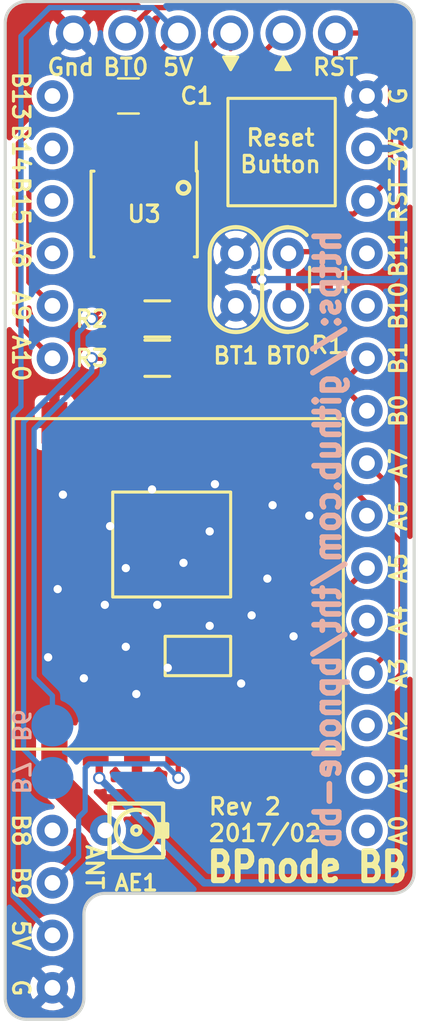
<source format=kicad_pcb>
(kicad_pcb (version 4) (host pcbnew 4.0.5)

  (general
    (links 42)
    (no_connects 0)
    (area 138.608999 79.172999 158.571001 128.599001)
    (thickness 1.6)
    (drawings 63)
    (tracks 245)
    (zones 0)
    (modules 10)
    (nets 19)
  )

  (page A4)
  (layers
    (0 F.Cu signal hide)
    (31 B.Cu signal)
    (32 B.Adhes user)
    (33 F.Adhes user)
    (34 B.Paste user)
    (35 F.Paste user)
    (36 B.SilkS user)
    (37 F.SilkS user)
    (38 B.Mask user)
    (39 F.Mask user)
    (40 Dwgs.User user)
    (41 Cmts.User user)
    (42 Eco1.User user)
    (43 Eco2.User user)
    (44 Edge.Cuts user)
    (45 Margin user)
    (46 B.CrtYd user)
    (47 F.CrtYd user)
    (48 B.Fab user)
    (49 F.Fab user)
  )

  (setup
    (last_trace_width 0.254)
    (trace_clearance 0.254)
    (zone_clearance 0)
    (zone_45_only no)
    (trace_min 0.2)
    (segment_width 0.2)
    (edge_width 0.15)
    (via_size 0.6)
    (via_drill 0.4)
    (via_min_size 0.4)
    (via_min_drill 0.3)
    (uvia_size 0.3)
    (uvia_drill 0.1)
    (uvias_allowed no)
    (uvia_min_size 0.2)
    (uvia_min_drill 0.1)
    (pcb_text_width 0.3)
    (pcb_text_size 1.5 1.5)
    (mod_edge_width 0.15)
    (mod_text_size 1 1)
    (mod_text_width 0.15)
    (pad_size 2.032 2.032)
    (pad_drill 0)
    (pad_to_mask_clearance 0.2)
    (aux_axis_origin 0 0)
    (visible_elements FFFFFF7F)
    (pcbplotparams
      (layerselection 0x010f0_80000001)
      (usegerberextensions true)
      (excludeedgelayer true)
      (linewidth 0.200000)
      (plotframeref false)
      (viasonmask false)
      (mode 1)
      (useauxorigin false)
      (hpglpennumber 1)
      (hpglpenspeed 20)
      (hpglpendiameter 15)
      (hpglpenoverlay 2)
      (psnegative false)
      (psa4output false)
      (plotreference true)
      (plotvalue true)
      (plotinvisibletext false)
      (padsonsilk false)
      (subtractmaskfromsilk false)
      (outputformat 1)
      (mirror false)
      (drillshape 0)
      (scaleselection 1)
      (outputdirectory gerber/))
  )

  (net 0 "")
  (net 1 GND)
  (net 2 RTS)
  (net 3 DTR)
  (net 4 +3V3)
  (net 5 TX)
  (net 6 RX)
  (net 7 Vin)
  (net 8 SSEL)
  (net 9 SCLK)
  (net 10 MISO)
  (net 11 MOSI)
  (net 12 DIO0)
  (net 13 DIO1)
  (net 14 DIO2)
  (net 15 DIO3)
  (net 16 "Net-(AE1-Pad1)")
  (net 17 SDA)
  (net 18 SCL)

  (net_class Default "This is the default net class."
    (clearance 0.254)
    (trace_width 0.254)
    (via_dia 0.6)
    (via_drill 0.4)
    (uvia_dia 0.3)
    (uvia_drill 0.1)
    (add_net DIO0)
    (add_net DIO1)
    (add_net DIO2)
    (add_net DIO3)
    (add_net DTR)
    (add_net MISO)
    (add_net MOSI)
    (add_net RTS)
    (add_net RX)
    (add_net SCL)
    (add_net SCLK)
    (add_net SDA)
    (add_net SSEL)
    (add_net TX)
    (add_net Vin)
  )

  (net_class Ant ""
    (clearance 0.254)
    (trace_width 1.27)
    (via_dia 0.6)
    (via_drill 0.4)
    (uvia_dia 0.3)
    (uvia_drill 0.1)
    (add_net "Net-(AE1-Pad1)")
  )

  (net_class Power ""
    (clearance 0.254)
    (trace_width 0.3556)
    (via_dia 0.6)
    (via_drill 0.4)
    (uvia_dia 0.3)
    (uvia_drill 0.1)
    (add_net +3V3)
    (add_net GND)
  )

  (module Housings_SOIC:SOIC-8_3.9x4.9mm_Pitch1.27mm (layer F.Cu) (tedit 58A83408) (tstamp 58A82CB2)
    (at 145.415 89.535 270)
    (descr "8-Lead Plastic Small Outline (SN) - Narrow, 3.90 mm Body [SOIC] (see Microchip Packaging Specification 00000049BS.pdf)")
    (tags "SOIC 1.27")
    (path /58A82BD6)
    (attr smd)
    (fp_text reference U3 (at 0 0 360) (layer F.SilkS)
      (effects (font (size 0.8 0.8) (thickness 0.15)))
    )
    (fp_text value M24M02-DR (at -0.635 0 360) (layer F.Fab) hide
      (effects (font (size 0.8128 0.8128) (thickness 0.15)))
    )
    (fp_line (start -0.95 -2.45) (end 1.95 -2.45) (layer F.Fab) (width 0.15))
    (fp_line (start 1.95 -2.45) (end 1.95 2.45) (layer F.Fab) (width 0.15))
    (fp_line (start 1.95 2.45) (end -1.95 2.45) (layer F.Fab) (width 0.15))
    (fp_line (start -1.95 2.45) (end -1.95 -1.45) (layer F.Fab) (width 0.15))
    (fp_line (start -1.95 -1.45) (end -0.95 -2.45) (layer F.Fab) (width 0.15))
    (fp_line (start -3.75 -2.75) (end -3.75 2.75) (layer F.CrtYd) (width 0.05))
    (fp_line (start 3.75 -2.75) (end 3.75 2.75) (layer F.CrtYd) (width 0.05))
    (fp_line (start -3.75 -2.75) (end 3.75 -2.75) (layer F.CrtYd) (width 0.05))
    (fp_line (start -3.75 2.75) (end 3.75 2.75) (layer F.CrtYd) (width 0.05))
    (fp_line (start -2.075 -2.575) (end -2.075 -2.525) (layer F.SilkS) (width 0.15))
    (fp_line (start 2.075 -2.575) (end 2.075 -2.43) (layer F.SilkS) (width 0.15))
    (fp_line (start 2.075 2.575) (end 2.075 2.43) (layer F.SilkS) (width 0.15))
    (fp_line (start -2.075 2.575) (end -2.075 2.43) (layer F.SilkS) (width 0.15))
    (fp_line (start -2.075 -2.575) (end 2.075 -2.575) (layer F.SilkS) (width 0.15))
    (fp_line (start -2.075 2.575) (end 2.075 2.575) (layer F.SilkS) (width 0.15))
    (fp_line (start -2.075 -2.525) (end -3.475 -2.525) (layer F.SilkS) (width 0.15))
    (pad 1 smd rect (at -2.7 -1.905 270) (size 1.55 0.6) (layers F.Cu F.Paste F.Mask))
    (pad 2 smd rect (at -2.7 -0.635 270) (size 1.55 0.6) (layers F.Cu F.Paste F.Mask))
    (pad 3 smd rect (at -2.7 0.635 270) (size 1.55 0.6) (layers F.Cu F.Paste F.Mask)
      (net 1 GND))
    (pad 4 smd rect (at -2.7 1.905 270) (size 1.55 0.6) (layers F.Cu F.Paste F.Mask)
      (net 1 GND))
    (pad 5 smd rect (at 2.7 1.905 270) (size 1.55 0.6) (layers F.Cu F.Paste F.Mask)
      (net 17 SDA))
    (pad 6 smd rect (at 2.7 0.635 270) (size 1.55 0.6) (layers F.Cu F.Paste F.Mask)
      (net 18 SCL))
    (pad 7 smd rect (at 2.7 -0.635 270) (size 1.55 0.6) (layers F.Cu F.Paste F.Mask)
      (net 1 GND))
    (pad 8 smd rect (at 2.7 -1.905 270) (size 1.55 0.6) (layers F.Cu F.Paste F.Mask)
      (net 4 +3V3))
    (model Housings_SOIC.3dshapes/SOIC-8_3.9x4.9mm_Pitch1.27mm.wrl
      (at (xyz 0 0 0))
      (scale (xyz 1 1 1))
      (rotate (xyz 0 0 0))
    )
  )

  (module Capacitors_SMD:C_0805_HandSoldering (layer F.Cu) (tedit 58A8340F) (tstamp 589EF7F9)
    (at 144.653 83.82 180)
    (descr "Capacitor SMD 0805, hand soldering")
    (tags "capacitor 0805")
    (path /58728A59)
    (attr smd)
    (fp_text reference C1 (at -3.302 0 180) (layer F.SilkS)
      (effects (font (size 0.8 0.8) (thickness 0.15)))
    )
    (fp_text value 0.1u (at 0 1.27 180) (layer F.Fab) hide
      (effects (font (size 1 1) (thickness 0.15)))
    )
    (fp_line (start -1 0.625) (end -1 -0.625) (layer F.Fab) (width 0.1))
    (fp_line (start 1 0.625) (end -1 0.625) (layer F.Fab) (width 0.1))
    (fp_line (start 1 -0.625) (end 1 0.625) (layer F.Fab) (width 0.1))
    (fp_line (start -1 -0.625) (end 1 -0.625) (layer F.Fab) (width 0.1))
    (fp_line (start -2.3 -1) (end 2.3 -1) (layer F.CrtYd) (width 0.05))
    (fp_line (start -2.3 1) (end 2.3 1) (layer F.CrtYd) (width 0.05))
    (fp_line (start -2.3 -1) (end -2.3 1) (layer F.CrtYd) (width 0.05))
    (fp_line (start 2.3 -1) (end 2.3 1) (layer F.CrtYd) (width 0.05))
    (fp_line (start 0.5 -0.85) (end -0.5 -0.85) (layer F.SilkS) (width 0.12))
    (fp_line (start -0.5 0.85) (end 0.5 0.85) (layer F.SilkS) (width 0.12))
    (pad 1 smd rect (at -1.25 0 180) (size 1.5 1.25) (layers F.Cu F.Paste F.Mask)
      (net 7 Vin))
    (pad 2 smd rect (at 1.25 0 180) (size 1.5 1.25) (layers F.Cu F.Paste F.Mask)
      (net 1 GND))
    (model Capacitors_SMD.3dshapes/C_0805_HandSoldering.wrl
      (at (xyz 0 0 0))
      (scale (xyz 1 1 1))
      (rotate (xyz 0 0 0))
    )
  )

  (module Resistors_SMD:R_0805_HandSoldering (layer F.Cu) (tedit 58A833EF) (tstamp 589EF7FE)
    (at 154.305 92.71 90)
    (descr "Resistor SMD 0805, hand soldering")
    (tags "resistor 0805")
    (path /58713BBC)
    (attr smd)
    (fp_text reference R1 (at -3.175 0 180) (layer F.SilkS)
      (effects (font (size 0.8 0.8) (thickness 0.15)))
    )
    (fp_text value R (at 0 2.1 90) (layer F.Fab) hide
      (effects (font (size 1 1) (thickness 0.15)))
    )
    (fp_line (start -1 0.625) (end -1 -0.625) (layer F.Fab) (width 0.1))
    (fp_line (start 1 0.625) (end -1 0.625) (layer F.Fab) (width 0.1))
    (fp_line (start 1 -0.625) (end 1 0.625) (layer F.Fab) (width 0.1))
    (fp_line (start -1 -0.625) (end 1 -0.625) (layer F.Fab) (width 0.1))
    (fp_line (start -2.4 -1) (end 2.4 -1) (layer F.CrtYd) (width 0.05))
    (fp_line (start -2.4 1) (end 2.4 1) (layer F.CrtYd) (width 0.05))
    (fp_line (start -2.4 -1) (end -2.4 1) (layer F.CrtYd) (width 0.05))
    (fp_line (start 2.4 -1) (end 2.4 1) (layer F.CrtYd) (width 0.05))
    (fp_line (start 0.6 0.875) (end -0.6 0.875) (layer F.SilkS) (width 0.15))
    (fp_line (start -0.6 -0.875) (end 0.6 -0.875) (layer F.SilkS) (width 0.15))
    (pad 1 smd rect (at -1.35 0 90) (size 1.5 1.3) (layers F.Cu F.Paste F.Mask)
      (net 1 GND))
    (pad 2 smd rect (at 1.35 0 90) (size 1.5 1.3) (layers F.Cu F.Paste F.Mask)
      (net 2 RTS))
    (model Resistors_SMD.3dshapes/R_0805_HandSoldering.wrl
      (at (xyz 0 0 0))
      (scale (xyz 1 1 1))
      (rotate (xyz 0 0 0))
    )
  )

  (module BP:Pin_Header_Angled_1x06_Pitch2.54mm (layer F.Cu) (tedit 589F5A9F) (tstamp 589F786F)
    (at 141.986 80.772 90)
    (descr "Through hole angled pin header, 1x06, 2.54mm pitch, 6mm pin length, single row")
    (tags "Through hole angled pin header THT 1x06 2.54mm single row")
    (path /58713DA3)
    (fp_text reference P1 (at 4.315 -2.27 90) (layer F.SilkS) hide
      (effects (font (size 1 1) (thickness 0.15)))
    )
    (fp_text value CONN_01X06 (at 4.315 14.97 90) (layer F.Fab) hide
      (effects (font (size 1 1) (thickness 0.15)))
    )
    (fp_line (start 1.4 -1.27) (end 1.4 1.27) (layer F.Fab) (width 0.1))
    (fp_line (start 1.4 1.27) (end 3.9 1.27) (layer F.Fab) (width 0.1))
    (fp_line (start 3.9 1.27) (end 3.9 -1.27) (layer F.Fab) (width 0.1))
    (fp_line (start 3.9 -1.27) (end 1.4 -1.27) (layer F.Fab) (width 0.1))
    (fp_line (start 0 -0.32) (end 0 0.32) (layer F.Fab) (width 0.1))
    (fp_line (start 0 0.32) (end 9.9 0.32) (layer F.Fab) (width 0.1))
    (fp_line (start 9.9 0.32) (end 9.9 -0.32) (layer F.Fab) (width 0.1))
    (fp_line (start 9.9 -0.32) (end 0 -0.32) (layer F.Fab) (width 0.1))
    (fp_line (start 1.4 1.27) (end 1.4 3.81) (layer F.Fab) (width 0.1))
    (fp_line (start 1.4 3.81) (end 3.9 3.81) (layer F.Fab) (width 0.1))
    (fp_line (start 3.9 3.81) (end 3.9 1.27) (layer F.Fab) (width 0.1))
    (fp_line (start 3.9 1.27) (end 1.4 1.27) (layer F.Fab) (width 0.1))
    (fp_line (start 0 2.22) (end 0 2.86) (layer F.Fab) (width 0.1))
    (fp_line (start 0 2.86) (end 9.9 2.86) (layer F.Fab) (width 0.1))
    (fp_line (start 9.9 2.86) (end 9.9 2.22) (layer F.Fab) (width 0.1))
    (fp_line (start 9.9 2.22) (end 0 2.22) (layer F.Fab) (width 0.1))
    (fp_line (start 1.4 3.81) (end 1.4 6.35) (layer F.Fab) (width 0.1))
    (fp_line (start 1.4 6.35) (end 3.9 6.35) (layer F.Fab) (width 0.1))
    (fp_line (start 3.9 6.35) (end 3.9 3.81) (layer F.Fab) (width 0.1))
    (fp_line (start 3.9 3.81) (end 1.4 3.81) (layer F.Fab) (width 0.1))
    (fp_line (start 0 4.76) (end 0 5.4) (layer F.Fab) (width 0.1))
    (fp_line (start 0 5.4) (end 9.9 5.4) (layer F.Fab) (width 0.1))
    (fp_line (start 9.9 5.4) (end 9.9 4.76) (layer F.Fab) (width 0.1))
    (fp_line (start 9.9 4.76) (end 0 4.76) (layer F.Fab) (width 0.1))
    (fp_line (start 1.4 6.35) (end 1.4 8.89) (layer F.Fab) (width 0.1))
    (fp_line (start 1.4 8.89) (end 3.9 8.89) (layer F.Fab) (width 0.1))
    (fp_line (start 3.9 8.89) (end 3.9 6.35) (layer F.Fab) (width 0.1))
    (fp_line (start 3.9 6.35) (end 1.4 6.35) (layer F.Fab) (width 0.1))
    (fp_line (start 0 7.3) (end 0 7.94) (layer F.Fab) (width 0.1))
    (fp_line (start 0 7.94) (end 9.9 7.94) (layer F.Fab) (width 0.1))
    (fp_line (start 9.9 7.94) (end 9.9 7.3) (layer F.Fab) (width 0.1))
    (fp_line (start 9.9 7.3) (end 0 7.3) (layer F.Fab) (width 0.1))
    (fp_line (start 1.4 8.89) (end 1.4 11.43) (layer F.Fab) (width 0.1))
    (fp_line (start 1.4 11.43) (end 3.9 11.43) (layer F.Fab) (width 0.1))
    (fp_line (start 3.9 11.43) (end 3.9 8.89) (layer F.Fab) (width 0.1))
    (fp_line (start 3.9 8.89) (end 1.4 8.89) (layer F.Fab) (width 0.1))
    (fp_line (start 0 9.84) (end 0 10.48) (layer F.Fab) (width 0.1))
    (fp_line (start 0 10.48) (end 9.9 10.48) (layer F.Fab) (width 0.1))
    (fp_line (start 9.9 10.48) (end 9.9 9.84) (layer F.Fab) (width 0.1))
    (fp_line (start 9.9 9.84) (end 0 9.84) (layer F.Fab) (width 0.1))
    (fp_line (start 1.4 11.43) (end 1.4 13.97) (layer F.Fab) (width 0.1))
    (fp_line (start 1.4 13.97) (end 3.9 13.97) (layer F.Fab) (width 0.1))
    (fp_line (start 3.9 13.97) (end 3.9 11.43) (layer F.Fab) (width 0.1))
    (fp_line (start 3.9 11.43) (end 1.4 11.43) (layer F.Fab) (width 0.1))
    (fp_line (start 0 12.38) (end 0 13.02) (layer F.Fab) (width 0.1))
    (fp_line (start 0 13.02) (end 9.9 13.02) (layer F.Fab) (width 0.1))
    (fp_line (start 9.9 13.02) (end 9.9 12.38) (layer F.Fab) (width 0.1))
    (fp_line (start 9.9 12.38) (end 0 12.38) (layer F.Fab) (width 0.1))
    (pad 1 thru_hole circle (at 0 0 90) (size 1.7 1.7) (drill 1) (layers *.Cu *.Mask)
      (net 1 GND))
    (pad 2 thru_hole oval (at 0 2.54 90) (size 1.7 1.7) (drill 1) (layers *.Cu *.Mask)
      (net 2 RTS))
    (pad 3 thru_hole oval (at 0 5.08 90) (size 1.7 1.7) (drill 1) (layers *.Cu *.Mask)
      (net 7 Vin))
    (pad 4 thru_hole oval (at 0 7.62 90) (size 1.7 1.7) (drill 1) (layers *.Cu *.Mask)
      (net 5 TX))
    (pad 5 thru_hole oval (at 0 10.16 90) (size 1.7 1.7) (drill 1) (layers *.Cu *.Mask)
      (net 6 RX))
    (pad 6 thru_hole oval (at 0 12.7 90) (size 1.7 1.7) (drill 1) (layers *.Cu *.Mask)
      (net 3 DTR))
    (model Pin_Headers.3dshapes/Pin_Header_Angled_1x06_Pitch2.54mm.wrl
      (at (xyz 0 -0.25 0))
      (scale (xyz 1 1 1))
      (rotate (xyz 0 0 90))
    )
    (model "/Library/Application Support/kicad/packages3d/Pin_Headers.3dshapes/Pin_Header_Angled_1x06.wrl"
      (at (xyz 0 -0.25 -0.075))
      (scale (xyz 1 1 1))
      (rotate (xyz 0 180 90))
    )
  )

  (module BP:SMD_BUTTON (layer F.Cu) (tedit 589F67B0) (tstamp 589F7DE3)
    (at 152.074 86.535 270)
    (path /5872565A)
    (fp_text reference SW1 (at -1.397 0 360) (layer F.SilkS) hide
      (effects (font (size 1 1) (thickness 0.15)))
    )
    (fp_text value SW_Push (at 1.143 0 360) (layer F.Fab) hide
      (effects (font (size 1 1) (thickness 0.15)))
    )
    (fp_line (start -2.6 -2.6) (end -2.6 2.6) (layer F.SilkS) (width 0.15))
    (fp_line (start -2.6 2.6) (end 2.6 2.6) (layer F.SilkS) (width 0.15))
    (fp_line (start 2.6 2.6) (end 2.6 -2.6) (layer F.SilkS) (width 0.15))
    (fp_line (start 2.6 -2.6) (end -2.6 -2.6) (layer F.SilkS) (width 0.15))
    (pad 1 smd rect (at -3 -1.85 270) (size 1 1.2) (layers F.Cu F.Paste F.Mask)
      (net 3 DTR))
    (pad 2 smd rect (at -3 1.85 270) (size 1 1.2) (layers F.Cu F.Paste F.Mask)
      (net 1 GND))
    (pad 2 smd rect (at 3 1.85 270) (size 1 1.2) (layers F.Cu F.Paste F.Mask)
      (net 1 GND))
    (pad 1 smd rect (at 3 -1.85 270) (size 1 1.2) (layers F.Cu F.Paste F.Mask)
      (net 3 DTR))
  )

  (module Resistors_SMD:R_0805_HandSoldering (layer F.Cu) (tedit 58A83402) (tstamp 58A82FB5)
    (at 146.05 94.615)
    (descr "Resistor SMD 0805, hand soldering")
    (tags "resistor 0805")
    (path /58A83AC9)
    (attr smd)
    (fp_text reference R2 (at -3.175 0) (layer F.SilkS)
      (effects (font (size 0.8 0.8) (thickness 0.15)))
    )
    (fp_text value R (at 3.175 0) (layer F.Fab) hide
      (effects (font (size 1 1) (thickness 0.15)))
    )
    (fp_line (start -1 0.625) (end -1 -0.625) (layer F.Fab) (width 0.1))
    (fp_line (start 1 0.625) (end -1 0.625) (layer F.Fab) (width 0.1))
    (fp_line (start 1 -0.625) (end 1 0.625) (layer F.Fab) (width 0.1))
    (fp_line (start -1 -0.625) (end 1 -0.625) (layer F.Fab) (width 0.1))
    (fp_line (start -2.4 -1) (end 2.4 -1) (layer F.CrtYd) (width 0.05))
    (fp_line (start -2.4 1) (end 2.4 1) (layer F.CrtYd) (width 0.05))
    (fp_line (start -2.4 -1) (end -2.4 1) (layer F.CrtYd) (width 0.05))
    (fp_line (start 2.4 -1) (end 2.4 1) (layer F.CrtYd) (width 0.05))
    (fp_line (start 0.6 0.875) (end -0.6 0.875) (layer F.SilkS) (width 0.15))
    (fp_line (start -0.6 -0.875) (end 0.6 -0.875) (layer F.SilkS) (width 0.15))
    (pad 1 smd rect (at -1.35 0) (size 1.5 1.3) (layers F.Cu F.Paste F.Mask)
      (net 17 SDA))
    (pad 2 smd rect (at 1.35 0) (size 1.5 1.3) (layers F.Cu F.Paste F.Mask)
      (net 4 +3V3))
    (model Resistors_SMD.3dshapes/R_0805_HandSoldering.wrl
      (at (xyz 0 0 0))
      (scale (xyz 1 1 1))
      (rotate (xyz 0 0 0))
    )
  )

  (module Resistors_SMD:R_0805_HandSoldering (layer F.Cu) (tedit 58A833FB) (tstamp 58A82FBB)
    (at 146.05 96.52)
    (descr "Resistor SMD 0805, hand soldering")
    (tags "resistor 0805")
    (path /58A83B54)
    (attr smd)
    (fp_text reference R3 (at -3.175 0) (layer F.SilkS)
      (effects (font (size 0.8 0.8) (thickness 0.15)))
    )
    (fp_text value R (at 0 2.1) (layer F.Fab) hide
      (effects (font (size 1 1) (thickness 0.15)))
    )
    (fp_line (start -1 0.625) (end -1 -0.625) (layer F.Fab) (width 0.1))
    (fp_line (start 1 0.625) (end -1 0.625) (layer F.Fab) (width 0.1))
    (fp_line (start 1 -0.625) (end 1 0.625) (layer F.Fab) (width 0.1))
    (fp_line (start -1 -0.625) (end 1 -0.625) (layer F.Fab) (width 0.1))
    (fp_line (start -2.4 -1) (end 2.4 -1) (layer F.CrtYd) (width 0.05))
    (fp_line (start -2.4 1) (end 2.4 1) (layer F.CrtYd) (width 0.05))
    (fp_line (start -2.4 -1) (end -2.4 1) (layer F.CrtYd) (width 0.05))
    (fp_line (start 2.4 -1) (end 2.4 1) (layer F.CrtYd) (width 0.05))
    (fp_line (start 0.6 0.875) (end -0.6 0.875) (layer F.SilkS) (width 0.15))
    (fp_line (start -0.6 -0.875) (end 0.6 -0.875) (layer F.SilkS) (width 0.15))
    (pad 1 smd rect (at -1.35 0) (size 1.5 1.3) (layers F.Cu F.Paste F.Mask)
      (net 18 SCL))
    (pad 2 smd rect (at 1.35 0) (size 1.5 1.3) (layers F.Cu F.Paste F.Mask)
      (net 4 +3V3))
    (model Resistors_SMD.3dshapes/R_0805_HandSoldering.wrl
      (at (xyz 0 0 0))
      (scale (xyz 1 1 1))
      (rotate (xyz 0 0 0))
    )
  )

  (module BP:BLUEPILL-EXTENSION locked (layer F.Cu) (tedit 58A83EF5) (tstamp 58723B26)
    (at 148.59 105.41)
    (path /58713B48)
    (fp_text reference U1 (at 0 25.4) (layer F.SilkS) hide
      (effects (font (size 1 1) (thickness 0.15)))
    )
    (fp_text value BP (at 0 -24.1) (layer F.Fab) hide
      (effects (font (size 1 1) (thickness 0.15)))
    )
    (pad PB13 thru_hole circle (at -7.62 -21.59) (size 1.524 1.524) (drill 0.762) (layers *.Cu *.Mask))
    (pad PB14 thru_hole circle (at -7.62 -19.05) (size 1.524 1.524) (drill 0.762) (layers *.Cu *.Mask))
    (pad PA9 thru_hole circle (at -7.62 -11.43) (size 1.524 1.524) (drill 0.762) (layers *.Cu *.Mask)
      (net 6 RX))
    (pad PA10 thru_hole circle (at -7.62 -8.89) (size 1.524 1.524) (drill 0.762) (layers *.Cu *.Mask)
      (net 5 TX))
    (pad PA4 thru_hole circle (at 7.62 3.81) (size 1.524 1.524) (drill 0.762) (layers *.Cu *.Mask)
      (net 8 SSEL))
    (pad PA5 thru_hole circle (at 7.62 1.27) (size 1.524 1.524) (drill 0.762) (layers *.Cu *.Mask)
      (net 9 SCLK))
    (pad PA6 thru_hole circle (at 7.62 -1.27) (size 1.524 1.524) (drill 0.762) (layers *.Cu *.Mask)
      (net 10 MISO))
    (pad PA7 thru_hole circle (at 7.62 -3.81) (size 1.524 1.524) (drill 0.762) (layers *.Cu *.Mask)
      (net 11 MOSI))
    (pad NRST thru_hole circle (at 7.62 -16.51) (size 1.524 1.524) (drill 0.762) (layers *.Cu *.Mask)
      (net 3 DTR))
    (pad 3V3 thru_hole circle (at 7.62 -19.05) (size 1.524 1.524) (drill 0.762) (layers *.Cu *.Mask)
      (net 4 +3V3))
    (pad G thru_hole circle (at 7.62 -21.59) (size 1.524 1.524) (drill 0.762) (layers *.Cu *.Mask)
      (net 1 GND))
    (pad BOOT thru_hole circle (at 3.81 -11.43) (size 1.524 1.524) (drill 0.762) (layers *.Cu *.Mask)
      (net 2 RTS))
    (pad PB2 thru_hole circle (at 1.27 -11.43) (size 1.524 1.524) (drill 0.762) (layers *.Cu *.Mask)
      (net 1 GND))
    (pad 5V thru_hole circle (at -7.62 19.05) (size 1.524 1.524) (drill 0.762) (layers *.Cu *.Mask)
      (net 7 Vin))
    (pad PB9 thru_hole circle (at -7.62 16.51) (size 1.524 1.524) (drill 0.762) (layers *.Cu *.Mask)
      (net 15 DIO3))
    (pad PB0 thru_hole circle (at 7.62 -6.35) (size 1.524 1.524) (drill 0.762) (layers *.Cu *.Mask)
      (net 12 DIO0))
    (pad PB1 thru_hole circle (at 7.62 -8.89) (size 1.524 1.524) (drill 0.762) (layers *.Cu *.Mask)
      (net 13 DIO1))
    (pad PA3 thru_hole circle (at 7.62 6.35) (size 1.524 1.524) (drill 0.762) (layers *.Cu *.Mask)
      (net 14 DIO2))
    (pad G thru_hole circle (at -7.62 21.59) (size 1.524 1.524) (drill 0.762) (layers *.Cu *.Mask)
      (net 1 GND))
    (pad PB15 thru_hole circle (at -7.62 -16.51) (size 1.524 1.524) (drill 0.762) (layers *.Cu *.Mask))
    (pad PB2 thru_hole circle (at 1.27 -13.97) (size 1.524 1.524) (drill 0.762) (layers *.Cu *.Mask)
      (net 1 GND))
    (pad BOOT thru_hole circle (at 3.81 -13.97) (size 1.524 1.524) (drill 0.762) (layers *.Cu *.Mask)
      (net 2 RTS))
    (pad PA8 thru_hole circle (at -7.62 -13.97) (size 1.524 1.524) (drill 0.762) (layers *.Cu *.Mask))
    (pad PB11 thru_hole circle (at 7.62 -13.97) (size 1.524 1.524) (drill 0.762) (layers *.Cu *.Mask))
    (pad PB10 thru_hole circle (at 7.62 -11.43) (size 1.524 1.524) (drill 0.762) (layers *.Cu *.Mask))
    (pad PA2 thru_hole circle (at 7.62 8.89) (size 1.524 1.524) (drill 0.762) (layers *.Cu *.Mask))
    (pad PB7 smd circle (at -7.62 11.43) (size 2.032 2.032) (layers B.Cu B.Mask)
      (net 17 SDA))
    (pad PB6 smd circle (at -7.62 8.89) (size 2.032 2.032) (layers B.Cu B.Mask)
      (net 18 SCL))
    (pad PB8 thru_hole circle (at -7.62 13.97) (size 1.524 1.524) (drill 0.762) (layers *.Cu *.Mask))
    (pad PA1 thru_hole circle (at 7.62 11.43) (size 1.524 1.524) (drill 0.762) (layers *.Cu *.Mask))
    (pad PA0 thru_hole circle (at 7.62 13.97) (size 1.524 1.524) (drill 0.762) (layers *.Cu *.Mask))
  )

  (module RFM69:RFM69CW (layer F.Cu) (tedit 58A9C9EF) (tstamp 5871739A)
    (at 147.066 107.442 270)
    (path /58716C00)
    (fp_text reference U2 (at 0 8.89 270) (layer F.SilkS) hide
      (effects (font (size 1 1) (thickness 0.15)))
    )
    (fp_text value RFM69 (at 0 -8.89 270) (layer F.Fab)
      (effects (font (size 1 1) (thickness 0.15)))
    )
    (fp_text user Ant (at 5.334 6.096 270) (layer F.Fab)
      (effects (font (size 1 1) (thickness 0.15)))
    )
    (fp_line (start 4.445 -2.54) (end 2.54 -2.54) (layer F.SilkS) (width 0.15))
    (fp_line (start 4.445 0.635) (end 4.445 -2.54) (layer F.SilkS) (width 0.15))
    (fp_line (start 2.54 0.635) (end 4.445 0.635) (layer F.SilkS) (width 0.15))
    (fp_line (start 2.54 -2.54) (end 2.54 0.635) (layer F.SilkS) (width 0.15))
    (fp_line (start 0.635 -2.54) (end -4.445 -2.54) (layer F.SilkS) (width 0.15))
    (fp_line (start 0.635 3.175) (end 0.635 -2.54) (layer F.SilkS) (width 0.15))
    (fp_line (start -4.445 3.175) (end 0.635 3.175) (layer F.SilkS) (width 0.15))
    (fp_line (start -4.445 -2.54) (end -4.445 3.175) (layer F.SilkS) (width 0.15))
    (fp_line (start 8 -8) (end -8 -8) (layer F.SilkS) (width 0.15))
    (fp_line (start 8 8) (end 8 -8) (layer F.SilkS) (width 0.15))
    (fp_line (start -8 8) (end 8 8) (layer F.SilkS) (width 0.15))
    (fp_line (start -8 -8) (end -8 8) (layer F.SilkS) (width 0.15))
    (pad 1 smd rect (at 7.3 6 270) (size 2 1.25) (drill (offset 0.5 0)) (layers F.Cu F.Paste F.Mask)
      (net 16 "Net-(AE1-Pad1)"))
    (pad 2 smd rect (at 7.3 4 270) (size 2 1.25) (drill (offset 0.5 0)) (layers F.Cu F.Paste F.Mask)
      (net 4 +3V3))
    (pad 3 smd rect (at 7.3 2 270) (size 2 1.25) (drill (offset 0.5 0)) (layers F.Cu F.Paste F.Mask)
      (net 1 GND))
    (pad 4 smd rect (at 7.3 0 270) (size 2 1.25) (drill (offset 0.5 0)) (layers F.Cu F.Paste F.Mask)
      (net 15 DIO3))
    (pad 5 smd rect (at 7.3 -2 270) (size 2 1.25) (drill (offset 0.5 0)) (layers F.Cu F.Paste F.Mask)
      (net 11 MOSI))
    (pad 6 smd rect (at 7.3 -4 270) (size 2 1.25) (drill (offset 0.5 0)) (layers F.Cu F.Paste F.Mask)
      (net 9 SCLK))
    (pad 7 smd rect (at 7.3 -6 270) (size 2 1.25) (drill (offset 0.5 0)) (layers F.Cu F.Paste F.Mask)
      (net 8 SSEL))
    (pad 10 smd rect (at -7.3 -2 270) (size 2 1.25) (drill (offset -0.5 0)) (layers F.Cu F.Paste F.Mask)
      (net 14 DIO2))
    (pad 8 smd rect (at -7.3 -6 270) (size 2 1.25) (drill (offset -0.5 0)) (layers F.Cu F.Paste F.Mask)
      (net 10 MISO))
    (pad 12 smd rect (at -7.3 2 270) (size 2 1.25) (drill (offset -0.5 0)) (layers F.Cu F.Paste F.Mask))
    (pad 13 smd rect (at -7.3 4 270) (size 2 1.25) (drill (offset -0.5 0)) (layers F.Cu F.Paste F.Mask))
    (pad 11 smd rect (at -7.3 0 270) (size 2 1.25) (drill (offset -0.5 0)) (layers F.Cu F.Paste F.Mask)
      (net 13 DIO1))
    (pad 14 smd rect (at -7.3 6 270) (size 2 1.25) (drill (offset -0.5 0)) (layers F.Cu F.Paste F.Mask)
      (net 1 GND))
    (pad 9 smd rect (at -7.3 -4 270) (size 2 1.25) (drill (offset -0.5 0)) (layers F.Cu F.Paste F.Mask)
      (net 12 DIO0))
  )

  (module RFM69:U.FL-COAX (layer F.Cu) (tedit 589F6CFF) (tstamp 58A99F3D)
    (at 145.034 119.38)
    (path /589F6A9F)
    (attr smd)
    (fp_text reference AE1 (at 0 2.54) (layer F.SilkS)
      (effects (font (size 0.762 0.762) (thickness 0.1524)))
    )
    (fp_text value Antenna_Shield (at 0 0) (layer F.SilkS) hide
      (effects (font (size 0.762 0.762) (thickness 0.1524)))
    )
    (fp_line (start 1.1 0.3) (end 1.1 -0.3) (layer F.SilkS) (width 0.2032))
    (fp_line (start 1.5 0.3) (end 1 0.3) (layer F.SilkS) (width 0.2032))
    (fp_line (start 1.5 0.3) (end 1.5 -0.3) (layer F.SilkS) (width 0.2032))
    (fp_line (start 1.5 -0.3) (end 1 -0.3) (layer F.SilkS) (width 0.2032))
    (fp_circle (center 0 0) (end 0.2 0) (layer F.SilkS) (width 0.2032))
    (fp_circle (center 0 0) (end 1 0) (layer F.SilkS) (width 0.2032))
    (fp_line (start -1.3 -1.3) (end -1.3 1.3) (layer F.SilkS) (width 0.2032))
    (fp_line (start -1.3 1.3) (end 1.3 1.3) (layer F.SilkS) (width 0.2032))
    (fp_line (start 1.3 1.3) (end 1.3 -1.3) (layer F.SilkS) (width 0.2032))
    (fp_line (start 1.3 -1.3) (end -1.3 -1.3) (layer F.SilkS) (width 0.2032))
    (pad 1 thru_hole circle (at -1.5 0) (size 1.5 1.5) (drill 0.762) (layers *.Cu *.Mask)
      (net 16 "Net-(AE1-Pad1)"))
    (pad 2 smd rect (at 0 -1.5) (size 2.2 1) (layers F.Cu F.Paste F.Mask)
      (net 1 GND))
    (pad 2 smd rect (at 0 1.5) (size 2.2 1) (layers F.Cu F.Paste F.Mask)
      (net 1 GND))
  )

  (gr_text B7 (at 139.446 116.84 270) (layer B.SilkS) (tstamp 58A86ECE)
    (effects (font (size 0.8 0.8) (thickness 0.15)) (justify mirror))
  )
  (gr_text B6 (at 139.446 114.3 270) (layer B.SilkS) (tstamp 58A86E70)
    (effects (font (size 0.8 0.8) (thickness 0.15)) (justify mirror))
  )
  (gr_text https://github.com/tht/bpnode-bb (at 154.305 105.283 90) (layer B.SilkS)
    (effects (font (size 1.2 1.1) (thickness 0.275)) (justify mirror))
  )
  (gr_text "Reset\nButton" (at 152.019 86.487) (layer F.SilkS)
    (effects (font (size 0.8 0.8) (thickness 0.15)))
  )
  (gr_line (start 158.496 121.412) (end 158.496 80.264) (layer Edge.Cuts) (width 0.15))
  (gr_line (start 142.494 127.508) (end 142.494 123.444) (layer Edge.Cuts) (width 0.15))
  (gr_text A0 (at 157.734 119.38 90) (layer F.SilkS)
    (effects (font (size 0.8 0.8) (thickness 0.15)))
  )
  (gr_text A1 (at 157.734 116.84 90) (layer F.SilkS)
    (effects (font (size 0.8 0.8) (thickness 0.15)))
  )
  (gr_text B8 (at 139.446 119.38 270) (layer F.SilkS)
    (effects (font (size 0.8 0.8) (thickness 0.15)))
  )
  (gr_circle (center 147.32 88.265) (end 147.574 88.392) (layer F.SilkS) (width 0.2))
  (gr_text BT1 (at 149.86 96.393) (layer F.SilkS)
    (effects (font (size 0.8 0.8) (thickness 0.15)))
  )
  (gr_text BT0 (at 152.4 96.393) (layer F.SilkS)
    (effects (font (size 0.8 0.8) (thickness 0.15)))
  )
  (gr_arc (start 152.4 91.44) (end 151.511 90.551) (angle 90) (layer F.SilkS) (width 0.2))
  (gr_arc (start 152.4 93.98) (end 153.289 94.869) (angle 90) (layer F.SilkS) (width 0.2))
  (gr_line (start 151.13 91.44) (end 151.13 93.98) (angle 90) (layer F.SilkS) (width 0.2))
  (gr_line (start 148.59 93.98) (end 148.59 91.44) (angle 90) (layer F.SilkS) (width 0.2))
  (gr_arc (start 152.4 93.98) (end 152.4 95.25) (angle 90) (layer F.SilkS) (width 0.2))
  (gr_arc (start 152.4 91.44) (end 151.13 91.44) (angle 90) (layer F.SilkS) (width 0.2))
  (gr_arc (start 149.86 91.44) (end 149.86 90.17) (angle 90) (layer F.SilkS) (width 0.2))
  (gr_arc (start 149.86 93.98) (end 151.13 93.98) (angle 90) (layer F.SilkS) (width 0.2))
  (gr_arc (start 149.86 93.98) (end 149.86 95.25) (angle 90) (layer F.SilkS) (width 0.2))
  (gr_arc (start 149.86 91.44) (end 148.59 91.44) (angle 90) (layer F.SilkS) (width 0.2))
  (gr_text 5V (at 147.066 82.423) (layer F.SilkS)
    (effects (font (size 0.8 0.8) (thickness 0.15)))
  )
  (gr_text BT0 (at 144.526 82.423) (layer F.SilkS)
    (effects (font (size 0.8 0.8) (thickness 0.15)))
  )
  (gr_text RST (at 154.686 82.423) (layer F.SilkS)
    (effects (font (size 0.8 0.8) (thickness 0.15)))
  )
  (gr_text Gnd (at 141.859 82.423) (layer F.SilkS)
    (effects (font (size 0.8 0.8) (thickness 0.15)))
  )
  (gr_text ▼ (at 152.146 82.296 180) (layer F.SilkS)
    (effects (font (size 0.8 0.8) (thickness 0.15)))
  )
  (gr_text ▲ (at 149.606 82.296 180) (layer F.SilkS)
    (effects (font (size 0.8 0.8) (thickness 0.15)))
  )
  (gr_line (start 157.48 79.248) (end 139.7 79.248) (angle 90) (layer Edge.Cuts) (width 0.15))
  (gr_line (start 143.51 122.428) (end 157.48 122.428) (angle 90) (layer Edge.Cuts) (width 0.15))
  (gr_line (start 139.7 128.524) (end 141.478 128.524) (angle 90) (layer Edge.Cuts) (width 0.15))
  (gr_text A8 (at 139.446 91.44 270) (layer F.SilkS)
    (effects (font (size 0.8 0.8) (thickness 0.15)))
  )
  (gr_text A2 (at 157.734 114.3 90) (layer F.SilkS)
    (effects (font (size 0.8 0.8) (thickness 0.15)))
  )
  (gr_text B11 (at 157.734 91.44 90) (layer F.SilkS)
    (effects (font (size 0.8 0.8) (thickness 0.15)))
  )
  (gr_text B10 (at 157.734 93.98 90) (layer F.SilkS)
    (effects (font (size 0.8 0.8) (thickness 0.15)))
  )
  (gr_text B15 (at 139.446 88.9 270) (layer F.SilkS) (tstamp 5872A716)
    (effects (font (size 0.8 0.8) (thickness 0.15)))
  )
  (gr_text G (at 139.446 127 270) (layer F.SilkS) (tstamp 58728C86)
    (effects (font (size 0.8 0.8) (thickness 0.15)))
  )
  (gr_line (start 138.684 127.508) (end 138.684 80.264) (angle 90) (layer Edge.Cuts) (width 0.15))
  (gr_text A3 (at 157.734 111.76 90) (layer F.SilkS) (tstamp 58728423)
    (effects (font (size 0.8 0.8) (thickness 0.15)))
  )
  (gr_text B1 (at 157.734 96.52 90) (layer F.SilkS) (tstamp 587283F6)
    (effects (font (size 0.8 0.8) (thickness 0.15)))
  )
  (gr_text B0 (at 157.734 99.06 90) (layer F.SilkS) (tstamp 587281D8)
    (effects (font (size 0.8 0.8) (thickness 0.15)))
  )
  (gr_text ANT (at 143.002 121.158 270) (layer F.SilkS) (tstamp 587278FB)
    (effects (font (size 0.8 0.8) (thickness 0.15)))
  )
  (gr_text A4 (at 157.734 109.22 90) (layer F.SilkS) (tstamp 587278AB)
    (effects (font (size 0.8 0.8) (thickness 0.15)))
  )
  (gr_text A5 (at 157.734 106.68 90) (layer F.SilkS) (tstamp 587278A7)
    (effects (font (size 0.8 0.8) (thickness 0.15)))
  )
  (gr_text A6 (at 157.734 104.14 90) (layer F.SilkS) (tstamp 587278A3)
    (effects (font (size 0.8 0.8) (thickness 0.15)))
  )
  (gr_text A7 (at 157.734 101.6 90) (layer F.SilkS) (tstamp 5872789A)
    (effects (font (size 0.8 0.8) (thickness 0.15)))
  )
  (gr_text RST (at 157.734 88.9 90) (layer F.SilkS) (tstamp 58727859)
    (effects (font (size 0.8 0.8) (thickness 0.15)))
  )
  (gr_text 3V3 (at 157.734 86.36 90) (layer F.SilkS) (tstamp 5872784A)
    (effects (font (size 0.8 0.8) (thickness 0.15)))
  )
  (gr_text G (at 157.734 83.82 90) (layer F.SilkS) (tstamp 58727839)
    (effects (font (size 0.8 0.8) (thickness 0.15)))
  )
  (gr_text B13 (at 139.446 83.82 270) (layer F.SilkS) (tstamp 58727759)
    (effects (font (size 0.8 0.8) (thickness 0.15)))
  )
  (gr_text B14 (at 139.446 86.36 270) (layer F.SilkS) (tstamp 58727747)
    (effects (font (size 0.8 0.8) (thickness 0.15)))
  )
  (gr_text A9 (at 139.446 93.98 270) (layer F.SilkS) (tstamp 587276E6)
    (effects (font (size 0.8 0.8) (thickness 0.15)))
  )
  (gr_text A10 (at 139.446 96.52 270) (layer F.SilkS) (tstamp 587276DC)
    (effects (font (size 0.8 0.8) (thickness 0.15)))
  )
  (gr_text 5V (at 139.446 124.46 270) (layer F.SilkS) (tstamp 587276B9)
    (effects (font (size 0.8 0.8) (thickness 0.15)))
  )
  (gr_text B9 (at 139.446 121.92 270) (layer F.SilkS)
    (effects (font (size 0.8 0.8) (thickness 0.15)))
  )
  (gr_text "Rev 2\n2017/02" (at 148.463 118.872) (layer F.SilkS) (tstamp 58725360)
    (effects (font (size 0.8 0.8) (thickness 0.15)) (justify left))
  )
  (gr_text "BPnode BB" (at 148.336 121.158) (layer F.SilkS)
    (effects (font (size 1.4 1.15) (thickness 0.2875)) (justify left))
  )
  (gr_arc (start 143.51 123.444) (end 142.494 123.444) (angle 90) (layer Edge.Cuts) (width 0.15))
  (gr_arc (start 157.48 121.412) (end 158.496 121.412) (angle 90) (layer Edge.Cuts) (width 0.15) (tstamp 58725299))
  (gr_arc (start 141.478 127.508) (end 142.494 127.508) (angle 90) (layer Edge.Cuts) (width 0.15))
  (gr_arc (start 139.7 127.508) (end 139.7 128.524) (angle 90) (layer Edge.Cuts) (width 0.15))
  (gr_arc (start 157.48 80.264) (end 157.48 79.248) (angle 90) (layer Edge.Cuts) (width 0.15))
  (gr_arc (start 139.7 80.264) (end 138.684 80.264) (angle 90) (layer Edge.Cuts) (width 0.15))

  (segment (start 141.066 102.712) (end 141.066 100.142) (width 0.3556) (layer F.Cu) (net 1))
  (segment (start 145.066 114.742) (end 145.066 112.808) (width 0.3556) (layer F.Cu) (net 1))
  (segment (start 145.066 112.808) (end 145.034 112.776) (width 0.3556) (layer F.Cu) (net 1))
  (segment (start 140.97 110.998) (end 140.762021 110.998) (width 0.254) (layer B.Cu) (net 1))
  (segment (start 143.51 108.458) (end 140.97 110.998) (width 0.254) (layer B.Cu) (net 1))
  (segment (start 144.018 110.998) (end 141.186285 110.998) (width 0.254) (layer F.Cu) (net 1))
  (segment (start 144.526 110.49) (end 144.018 110.998) (width 0.254) (layer F.Cu) (net 1))
  (segment (start 141.186285 110.998) (end 140.762021 110.998) (width 0.254) (layer F.Cu) (net 1))
  (via (at 140.762021 110.998) (size 0.6) (drill 0.4) (layers F.Cu B.Cu) (net 1))
  (segment (start 142.494 112.014) (end 144.272 112.014) (width 0.254) (layer B.Cu) (net 1))
  (segment (start 144.272 112.014) (end 145.034 112.776) (width 0.254) (layer B.Cu) (net 1))
  (via (at 145.034 112.776) (size 0.6) (drill 0.4) (layers F.Cu B.Cu) (net 1))
  (segment (start 146.558 111.506) (end 143.002 111.506) (width 0.254) (layer F.Cu) (net 1))
  (segment (start 143.002 111.506) (end 142.494 112.014) (width 0.254) (layer F.Cu) (net 1))
  (via (at 142.494 112.014) (size 0.6) (drill 0.4) (layers F.Cu B.Cu) (net 1))
  (segment (start 150.114 112.268) (end 147.32 112.268) (width 0.254) (layer B.Cu) (net 1))
  (segment (start 147.32 112.268) (end 146.558 111.506) (width 0.254) (layer B.Cu) (net 1))
  (via (at 146.558 111.506) (size 0.6) (drill 0.4) (layers F.Cu B.Cu) (net 1))
  (segment (start 152.654 109.982) (end 150.368 112.268) (width 0.254) (layer F.Cu) (net 1))
  (segment (start 150.368 112.268) (end 150.114 112.268) (width 0.254) (layer F.Cu) (net 1))
  (via (at 150.114 112.268) (size 0.6) (drill 0.4) (layers F.Cu B.Cu) (net 1))
  (segment (start 150.622 108.966) (end 151.638 108.966) (width 0.254) (layer B.Cu) (net 1))
  (segment (start 151.638 108.966) (end 152.654 109.982) (width 0.254) (layer B.Cu) (net 1))
  (via (at 152.654 109.982) (size 0.6) (drill 0.4) (layers F.Cu B.Cu) (net 1))
  (segment (start 148.59 109.474) (end 150.114 109.474) (width 0.254) (layer F.Cu) (net 1))
  (segment (start 150.114 109.474) (end 150.622 108.966) (width 0.254) (layer F.Cu) (net 1))
  (via (at 150.622 108.966) (size 0.6) (drill 0.4) (layers F.Cu B.Cu) (net 1))
  (segment (start 144.526 110.49) (end 145.542 109.474) (width 0.254) (layer B.Cu) (net 1))
  (segment (start 145.542 109.474) (end 148.59 109.474) (width 0.254) (layer B.Cu) (net 1))
  (via (at 148.59 109.474) (size 0.6) (drill 0.4) (layers F.Cu B.Cu) (net 1))
  (via (at 144.526 110.49) (size 0.6) (drill 0.4) (layers F.Cu B.Cu) (net 1))
  (segment (start 146.05 108.458) (end 143.51 108.458) (width 0.254) (layer F.Cu) (net 1))
  (via (at 143.51 108.458) (size 0.6) (drill 0.4) (layers F.Cu B.Cu) (net 1))
  (segment (start 147.32 106.426) (end 147.32 107.188) (width 0.254) (layer B.Cu) (net 1))
  (segment (start 147.32 107.188) (end 146.05 108.458) (width 0.254) (layer B.Cu) (net 1))
  (via (at 146.05 108.458) (size 0.6) (drill 0.4) (layers F.Cu B.Cu) (net 1))
  (segment (start 151.384 107.188) (end 148.082 107.188) (width 0.254) (layer F.Cu) (net 1))
  (segment (start 148.082 107.188) (end 147.32 106.426) (width 0.254) (layer F.Cu) (net 1))
  (via (at 147.32 106.426) (size 0.6) (drill 0.4) (layers F.Cu B.Cu) (net 1))
  (segment (start 153.416 104.14) (end 153.416 105.156) (width 0.254) (layer B.Cu) (net 1))
  (segment (start 153.416 105.156) (end 151.384 107.188) (width 0.254) (layer B.Cu) (net 1))
  (via (at 151.384 107.188) (size 0.6) (drill 0.4) (layers F.Cu B.Cu) (net 1))
  (segment (start 151.638 103.632) (end 152.908 103.632) (width 0.254) (layer F.Cu) (net 1))
  (via (at 153.416 104.14) (size 0.6) (drill 0.4) (layers F.Cu B.Cu) (net 1))
  (segment (start 152.908 103.632) (end 153.416 104.14) (width 0.254) (layer F.Cu) (net 1))
  (segment (start 148.59 104.902) (end 149.86 103.632) (width 0.254) (layer B.Cu) (net 1))
  (segment (start 149.86 103.632) (end 151.638 103.632) (width 0.254) (layer B.Cu) (net 1))
  (via (at 151.638 103.632) (size 0.6) (drill 0.4) (layers F.Cu B.Cu) (net 1))
  (segment (start 148.844 102.616) (end 148.844 104.648) (width 0.254) (layer F.Cu) (net 1))
  (segment (start 148.844 104.648) (end 148.59 104.902) (width 0.254) (layer F.Cu) (net 1))
  (via (at 148.59 104.902) (size 0.6) (drill 0.4) (layers F.Cu B.Cu) (net 1))
  (segment (start 144.526 106.68) (end 148.59 102.616) (width 0.254) (layer B.Cu) (net 1))
  (via (at 148.844 102.616) (size 0.6) (drill 0.4) (layers F.Cu B.Cu) (net 1))
  (segment (start 148.59 102.616) (end 148.844 102.616) (width 0.254) (layer B.Cu) (net 1))
  (segment (start 141.224 107.696) (end 143.51 107.696) (width 0.254) (layer F.Cu) (net 1))
  (segment (start 143.51 107.696) (end 144.526 106.68) (width 0.254) (layer F.Cu) (net 1))
  (via (at 144.526 106.68) (size 0.6) (drill 0.4) (layers F.Cu B.Cu) (net 1))
  (segment (start 143.764 104.648) (end 143.764 105.156) (width 0.254) (layer B.Cu) (net 1))
  (segment (start 143.764 105.156) (end 141.224 107.696) (width 0.254) (layer B.Cu) (net 1))
  (via (at 141.224 107.696) (size 0.6) (drill 0.4) (layers F.Cu B.Cu) (net 1))
  (segment (start 145.796 102.87) (end 144.018 104.648) (width 0.254) (layer F.Cu) (net 1))
  (segment (start 144.018 104.648) (end 143.764 104.648) (width 0.254) (layer F.Cu) (net 1))
  (via (at 143.764 104.648) (size 0.6) (drill 0.4) (layers F.Cu B.Cu) (net 1))
  (segment (start 141.478 103.124) (end 145.542 103.124) (width 0.254) (layer B.Cu) (net 1))
  (segment (start 145.542 103.124) (end 145.796 102.87) (width 0.254) (layer B.Cu) (net 1))
  (via (at 145.796 102.87) (size 0.6) (drill 0.4) (layers F.Cu B.Cu) (net 1))
  (segment (start 141.066 102.712) (end 141.478 103.124) (width 0.254) (layer F.Cu) (net 1))
  (via (at 141.478 103.124) (size 0.6) (drill 0.4) (layers F.Cu B.Cu) (net 1))
  (segment (start 144.526 80.772) (end 145.757001 79.540999) (width 0.254) (layer F.Cu) (net 2))
  (segment (start 145.757001 79.540999) (end 155.276881 79.540999) (width 0.254) (layer F.Cu) (net 2))
  (segment (start 154.305 91.26) (end 154.305 91.36) (width 0.254) (layer F.Cu) (net 2))
  (segment (start 155.276881 79.540999) (end 155.999872 80.26399) (width 0.254) (layer F.Cu) (net 2))
  (segment (start 155.999872 80.26399) (end 157.055425 80.26399) (width 0.254) (layer F.Cu) (net 2))
  (segment (start 157.055425 80.26399) (end 157.861011 81.069576) (width 0.254) (layer F.Cu) (net 2))
  (segment (start 157.861011 81.069576) (end 157.861011 88.940631) (width 0.254) (layer F.Cu) (net 2))
  (segment (start 155.395 90.17) (end 154.305 91.26) (width 0.254) (layer F.Cu) (net 2))
  (segment (start 157.861011 88.940631) (end 156.631642 90.17) (width 0.254) (layer F.Cu) (net 2))
  (segment (start 156.631642 90.17) (end 155.395 90.17) (width 0.254) (layer F.Cu) (net 2))
  (segment (start 154.305 91.36) (end 152.48 91.36) (width 0.254) (layer F.Cu) (net 2))
  (segment (start 152.48 91.36) (end 152.4 91.44) (width 0.254) (layer F.Cu) (net 2))
  (segment (start 152.4 93.98) (end 152.4 91.44) (width 0.254) (layer F.Cu) (net 2))
  (segment (start 157.353001 81.28) (end 157.353001 82.423001) (width 0.254) (layer F.Cu) (net 3))
  (segment (start 154.686 80.772) (end 156.845001 80.772) (width 0.254) (layer F.Cu) (net 3))
  (segment (start 156.845001 80.772) (end 157.353001 81.28) (width 0.254) (layer F.Cu) (net 3))
  (segment (start 153.924 89.535) (end 155.575 89.535) (width 0.254) (layer F.Cu) (net 3))
  (segment (start 155.575 89.535) (end 156.21 88.9) (width 0.254) (layer F.Cu) (net 3))
  (segment (start 154.686 80.772) (end 154.686 82.773) (width 0.254) (layer F.Cu) (net 3))
  (segment (start 154.686 82.773) (end 153.924 83.535) (width 0.254) (layer F.Cu) (net 3))
  (segment (start 156.21 88.9) (end 156.21 88.646) (width 0.254) (layer F.Cu) (net 3))
  (segment (start 157.353001 87.756999) (end 157.353001 82.423001) (width 0.254) (layer F.Cu) (net 3))
  (segment (start 156.21 88.9) (end 157.353001 87.756999) (width 0.254) (layer F.Cu) (net 3))
  (segment (start 157.353001 87.756999) (end 156.971999 88.138001) (width 0.254) (layer F.Cu) (net 3))
  (segment (start 156.971999 88.138001) (end 156.21 88.9) (width 0.254) (layer F.Cu) (net 3))
  (segment (start 143.538509 117.139999) (end 143.23851 116.84) (width 0.3556) (layer B.Cu) (net 4))
  (segment (start 148.31851 121.92) (end 143.538509 117.139999) (width 0.3556) (layer B.Cu) (net 4))
  (segment (start 157.988 92.202) (end 157.988 121.285) (width 0.3556) (layer B.Cu) (net 4))
  (segment (start 143.23851 116.415736) (end 143.23851 116.84) (width 0.3556) (layer F.Cu) (net 4))
  (segment (start 143.066 114.742) (end 143.23851 114.91451) (width 0.3556) (layer F.Cu) (net 4))
  (segment (start 157.353 121.92) (end 148.31851 121.92) (width 0.3556) (layer B.Cu) (net 4))
  (segment (start 157.988 121.285) (end 157.353 121.92) (width 0.3556) (layer B.Cu) (net 4))
  (segment (start 143.23851 114.91451) (end 143.23851 116.415736) (width 0.3556) (layer F.Cu) (net 4))
  (via (at 143.23851 116.84) (size 0.6) (drill 0.4) (layers F.Cu B.Cu) (net 4))
  (segment (start 147.32 92.235) (end 147.9756 92.235) (width 0.3556) (layer F.Cu) (net 4))
  (segment (start 147.9756 92.235) (end 148.4506 92.71) (width 0.3556) (layer F.Cu) (net 4))
  (segment (start 148.4506 92.71) (end 150.705736 92.71) (width 0.3556) (layer F.Cu) (net 4))
  (segment (start 150.705736 92.71) (end 151.13 92.71) (width 0.3556) (layer F.Cu) (net 4))
  (segment (start 157.988 92.202) (end 157.48 92.71) (width 0.3556) (layer B.Cu) (net 4))
  (segment (start 157.48 92.71) (end 151.13 92.71) (width 0.3556) (layer B.Cu) (net 4))
  (segment (start 157.988 86.741) (end 157.607 86.36) (width 0.3556) (layer B.Cu) (net 4))
  (segment (start 157.607 86.36) (end 156.21 86.36) (width 0.3556) (layer B.Cu) (net 4))
  (segment (start 157.988 92.202) (end 157.988 86.741) (width 0.3556) (layer B.Cu) (net 4))
  (segment (start 147.32 92.235) (end 147.32 94.535) (width 0.254) (layer F.Cu) (net 4))
  (segment (start 147.32 94.535) (end 147.4 94.615) (width 0.254) (layer F.Cu) (net 4))
  (segment (start 147.4 96.52) (end 147.4 94.615) (width 0.254) (layer F.Cu) (net 4))
  (segment (start 147.4 94.06) (end 147.32 94.06) (width 0.254) (layer F.Cu) (net 4))
  (segment (start 147.32 94.06) (end 146.765 94.615) (width 0.254) (layer F.Cu) (net 4))
  (via (at 151.13 92.71) (size 0.6) (drill 0.4) (layers F.Cu B.Cu) (net 4))
  (segment (start 140.97 96.52) (end 139.318989 94.868989) (width 0.254) (layer F.Cu) (net 5))
  (segment (start 139.318989 86.106011) (end 140.335 85.09) (width 0.254) (layer F.Cu) (net 5))
  (segment (start 139.318989 94.868989) (end 139.318989 86.106011) (width 0.254) (layer F.Cu) (net 5))
  (segment (start 140.335 85.09) (end 146.693802 85.09) (width 0.254) (layer F.Cu) (net 5))
  (segment (start 146.693802 85.09) (end 147.574 84.209802) (width 0.254) (layer F.Cu) (net 5))
  (segment (start 147.574 84.209802) (end 147.574 82.55) (width 0.254) (layer F.Cu) (net 5))
  (segment (start 149.352 80.772) (end 149.606 80.772) (width 0.254) (layer F.Cu) (net 5))
  (segment (start 147.574 82.55) (end 149.352 80.772) (width 0.254) (layer F.Cu) (net 5))
  (segment (start 149.606 80.772) (end 149.606 81.534) (width 0.254) (layer F.Cu) (net 5))
  (segment (start 150.87599 82.04201) (end 152.146 80.772) (width 0.254) (layer F.Cu) (net 6))
  (segment (start 148.800426 82.04201) (end 150.87599 82.04201) (width 0.254) (layer F.Cu) (net 6))
  (segment (start 148.209 84.293238) (end 148.209 82.633436) (width 0.254) (layer F.Cu) (net 6))
  (segment (start 148.209 82.633436) (end 148.800426 82.04201) (width 0.254) (layer F.Cu) (net 6))
  (segment (start 146.939 85.563238) (end 148.209 84.293238) (width 0.254) (layer F.Cu) (net 6))
  (segment (start 146.939 85.598008) (end 146.939 85.563238) (width 0.254) (layer F.Cu) (net 6))
  (segment (start 146.685 85.598011) (end 146.939 85.598008) (width 0.254) (layer F.Cu) (net 6))
  (segment (start 140.97 93.98) (end 139.826999 92.836999) (width 0.254) (layer F.Cu) (net 6))
  (segment (start 139.826999 92.836999) (end 139.826999 88.351359) (width 0.254) (layer F.Cu) (net 6))
  (segment (start 139.826999 88.351359) (end 140.548358 87.63) (width 0.254) (layer F.Cu) (net 6))
  (segment (start 141.391642 87.63) (end 142.24 86.781642) (width 0.254) (layer F.Cu) (net 6))
  (segment (start 142.24 86.233011) (end 142.875 85.598011) (width 0.254) (layer F.Cu) (net 6))
  (segment (start 140.548358 87.63) (end 141.391642 87.63) (width 0.254) (layer F.Cu) (net 6))
  (segment (start 142.24 86.781642) (end 142.24 86.233011) (width 0.254) (layer F.Cu) (net 6))
  (segment (start 142.875 85.598011) (end 146.685 85.598011) (width 0.254) (layer F.Cu) (net 6))
  (segment (start 151.638 80.772) (end 152.146 80.772) (width 0.254) (layer F.Cu) (net 6))
  (segment (start 146.685 85.598011) (end 146.811989 85.598011) (width 0.254) (layer F.Cu) (net 6))
  (segment (start 152.146 80.772) (end 152.146 81.174198) (width 0.254) (layer F.Cu) (net 6))
  (segment (start 140.97 93.98) (end 141.224 93.98) (width 0.254) (layer F.Cu) (net 6))
  (segment (start 140.97 93.98) (end 140.97 93.850076) (width 0.254) (layer F.Cu) (net 6))
  (segment (start 145.903 83.82) (end 145.903 81.935) (width 0.254) (layer F.Cu) (net 7))
  (segment (start 145.903 81.935) (end 147.066 80.772) (width 0.254) (layer F.Cu) (net 7))
  (segment (start 146.216001 79.922001) (end 147.066 80.772) (width 0.254) (layer B.Cu) (net 7))
  (segment (start 145.834999 79.540999) (end 146.216001 79.922001) (width 0.254) (layer B.Cu) (net 7))
  (segment (start 139.446 80.926198) (end 140.831199 79.540999) (width 0.254) (layer B.Cu) (net 7))
  (segment (start 139.446 98.849564) (end 139.446 80.926198) (width 0.254) (layer B.Cu) (net 7))
  (segment (start 139.06499 122.55499) (end 139.06499 99.230574) (width 0.254) (layer B.Cu) (net 7))
  (segment (start 140.97 124.46) (end 139.06499 122.55499) (width 0.254) (layer B.Cu) (net 7))
  (segment (start 140.831199 79.540999) (end 145.834999 79.540999) (width 0.254) (layer B.Cu) (net 7))
  (segment (start 139.06499 99.230574) (end 139.446 98.849564) (width 0.254) (layer B.Cu) (net 7))
  (segment (start 153.066 114.742) (end 153.066 114.396) (width 0.254) (layer F.Cu) (net 8))
  (segment (start 153.066 114.396) (end 154.94 112.522) (width 0.254) (layer F.Cu) (net 8))
  (segment (start 156.21 109.22) (end 154.94 110.49) (width 0.254) (layer F.Cu) (net 8))
  (segment (start 154.94 110.49) (end 154.94 112.522) (width 0.254) (layer F.Cu) (net 8))
  (segment (start 151.066 114.742) (end 151.066 114.242) (width 0.254) (layer F.Cu) (net 9))
  (segment (start 151.066 114.242) (end 151.77 113.538) (width 0.254) (layer F.Cu) (net 9))
  (segment (start 154.431998 110.236) (end 154.431998 112.014002) (width 0.254) (layer F.Cu) (net 9))
  (segment (start 154.94 107.95) (end 154.94 109.727998) (width 0.254) (layer F.Cu) (net 9))
  (segment (start 154.94 109.727998) (end 154.431998 110.236) (width 0.254) (layer F.Cu) (net 9))
  (segment (start 156.21 106.68) (end 154.94 107.95) (width 0.254) (layer F.Cu) (net 9))
  (segment (start 152.908 113.538) (end 151.77 113.538) (width 0.254) (layer F.Cu) (net 9) (tstamp 58728910))
  (segment (start 154.431998 112.014002) (end 152.908 113.538) (width 0.254) (layer F.Cu) (net 9) (tstamp 5872890C))
  (segment (start 156.21 106.68) (end 156.21 106.934) (width 0.254) (layer F.Cu) (net 9))
  (segment (start 153.066 100.142) (end 153.99 100.142) (width 0.254) (layer F.Cu) (net 10))
  (segment (start 153.99 100.142) (end 155.066999 101.218999) (width 0.254) (layer F.Cu) (net 10))
  (segment (start 155.066999 102.405574) (end 155.066999 101.218999) (width 0.254) (layer F.Cu) (net 10))
  (segment (start 156.21 103.548575) (end 155.066999 102.405574) (width 0.254) (layer F.Cu) (net 10))
  (segment (start 156.21 104.14) (end 156.21 103.548575) (width 0.254) (layer F.Cu) (net 10))
  (segment (start 149.066 114.742) (end 149.066 115.552802) (width 0.254) (layer F.Cu) (net 11))
  (segment (start 149.066 115.552802) (end 150.136199 116.623001) (width 0.254) (layer F.Cu) (net 11))
  (segment (start 157.861014 111.800628) (end 157.861014 105.41) (width 0.254) (layer F.Cu) (net 11))
  (segment (start 156.21 101.6) (end 157.353001 102.743001) (width 0.254) (layer F.Cu) (net 11))
  (segment (start 157.353001 104.901987) (end 157.861014 105.41) (width 0.254) (layer F.Cu) (net 11))
  (segment (start 157.353001 102.743001) (end 157.353001 104.901987) (width 0.254) (layer F.Cu) (net 11))
  (segment (start 156.718 112.943642) (end 157.861014 111.800628) (width 0.254) (layer F.Cu) (net 11))
  (segment (start 150.136199 116.623001) (end 153.995801 116.623001) (width 0.254) (layer F.Cu) (net 11))
  (segment (start 154.178 116.440802) (end 154.178 114.3) (width 0.254) (layer F.Cu) (net 11))
  (segment (start 153.995801 116.623001) (end 154.178 116.440802) (width 0.254) (layer F.Cu) (net 11))
  (segment (start 154.178 114.3) (end 155.534358 112.943642) (width 0.254) (layer F.Cu) (net 11))
  (segment (start 155.534358 112.943642) (end 156.718 112.943642) (width 0.254) (layer F.Cu) (net 11))
  (segment (start 156.21 101.6) (end 156.21 101.854) (width 0.254) (layer F.Cu) (net 11))
  (segment (start 152.266438 98.260999) (end 151.066 99.461437) (width 0.254) (layer F.Cu) (net 12))
  (segment (start 151.066 99.461437) (end 151.066 100.142) (width 0.254) (layer F.Cu) (net 12))
  (segment (start 156.21 99.06) (end 155.410999 98.260999) (width 0.254) (layer F.Cu) (net 12))
  (segment (start 155.410999 98.260999) (end 152.266438 98.260999) (width 0.254) (layer F.Cu) (net 12))
  (segment (start 147.066 100.142) (end 147.066 99.331198) (width 0.254) (layer F.Cu) (net 13))
  (segment (start 147.066 99.331198) (end 148.136199 98.260999) (width 0.254) (layer F.Cu) (net 13))
  (segment (start 156.21 96.52) (end 155.066999 97.663001) (width 0.254) (layer F.Cu) (net 13))
  (segment (start 155.066999 97.663001) (end 152.146 97.663001) (width 0.254) (layer F.Cu) (net 13))
  (segment (start 152.146 97.663001) (end 151.548002 98.260999) (width 0.254) (layer F.Cu) (net 13))
  (segment (start 148.136199 98.260999) (end 151.548002 98.260999) (width 0.254) (layer F.Cu) (net 13))
  (segment (start 149.066 100.142) (end 149.066 100.642) (width 0.254) (layer F.Cu) (net 14))
  (segment (start 154.558989 101.726989) (end 154.558989 102.616) (width 0.254) (layer F.Cu) (net 14))
  (segment (start 155.448 105.41) (end 155.066999 105.028999) (width 0.254) (layer F.Cu) (net 14))
  (segment (start 155.066999 105.028999) (end 155.066999 103.12401) (width 0.254) (layer F.Cu) (net 14))
  (segment (start 155.066999 103.12401) (end 154.558989 102.616) (width 0.254) (layer F.Cu) (net 14))
  (segment (start 149.066 100.642) (end 149.516 101.092) (width 0.254) (layer F.Cu) (net 14))
  (segment (start 149.516 101.092) (end 153.924 101.092) (width 0.254) (layer F.Cu) (net 14))
  (segment (start 153.924 101.092) (end 154.558989 101.726989) (width 0.254) (layer F.Cu) (net 14))
  (segment (start 157.353012 110.616988) (end 156.21 111.76) (width 0.254) (layer F.Cu) (net 14))
  (segment (start 155.448 105.41) (end 156.972 105.41) (width 0.254) (layer F.Cu) (net 14))
  (segment (start 156.972 105.41) (end 157.353012 105.791012) (width 0.254) (layer F.Cu) (net 14))
  (segment (start 157.353012 105.791012) (end 157.353012 110.616988) (width 0.254) (layer F.Cu) (net 14))
  (segment (start 142.5575 116.352818) (end 142.751319 116.158999) (width 0.254) (layer B.Cu) (net 15))
  (segment (start 142.5575 118.4275) (end 142.5575 116.352818) (width 0.254) (layer B.Cu) (net 15))
  (segment (start 142.24 118.745) (end 142.5575 118.4275) (width 0.254) (layer B.Cu) (net 15))
  (segment (start 142.24 120.65) (end 142.24 118.745) (width 0.254) (layer B.Cu) (net 15))
  (segment (start 147.066 114.742) (end 147.066 116.821064) (width 0.254) (layer F.Cu) (net 15))
  (segment (start 147.066 116.821064) (end 147.075468 116.830532) (width 0.254) (layer F.Cu) (net 15))
  (segment (start 140.97 121.92) (end 142.24 120.65) (width 0.254) (layer B.Cu) (net 15))
  (segment (start 142.751319 116.158999) (end 146.403935 116.158999) (width 0.254) (layer B.Cu) (net 15))
  (segment (start 146.403935 116.158999) (end 146.775469 116.530533) (width 0.254) (layer B.Cu) (net 15))
  (segment (start 146.775469 116.530533) (end 147.075468 116.830532) (width 0.254) (layer B.Cu) (net 15))
  (via (at 147.075468 116.830532) (size 0.6) (drill 0.4) (layers F.Cu B.Cu) (net 15))
  (segment (start 141.066 114.742) (end 141.066 116.912) (width 1.27) (layer F.Cu) (net 16))
  (segment (start 141.066 116.912) (end 143.534 119.38) (width 1.27) (layer F.Cu) (net 16))
  (segment (start 142.875 94.615) (end 142.193999 95.296001) (width 0.254) (layer B.Cu) (net 17))
  (segment (start 142.193999 96.987643) (end 139.573 99.608642) (width 0.254) (layer B.Cu) (net 17))
  (segment (start 142.193999 95.296001) (end 142.193999 96.987643) (width 0.254) (layer B.Cu) (net 17))
  (segment (start 139.573 99.608642) (end 139.572999 115.442999) (width 0.254) (layer B.Cu) (net 17))
  (segment (start 139.572999 115.442999) (end 140.97 116.84) (width 0.254) (layer B.Cu) (net 17))
  (segment (start 142.875 94.615) (end 144.7 94.615) (width 0.254) (layer F.Cu) (net 17))
  (segment (start 142.875 94.615) (end 143.51 93.98) (width 0.254) (layer F.Cu) (net 17))
  (segment (start 143.51 93.98) (end 143.51 92.235) (width 0.254) (layer F.Cu) (net 17))
  (via (at 142.875 94.615) (size 0.6) (drill 0.4) (layers F.Cu B.Cu) (net 17))
  (segment (start 142.875 96.52) (end 142.875 97.155) (width 0.254) (layer B.Cu) (net 18))
  (segment (start 143.51 96.52) (end 142.875 96.52) (width 0.254) (layer F.Cu) (net 18))
  (via (at 142.875 96.52) (size 0.6) (drill 0.4) (layers F.Cu B.Cu) (net 18))
  (segment (start 140.97 114.3) (end 140.97 112.86316) (width 0.254) (layer B.Cu) (net 18))
  (segment (start 140.97 112.86316) (end 140.081011 111.974171) (width 0.254) (layer B.Cu) (net 18))
  (segment (start 140.081011 111.974171) (end 140.081011 99.948989) (width 0.254) (layer B.Cu) (net 18))
  (segment (start 140.081011 99.948989) (end 142.875 97.155) (width 0.254) (layer B.Cu) (net 18))
  (segment (start 144.7 96.52) (end 143.51 96.52) (width 0.254) (layer F.Cu) (net 18))
  (segment (start 144.7 96.52) (end 144.8 96.52) (width 0.254) (layer F.Cu) (net 18))
  (segment (start 144.8 96.52) (end 145.831001 95.488999) (width 0.254) (layer F.Cu) (net 18))
  (segment (start 145.831001 95.488999) (end 145.831001 93.761001) (width 0.254) (layer F.Cu) (net 18))
  (segment (start 145.831001 93.761001) (end 144.78 92.71) (width 0.254) (layer F.Cu) (net 18))
  (segment (start 144.78 92.71) (end 144.78 92.235) (width 0.254) (layer F.Cu) (net 18))
  (segment (start 144.165 96.52) (end 144.065 96.52) (width 0.254) (layer F.Cu) (net 18))

  (zone (net 1) (net_name GND) (layer F.Cu) (tstamp 0) (hatch full 0.508)
    (connect_pads (clearance 0))
    (min_thickness 0.254)
    (fill yes (arc_segments 32) (thermal_gap 0.3302) (thermal_bridge_width 0.508) (smoothing fillet))
    (polygon
      (pts
        (xy 138.43 79.248) (xy 158.75 79.248) (xy 158.877 128.778) (xy 138.557 128.778)
      )
    )
    (filled_polygon
      (pts
        (xy 153.670285 80.07057) (xy 153.554544 80.281102) (xy 153.4819 80.510105) (xy 153.45512 80.748857) (xy 153.455 80.766044)
        (xy 153.455 80.777956) (xy 153.478444 81.017058) (xy 153.547884 81.247054) (xy 153.660674 81.459181) (xy 153.812518 81.645361)
        (xy 153.997634 81.798501) (xy 154.178 81.896025) (xy 154.178 82.56258) (xy 154.088423 82.652157) (xy 153.324 82.652157)
        (xy 153.263327 82.656995) (xy 153.16042 82.688864) (xy 153.070465 82.74814) (xy 153.000585 82.83013) (xy 152.956314 82.928342)
        (xy 152.941157 83.035) (xy 152.941157 84.035) (xy 152.945995 84.095673) (xy 152.977864 84.19858) (xy 153.03714 84.288535)
        (xy 153.11913 84.358415) (xy 153.217342 84.402686) (xy 153.324 84.417843) (xy 154.524 84.417843) (xy 154.584673 84.413005)
        (xy 154.68758 84.381136) (xy 154.777535 84.32186) (xy 154.847415 84.23987) (xy 154.891686 84.141658) (xy 154.906843 84.035)
        (xy 154.906843 83.899064) (xy 154.987456 83.899064) (xy 155.026372 84.136052) (xy 155.110774 84.360894) (xy 155.149565 84.43347)
        (xy 155.339894 84.5105) (xy 156.030395 83.82) (xy 155.339894 83.1295) (xy 155.149565 83.20653) (xy 155.050259 83.425199)
        (xy 154.995522 83.659039) (xy 154.987456 83.899064) (xy 154.906843 83.899064) (xy 154.906843 83.270577) (xy 155.04521 83.13221)
        (xy 155.074976 83.095972) (xy 155.105158 83.060003) (xy 155.106446 83.057661) (xy 155.10814 83.055598) (xy 155.1303 83.014269)
        (xy 155.152921 82.973122) (xy 155.153729 82.970574) (xy 155.154991 82.968221) (xy 155.168711 82.923344) (xy 155.182899 82.878619)
        (xy 155.183197 82.875966) (xy 155.183978 82.87341) (xy 155.188724 82.826687) (xy 155.19395 82.780093) (xy 155.193987 82.774873)
        (xy 155.193997 82.774773) (xy 155.193988 82.774679) (xy 155.194 82.773) (xy 155.194 81.894822) (xy 155.36005 81.808013)
        (xy 155.547286 81.657472) (xy 155.701715 81.47343) (xy 155.808054 81.28) (xy 156.634581 81.28) (xy 156.845001 81.490421)
        (xy 156.845001 82.812765) (xy 156.82347 82.759565) (xy 156.604801 82.660259) (xy 156.370961 82.605522) (xy 156.130936 82.597456)
        (xy 155.893948 82.636372) (xy 155.669106 82.720774) (xy 155.59653 82.759565) (xy 155.5195 82.949894) (xy 156.21 83.640395)
        (xy 156.224142 83.626252) (xy 156.403748 83.805858) (xy 156.389605 83.82) (xy 156.403748 83.834142) (xy 156.224142 84.013748)
        (xy 156.21 83.999605) (xy 155.5195 84.690106) (xy 155.59653 84.880435) (xy 155.815199 84.979741) (xy 156.049039 85.034478)
        (xy 156.289064 85.042544) (xy 156.526052 85.003628) (xy 156.750894 84.919226) (xy 156.82347 84.880435) (xy 156.845001 84.827235)
        (xy 156.845001 85.409547) (xy 156.756269 85.349697) (xy 156.54963 85.262834) (xy 156.330054 85.217762) (xy 156.105906 85.216197)
        (xy 155.885722 85.258199) (xy 155.677891 85.342169) (xy 155.490327 85.464907) (xy 155.330175 85.621739) (xy 155.203535 85.806691)
        (xy 155.115232 86.012719) (xy 155.068628 86.231975) (xy 155.065498 86.456107) (xy 155.105962 86.676578) (xy 155.188479 86.884991)
        (xy 155.309905 87.073407) (xy 155.465615 87.23465) (xy 155.649679 87.362577) (xy 155.855085 87.452317) (xy 156.074009 87.500451)
        (xy 156.298114 87.505145) (xy 156.518862 87.466221) (xy 156.727846 87.385162) (xy 156.845001 87.310813) (xy 156.845001 87.546578)
        (xy 156.577169 87.81441) (xy 156.54963 87.802834) (xy 156.330054 87.757762) (xy 156.105906 87.756197) (xy 155.885722 87.798199)
        (xy 155.677891 87.882169) (xy 155.490327 88.004907) (xy 155.330175 88.161739) (xy 155.203535 88.346691) (xy 155.115232 88.552719)
        (xy 155.068628 88.771975) (xy 155.065498 88.996107) (xy 155.071168 89.027) (xy 154.906205 89.027) (xy 154.902005 88.974327)
        (xy 154.870136 88.87142) (xy 154.81086 88.781465) (xy 154.72887 88.711585) (xy 154.630658 88.667314) (xy 154.524 88.652157)
        (xy 153.324 88.652157) (xy 153.263327 88.656995) (xy 153.16042 88.688864) (xy 153.070465 88.74814) (xy 153.000585 88.83013)
        (xy 152.956314 88.928342) (xy 152.941157 89.035) (xy 152.941157 90.035) (xy 152.945995 90.095673) (xy 152.977864 90.19858)
        (xy 153.03714 90.288535) (xy 153.11913 90.358415) (xy 153.217342 90.402686) (xy 153.324 90.417843) (xy 153.325854 90.417843)
        (xy 153.287314 90.503342) (xy 153.272157 90.61) (xy 153.272157 90.69608) (xy 153.132101 90.555042) (xy 152.946269 90.429697)
        (xy 152.73963 90.342834) (xy 152.520054 90.297762) (xy 152.295906 90.296197) (xy 152.075722 90.338199) (xy 151.867891 90.422169)
        (xy 151.680327 90.544907) (xy 151.520175 90.701739) (xy 151.393535 90.886691) (xy 151.305232 91.092719) (xy 151.258628 91.311975)
        (xy 151.255498 91.536107) (xy 151.295962 91.756578) (xy 151.378479 91.964991) (xy 151.482381 92.126214) (xy 151.455467 92.108061)
        (xy 151.332352 92.056308) (xy 151.201528 92.029454) (xy 151.067981 92.028521) (xy 150.936795 92.053546) (xy 150.812969 92.103575)
        (xy 150.746608 92.147) (xy 150.730107 92.130499) (xy 150.920435 92.05347) (xy 151.019741 91.834801) (xy 151.074478 91.600961)
        (xy 151.082544 91.360936) (xy 151.043628 91.123948) (xy 150.959226 90.899106) (xy 150.920435 90.82653) (xy 150.730106 90.7495)
        (xy 150.039605 91.44) (xy 150.053748 91.454142) (xy 149.874142 91.633748) (xy 149.86 91.619605) (xy 149.845858 91.633748)
        (xy 149.666252 91.454142) (xy 149.680395 91.44) (xy 148.989894 90.7495) (xy 148.799565 90.82653) (xy 148.700259 91.045199)
        (xy 148.645522 91.279039) (xy 148.637456 91.519064) (xy 148.676372 91.756052) (xy 148.760774 91.980894) (xy 148.799565 92.05347)
        (xy 148.989893 92.130499) (xy 148.969192 92.1512) (xy 148.682063 92.1512) (xy 148.370731 91.839869) (xy 148.330857 91.807116)
        (xy 148.291304 91.773927) (xy 148.288729 91.772511) (xy 148.286458 91.770646) (xy 148.240978 91.74626) (xy 148.195735 91.721387)
        (xy 148.192933 91.720498) (xy 148.190344 91.71911) (xy 148.141016 91.704029) (xy 148.091781 91.688411) (xy 148.088858 91.688083)
        (xy 148.086051 91.687225) (xy 148.034737 91.682012) (xy 148.002843 91.678435) (xy 148.002843 91.46) (xy 147.998005 91.399327)
        (xy 147.966136 91.29642) (xy 147.90686 91.206465) (xy 147.82487 91.136585) (xy 147.726658 91.092314) (xy 147.62 91.077157)
        (xy 147.02 91.077157) (xy 146.959327 91.081995) (xy 146.85642 91.113864) (xy 146.766465 91.17314) (xy 146.733802 91.211463)
        (xy 146.705131 91.168552) (xy 146.641448 91.10487) (xy 146.566566 91.054835) (xy 146.483361 91.02037) (xy 146.395031 91.0028)
        (xy 146.2913 91.0028) (xy 146.177 91.1171) (xy 146.177 92.108) (xy 146.197 92.108) (xy 146.197 92.362)
        (xy 146.177 92.362) (xy 146.177 92.382) (xy 145.923 92.382) (xy 145.923 92.362) (xy 145.903 92.362)
        (xy 145.903 92.108) (xy 145.923 92.108) (xy 145.923 91.1171) (xy 145.8087 91.0028) (xy 145.704969 91.0028)
        (xy 145.616639 91.02037) (xy 145.533434 91.054835) (xy 145.458552 91.10487) (xy 145.394869 91.168552) (xy 145.368189 91.208482)
        (xy 145.36686 91.206465) (xy 145.28487 91.136585) (xy 145.186658 91.092314) (xy 145.08 91.077157) (xy 144.48 91.077157)
        (xy 144.419327 91.081995) (xy 144.31642 91.113864) (xy 144.226465 91.17314) (xy 144.156585 91.25513) (xy 144.145351 91.280053)
        (xy 144.09686 91.206465) (xy 144.01487 91.136585) (xy 143.916658 91.092314) (xy 143.81 91.077157) (xy 143.21 91.077157)
        (xy 143.149327 91.081995) (xy 143.04642 91.113864) (xy 142.956465 91.17314) (xy 142.886585 91.25513) (xy 142.842314 91.353342)
        (xy 142.827157 91.46) (xy 142.827157 93.01) (xy 142.831995 93.070673) (xy 142.863864 93.17358) (xy 142.92314 93.263535)
        (xy 143.002 93.330747) (xy 143.002 93.769579) (xy 142.837885 93.933695) (xy 142.812981 93.933521) (xy 142.681795 93.958546)
        (xy 142.557969 94.008575) (xy 142.446218 94.081703) (xy 142.3508 94.175144) (xy 142.275348 94.285338) (xy 142.222736 94.40809)
        (xy 142.19497 94.538722) (xy 142.193105 94.67226) (xy 142.217213 94.803617) (xy 142.266377 94.92779) (xy 142.338722 95.040048)
        (xy 142.431495 95.136117) (xy 142.54116 95.212336) (xy 142.663541 95.265803) (xy 142.793977 95.294481) (xy 142.927498 95.297278)
        (xy 143.05902 95.274087) (xy 143.183533 95.225792) (xy 143.296294 95.154232) (xy 143.329091 95.123) (xy 143.567157 95.123)
        (xy 143.567157 95.265) (xy 143.571995 95.325673) (xy 143.603864 95.42858) (xy 143.66314 95.518535) (xy 143.72042 95.567355)
        (xy 143.696465 95.58314) (xy 143.626585 95.66513) (xy 143.582314 95.763342) (xy 143.567157 95.87) (xy 143.567157 96.012)
        (xy 143.33031 96.012) (xy 143.311186 95.992742) (xy 143.200467 95.918061) (xy 143.077352 95.866308) (xy 142.946528 95.839454)
        (xy 142.812981 95.838521) (xy 142.681795 95.863546) (xy 142.557969 95.913575) (xy 142.446218 95.986703) (xy 142.3508 96.080144)
        (xy 142.275348 96.190338) (xy 142.222736 96.31309) (xy 142.19497 96.443722) (xy 142.193105 96.57726) (xy 142.217213 96.708617)
        (xy 142.266377 96.83279) (xy 142.338722 96.945048) (xy 142.431495 97.041117) (xy 142.54116 97.117336) (xy 142.663541 97.170803)
        (xy 142.793977 97.199481) (xy 142.927498 97.202278) (xy 143.05902 97.179087) (xy 143.183533 97.130792) (xy 143.296294 97.059232)
        (xy 143.329091 97.028) (xy 143.567157 97.028) (xy 143.567157 97.17) (xy 143.571995 97.230673) (xy 143.603864 97.33358)
        (xy 143.66314 97.423535) (xy 143.74513 97.493415) (xy 143.843342 97.537686) (xy 143.95 97.552843) (xy 145.45 97.552843)
        (xy 145.510673 97.548005) (xy 145.61358 97.516136) (xy 145.703535 97.45686) (xy 145.773415 97.37487) (xy 145.817686 97.276658)
        (xy 145.832843 97.17) (xy 145.832843 96.205578) (xy 146.190212 95.848209) (xy 146.220002 95.811941) (xy 146.250159 95.776002)
        (xy 146.251447 95.77366) (xy 146.253141 95.771597) (xy 146.275301 95.730268) (xy 146.297922 95.689121) (xy 146.29873 95.686573)
        (xy 146.299992 95.68422) (xy 146.313712 95.639343) (xy 146.3279 95.594618) (xy 146.328198 95.591965) (xy 146.328979 95.589409)
        (xy 146.333725 95.542686) (xy 146.338951 95.496092) (xy 146.338988 95.490872) (xy 146.338998 95.490772) (xy 146.338989 95.490678)
        (xy 146.339001 95.488999) (xy 146.339001 95.481903) (xy 146.36314 95.518535) (xy 146.42042 95.567355) (xy 146.396465 95.58314)
        (xy 146.326585 95.66513) (xy 146.282314 95.763342) (xy 146.267157 95.87) (xy 146.267157 97.17) (xy 146.271995 97.230673)
        (xy 146.303864 97.33358) (xy 146.36314 97.423535) (xy 146.44513 97.493415) (xy 146.543342 97.537686) (xy 146.65 97.552843)
        (xy 148.15 97.552843) (xy 148.210673 97.548005) (xy 148.31358 97.516136) (xy 148.403535 97.45686) (xy 148.473415 97.37487)
        (xy 148.517686 97.276658) (xy 148.532843 97.17) (xy 148.532843 95.87) (xy 148.528005 95.809327) (xy 148.496136 95.70642)
        (xy 148.43686 95.616465) (xy 148.37958 95.567645) (xy 148.403535 95.55186) (xy 148.473415 95.46987) (xy 148.517686 95.371658)
        (xy 148.532843 95.265) (xy 148.532843 94.850106) (xy 149.1695 94.850106) (xy 149.24653 95.040435) (xy 149.465199 95.139741)
        (xy 149.699039 95.194478) (xy 149.939064 95.202544) (xy 150.176052 95.163628) (xy 150.400894 95.079226) (xy 150.47347 95.040435)
        (xy 150.5505 94.850106) (xy 149.86 94.159605) (xy 149.1695 94.850106) (xy 148.532843 94.850106) (xy 148.532843 93.965)
        (xy 148.528005 93.904327) (xy 148.496136 93.80142) (xy 148.43686 93.711465) (xy 148.35487 93.641585) (xy 148.256658 93.597314)
        (xy 148.15 93.582157) (xy 147.828 93.582157) (xy 147.828 93.326865) (xy 147.873535 93.29686) (xy 147.943415 93.21487)
        (xy 147.987686 93.116658) (xy 147.997554 93.047217) (xy 148.055468 93.105131) (xy 148.09539 93.137923) (xy 148.134896 93.171073)
        (xy 148.137468 93.172487) (xy 148.139741 93.174354) (xy 148.185208 93.198733) (xy 148.230465 93.223613) (xy 148.233272 93.224503)
        (xy 148.235856 93.225889) (xy 148.285138 93.240956) (xy 148.334419 93.256589) (xy 148.337342 93.256917) (xy 148.340149 93.257775)
        (xy 148.391423 93.262983) (xy 148.442798 93.268746) (xy 148.448549 93.268786) (xy 148.448649 93.268796) (xy 148.448743 93.268787)
        (xy 148.4506 93.2688) (xy 148.969192 93.2688) (xy 148.989893 93.289501) (xy 148.799565 93.36653) (xy 148.700259 93.585199)
        (xy 148.645522 93.819039) (xy 148.637456 94.059064) (xy 148.676372 94.296052) (xy 148.760774 94.520894) (xy 148.799565 94.59347)
        (xy 148.989894 94.6705) (xy 149.680395 93.98) (xy 149.666252 93.965858) (xy 149.845858 93.786252) (xy 149.86 93.800395)
        (xy 149.874142 93.786252) (xy 150.053748 93.965858) (xy 150.039605 93.98) (xy 150.730106 94.6705) (xy 150.920435 94.59347)
        (xy 151.019741 94.374801) (xy 151.074478 94.140961) (xy 151.082544 93.900936) (xy 151.043628 93.663948) (xy 150.959226 93.439106)
        (xy 150.920435 93.36653) (xy 150.730107 93.289501) (xy 150.746669 93.272939) (xy 150.79616 93.307336) (xy 150.918541 93.360803)
        (xy 151.048977 93.389481) (xy 151.182498 93.392278) (xy 151.31402 93.369087) (xy 151.438533 93.320792) (xy 151.487188 93.289915)
        (xy 151.393535 93.426691) (xy 151.305232 93.632719) (xy 151.258628 93.851975) (xy 151.255498 94.076107) (xy 151.295962 94.296578)
        (xy 151.378479 94.504991) (xy 151.499905 94.693407) (xy 151.655615 94.85465) (xy 151.839679 94.982577) (xy 152.045085 95.072317)
        (xy 152.264009 95.120451) (xy 152.488114 95.125145) (xy 152.708862 95.086221) (xy 152.917846 95.005162) (xy 153.107106 94.885054)
        (xy 153.1978 94.798687) (xy 153.1978 94.85503) (xy 153.21537 94.94336) (xy 153.249835 95.026565) (xy 153.299869 95.101448)
        (xy 153.363552 95.16513) (xy 153.438434 95.215165) (xy 153.521639 95.24963) (xy 153.609969 95.2672) (xy 154.0637 95.2672)
        (xy 154.178 95.1529) (xy 154.178 94.187) (xy 154.158 94.187) (xy 154.158 93.933) (xy 154.178 93.933)
        (xy 154.178 92.9671) (xy 154.432 92.9671) (xy 154.432 93.933) (xy 154.452 93.933) (xy 154.452 94.187)
        (xy 154.432 94.187) (xy 154.432 95.1529) (xy 154.5463 95.2672) (xy 155.000031 95.2672) (xy 155.088361 95.24963)
        (xy 155.171566 95.215165) (xy 155.246448 95.16513) (xy 155.310131 95.101448) (xy 155.360165 95.026565) (xy 155.39463 94.94336)
        (xy 155.4122 94.85503) (xy 155.4122 94.799337) (xy 155.465615 94.85465) (xy 155.649679 94.982577) (xy 155.855085 95.072317)
        (xy 156.074009 95.120451) (xy 156.298114 95.125145) (xy 156.518862 95.086221) (xy 156.727846 95.005162) (xy 156.917106 94.885054)
        (xy 157.079432 94.730473) (xy 157.208641 94.547307) (xy 157.299813 94.342532) (xy 157.349473 94.123949) (xy 157.353049 93.867923)
        (xy 157.30951 93.648038) (xy 157.224092 93.440798) (xy 157.100047 93.254095) (xy 156.942101 93.095042) (xy 156.756269 92.969697)
        (xy 156.54963 92.882834) (xy 156.330054 92.837762) (xy 156.105906 92.836197) (xy 155.885722 92.878199) (xy 155.677891 92.962169)
        (xy 155.490327 93.084907) (xy 155.39496 93.178297) (xy 155.39463 93.17664) (xy 155.360165 93.093435) (xy 155.310131 93.018552)
        (xy 155.246448 92.95487) (xy 155.171566 92.904835) (xy 155.088361 92.87037) (xy 155.000031 92.8528) (xy 154.5463 92.8528)
        (xy 154.432 92.9671) (xy 154.178 92.9671) (xy 154.0637 92.8528) (xy 153.609969 92.8528) (xy 153.521639 92.87037)
        (xy 153.438434 92.904835) (xy 153.363552 92.95487) (xy 153.299869 93.018552) (xy 153.249835 93.093435) (xy 153.21537 93.17664)
        (xy 153.214996 93.178518) (xy 153.132101 93.095042) (xy 152.946269 92.969697) (xy 152.908 92.95361) (xy 152.908 92.468981)
        (xy 152.917846 92.465162) (xy 153.107106 92.345054) (xy 153.269432 92.190473) (xy 153.278949 92.176982) (xy 153.308864 92.27358)
        (xy 153.36814 92.363535) (xy 153.45013 92.433415) (xy 153.548342 92.477686) (xy 153.655 92.492843) (xy 154.955 92.492843)
        (xy 155.015673 92.488005) (xy 155.11858 92.456136) (xy 155.208535 92.39686) (xy 155.278415 92.31487) (xy 155.322686 92.216658)
        (xy 155.328882 92.173058) (xy 155.465615 92.31465) (xy 155.649679 92.442577) (xy 155.855085 92.532317) (xy 156.074009 92.580451)
        (xy 156.298114 92.585145) (xy 156.518862 92.546221) (xy 156.727846 92.465162) (xy 156.917106 92.345054) (xy 157.079432 92.190473)
        (xy 157.208641 92.007307) (xy 157.299813 91.802532) (xy 157.349473 91.583949) (xy 157.353049 91.327923) (xy 157.30951 91.108038)
        (xy 157.224092 90.900798) (xy 157.100047 90.714095) (xy 156.949875 90.56287) (xy 156.985801 90.53419) (xy 156.989516 90.530527)
        (xy 156.989596 90.530462) (xy 156.989657 90.530388) (xy 156.990852 90.52921) (xy 158.220221 89.299841) (xy 158.249987 89.263603)
        (xy 158.280169 89.227634) (xy 158.281457 89.225292) (xy 158.283151 89.223229) (xy 158.294 89.202995) (xy 158.294 105.146714)
        (xy 158.287059 105.133323) (xy 158.285391 105.131234) (xy 158.284138 105.128877) (xy 158.254462 105.092491) (xy 158.225204 105.055841)
        (xy 158.221541 105.052126) (xy 158.221476 105.052046) (xy 158.221402 105.051985) (xy 158.220224 105.05079) (xy 157.861001 104.691567)
        (xy 157.861001 102.743001) (xy 157.856426 102.696343) (xy 157.852333 102.649554) (xy 157.851586 102.646983) (xy 157.851326 102.64433)
        (xy 157.837783 102.599474) (xy 157.824672 102.554346) (xy 157.823441 102.551972) (xy 157.82267 102.549417) (xy 157.80065 102.508004)
        (xy 157.779046 102.466325) (xy 157.77738 102.464237) (xy 157.776125 102.461878) (xy 157.746456 102.425501) (xy 157.717192 102.388842)
        (xy 157.713524 102.385121) (xy 157.713463 102.385047) (xy 157.713394 102.38499) (xy 157.712212 102.383791) (xy 157.297083 101.968663)
        (xy 157.299813 101.962532) (xy 157.349473 101.743949) (xy 157.353049 101.487923) (xy 157.30951 101.268038) (xy 157.224092 101.060798)
        (xy 157.100047 100.874095) (xy 156.942101 100.715042) (xy 156.756269 100.589697) (xy 156.54963 100.502834) (xy 156.330054 100.457762)
        (xy 156.105906 100.456197) (xy 155.885722 100.498199) (xy 155.677891 100.582169) (xy 155.490327 100.704907) (xy 155.379681 100.81326)
        (xy 154.34921 99.78279) (xy 154.312972 99.753024) (xy 154.277003 99.722842) (xy 154.274661 99.721554) (xy 154.272598 99.71986)
        (xy 154.231251 99.69769) (xy 154.190122 99.675079) (xy 154.187577 99.674272) (xy 154.185222 99.673009) (xy 154.14033 99.659284)
        (xy 154.095619 99.645101) (xy 154.092966 99.644803) (xy 154.09041 99.644022) (xy 154.073843 99.642339) (xy 154.073843 98.768999)
        (xy 155.103269 98.768999) (xy 155.068628 98.931975) (xy 155.065498 99.156107) (xy 155.105962 99.376578) (xy 155.188479 99.584991)
        (xy 155.309905 99.773407) (xy 155.465615 99.93465) (xy 155.649679 100.062577) (xy 155.855085 100.152317) (xy 156.074009 100.200451)
        (xy 156.298114 100.205145) (xy 156.518862 100.166221) (xy 156.727846 100.085162) (xy 156.917106 99.965054) (xy 157.079432 99.810473)
        (xy 157.208641 99.627307) (xy 157.299813 99.422532) (xy 157.349473 99.203949) (xy 157.353049 98.947923) (xy 157.30951 98.728038)
        (xy 157.224092 98.520798) (xy 157.100047 98.334095) (xy 156.942101 98.175042) (xy 156.756269 98.049697) (xy 156.54963 97.962834)
        (xy 156.330054 97.917762) (xy 156.105906 97.916197) (xy 155.885722 97.958199) (xy 155.843627 97.975207) (xy 155.770209 97.901789)
        (xy 155.733971 97.872023) (xy 155.698002 97.841841) (xy 155.69566 97.840553) (xy 155.693597 97.838859) (xy 155.65225 97.816689)
        (xy 155.63901 97.80941) (xy 155.841875 97.606546) (xy 155.855085 97.612317) (xy 156.074009 97.660451) (xy 156.298114 97.665145)
        (xy 156.518862 97.626221) (xy 156.727846 97.545162) (xy 156.917106 97.425054) (xy 157.079432 97.270473) (xy 157.208641 97.087307)
        (xy 157.299813 96.882532) (xy 157.349473 96.663949) (xy 157.353049 96.407923) (xy 157.30951 96.188038) (xy 157.224092 95.980798)
        (xy 157.100047 95.794095) (xy 156.942101 95.635042) (xy 156.756269 95.509697) (xy 156.54963 95.422834) (xy 156.330054 95.377762)
        (xy 156.105906 95.376197) (xy 155.885722 95.418199) (xy 155.677891 95.502169) (xy 155.490327 95.624907) (xy 155.330175 95.781739)
        (xy 155.203535 95.966691) (xy 155.115232 96.172719) (xy 155.068628 96.391975) (xy 155.065498 96.616107) (xy 155.105962 96.836578)
        (xy 155.125544 96.886036) (xy 154.856579 97.155001) (xy 152.146 97.155001) (xy 152.099296 97.15958) (xy 152.052552 97.16367)
        (xy 152.049986 97.164415) (xy 152.047329 97.164676) (xy 152.002444 97.178228) (xy 151.957345 97.19133) (xy 151.954971 97.192561)
        (xy 151.952416 97.193332) (xy 151.911023 97.215341) (xy 151.869323 97.236956) (xy 151.867234 97.238624) (xy 151.864877 97.239877)
        (xy 151.828491 97.269553) (xy 151.791841 97.298811) (xy 151.788126 97.302474) (xy 151.788046 97.302539) (xy 151.787985 97.302613)
        (xy 151.78679 97.303791) (xy 151.337582 97.752999) (xy 148.136199 97.752999) (xy 148.089495 97.757578) (xy 148.042751 97.761668)
        (xy 148.040185 97.762413) (xy 148.037528 97.762674) (xy 147.992643 97.776226) (xy 147.947544 97.789328) (xy 147.94517 97.790559)
        (xy 147.942615 97.79133) (xy 147.901222 97.813339) (xy 147.859522 97.834954) (xy 147.857433 97.836622) (xy 147.855076 97.837875)
        (xy 147.81869 97.867551) (xy 147.78204 97.896809) (xy 147.778325 97.900472) (xy 147.778245 97.900537) (xy 147.778184 97.900611)
        (xy 147.776989 97.901789) (xy 147.419621 98.259157) (xy 146.441 98.259157) (xy 146.380327 98.263995) (xy 146.27742 98.295864)
        (xy 146.187465 98.35514) (xy 146.117585 98.43713) (xy 146.073314 98.535342) (xy 146.067479 98.5764) (xy 146.037136 98.47842)
        (xy 145.97786 98.388465) (xy 145.89587 98.318585) (xy 145.797658 98.274314) (xy 145.691 98.259157) (xy 144.441 98.259157)
        (xy 144.380327 98.263995) (xy 144.27742 98.295864) (xy 144.187465 98.35514) (xy 144.117585 98.43713) (xy 144.073314 98.535342)
        (xy 144.067479 98.5764) (xy 144.037136 98.47842) (xy 143.97786 98.388465) (xy 143.89587 98.318585) (xy 143.797658 98.274314)
        (xy 143.691 98.259157) (xy 142.441 98.259157) (xy 142.380327 98.263995) (xy 142.27742 98.295864) (xy 142.187465 98.35514)
        (xy 142.117585 98.43713) (xy 142.108947 98.456293) (xy 142.096165 98.425435) (xy 142.046131 98.350552) (xy 141.982448 98.28687)
        (xy 141.907566 98.236835) (xy 141.824361 98.20237) (xy 141.736031 98.1848) (xy 141.3073 98.1848) (xy 141.193 98.2991)
        (xy 141.193 99.515) (xy 141.213 99.515) (xy 141.213 99.769) (xy 141.193 99.769) (xy 141.193 100.9849)
        (xy 141.3073 101.0992) (xy 141.736031 101.0992) (xy 141.824361 101.08163) (xy 141.907566 101.047165) (xy 141.982448 100.99713)
        (xy 142.046131 100.933448) (xy 142.096165 100.858565) (xy 142.109139 100.827243) (xy 142.15414 100.895535) (xy 142.23613 100.965415)
        (xy 142.334342 101.009686) (xy 142.441 101.024843) (xy 143.691 101.024843) (xy 143.751673 101.020005) (xy 143.85458 100.988136)
        (xy 143.944535 100.92886) (xy 144.014415 100.84687) (xy 144.058686 100.748658) (xy 144.064521 100.7076) (xy 144.094864 100.80558)
        (xy 144.15414 100.895535) (xy 144.23613 100.965415) (xy 144.334342 101.009686) (xy 144.441 101.024843) (xy 145.691 101.024843)
        (xy 145.751673 101.020005) (xy 145.85458 100.988136) (xy 145.944535 100.92886) (xy 146.014415 100.84687) (xy 146.058686 100.748658)
        (xy 146.064521 100.7076) (xy 146.094864 100.80558) (xy 146.15414 100.895535) (xy 146.23613 100.965415) (xy 146.334342 101.009686)
        (xy 146.441 101.024843) (xy 147.691 101.024843) (xy 147.751673 101.020005) (xy 147.85458 100.988136) (xy 147.944535 100.92886)
        (xy 148.014415 100.84687) (xy 148.058686 100.748658) (xy 148.064521 100.7076) (xy 148.094864 100.80558) (xy 148.15414 100.895535)
        (xy 148.23613 100.965415) (xy 148.334342 101.009686) (xy 148.441 101.024843) (xy 148.730423 101.024843) (xy 149.15679 101.45121)
        (xy 149.193028 101.480976) (xy 149.228997 101.511158) (xy 149.231339 101.512446) (xy 149.233402 101.51414) (xy 149.274749 101.53631)
        (xy 149.315878 101.558921) (xy 149.318423 101.559728) (xy 149.320778 101.560991) (xy 149.36567 101.574716) (xy 149.410381 101.588899)
        (xy 149.413034 101.589197) (xy 149.41559 101.589978) (xy 149.462313 101.594724) (xy 149.508907 101.59995) (xy 149.514127 101.599987)
        (xy 149.514227 101.599997) (xy 149.514321 101.599988) (xy 149.516 101.6) (xy 153.71358 101.6) (xy 154.050989 101.937409)
        (xy 154.050989 102.616) (xy 154.055568 102.662704) (xy 154.059658 102.709448) (xy 154.060403 102.712014) (xy 154.060664 102.714671)
        (xy 154.074216 102.759556) (xy 154.087318 102.804655) (xy 154.088549 102.807029) (xy 154.08932 102.809584) (xy 154.111329 102.850977)
        (xy 154.132944 102.892677) (xy 154.134612 102.894766) (xy 154.135865 102.897123) (xy 154.165541 102.933509) (xy 154.194799 102.970159)
        (xy 154.198462 102.973874) (xy 154.198527 102.973954) (xy 154.198601 102.974015) (xy 154.199779 102.97521) (xy 154.558999 103.334431)
        (xy 154.558999 105.028999) (xy 154.563578 105.075703) (xy 154.567668 105.122447) (xy 154.568413 105.125013) (xy 154.568674 105.12767)
        (xy 154.582226 105.172555) (xy 154.595328 105.217654) (xy 154.596559 105.220028) (xy 154.59733 105.222583) (xy 154.619339 105.263976)
        (xy 154.640954 105.305676) (xy 154.642622 105.307765) (xy 154.643875 105.310122) (xy 154.673551 105.346508) (xy 154.702809 105.383158)
        (xy 154.706472 105.386873) (xy 154.706537 105.386953) (xy 154.706611 105.387014) (xy 154.707789 105.388209) (xy 155.08879 105.76921)
        (xy 155.125028 105.798976) (xy 155.160997 105.829158) (xy 155.163339 105.830446) (xy 155.165402 105.83214) (xy 155.206731 105.8543)
        (xy 155.247878 105.876921) (xy 155.250426 105.877729) (xy 155.252779 105.878991) (xy 155.297656 105.892711) (xy 155.342381 105.906899)
        (xy 155.345034 105.907197) (xy 155.34759 105.907978) (xy 155.363047 105.909548) (xy 155.330175 105.941739) (xy 155.203535 106.126691)
        (xy 155.115232 106.332719) (xy 155.068628 106.551975) (xy 155.065498 106.776107) (xy 155.105962 106.996578) (xy 155.125544 107.046036)
        (xy 154.58079 107.59079) (xy 154.551024 107.627028) (xy 154.520842 107.662997) (xy 154.519554 107.665339) (xy 154.51786 107.667402)
        (xy 154.49569 107.708749) (xy 154.473079 107.749878) (xy 154.472272 107.752423) (xy 154.471009 107.754778) (xy 154.457284 107.79967)
        (xy 154.443101 107.844381) (xy 154.442803 107.847034) (xy 154.442022 107.84959) (xy 154.437276 107.896313) (xy 154.43205 107.942907)
        (xy 154.432013 107.948127) (xy 154.432003 107.948227) (xy 154.432012 107.948321) (xy 154.432 107.95) (xy 154.432 109.517578)
        (xy 154.072788 109.87679) (xy 154.043022 109.913028) (xy 154.01284 109.948997) (xy 154.011552 109.951339) (xy 154.009858 109.953402)
        (xy 153.987688 109.994749) (xy 153.965077 110.035878) (xy 153.96427 110.038423) (xy 153.963007 110.040778) (xy 153.949282 110.08567)
        (xy 153.935099 110.130381) (xy 153.934801 110.133034) (xy 153.93402 110.13559) (xy 153.929274 110.182313) (xy 153.924048 110.228907)
        (xy 153.924011 110.234127) (xy 153.924001 110.234227) (xy 153.92401 110.234321) (xy 153.923998 110.236) (xy 153.923998 111.803582)
        (xy 152.69758 113.03) (xy 151.77 113.03) (xy 151.7233 113.034579) (xy 151.676552 113.038669) (xy 151.673986 113.039414)
        (xy 151.671329 113.039675) (xy 151.626411 113.053237) (xy 151.581344 113.06633) (xy 151.578973 113.067559) (xy 151.576416 113.068331)
        (xy 151.534966 113.09037) (xy 151.493323 113.111956) (xy 151.491237 113.113621) (xy 151.488877 113.114876) (xy 151.452488 113.144554)
        (xy 151.41584 113.17381) (xy 151.412125 113.177474) (xy 151.412046 113.177538) (xy 151.411986 113.177611) (xy 151.41079 113.17879)
        (xy 150.730423 113.859157) (xy 150.441 113.859157) (xy 150.380327 113.863995) (xy 150.27742 113.895864) (xy 150.187465 113.95514)
        (xy 150.117585 114.03713) (xy 150.073314 114.135342) (xy 150.067479 114.1764) (xy 150.037136 114.07842) (xy 149.97786 113.988465)
        (xy 149.89587 113.918585) (xy 149.797658 113.874314) (xy 149.691 113.859157) (xy 148.441 113.859157) (xy 148.380327 113.863995)
        (xy 148.27742 113.895864) (xy 148.187465 113.95514) (xy 148.117585 114.03713) (xy 148.073314 114.135342) (xy 148.067479 114.1764)
        (xy 148.037136 114.07842) (xy 147.97786 113.988465) (xy 147.89587 113.918585) (xy 147.797658 113.874314) (xy 147.691 113.859157)
        (xy 146.441 113.859157) (xy 146.380327 113.863995) (xy 146.27742 113.895864) (xy 146.187465 113.95514) (xy 146.117585 114.03713)
        (xy 146.108947 114.056293) (xy 146.096165 114.025435) (xy 146.046131 113.950552) (xy 145.982448 113.88687) (xy 145.907566 113.836835)
        (xy 145.824361 113.80237) (xy 145.736031 113.7848) (xy 145.3073 113.7848) (xy 145.193 113.8991) (xy 145.193 115.115)
        (xy 145.213 115.115) (xy 145.213 115.369) (xy 145.193 115.369) (xy 145.193 116.5849) (xy 145.3073 116.6992)
        (xy 145.736031 116.6992) (xy 145.824361 116.68163) (xy 145.907566 116.647165) (xy 145.982448 116.59713) (xy 146.046131 116.533448)
        (xy 146.096165 116.458565) (xy 146.109139 116.427243) (xy 146.15414 116.495535) (xy 146.23613 116.565415) (xy 146.334342 116.609686)
        (xy 146.423732 116.622389) (xy 146.423204 116.623622) (xy 146.395438 116.754254) (xy 146.393573 116.887792) (xy 146.417681 117.019149)
        (xy 146.417967 117.01987) (xy 146.350565 116.974835) (xy 146.26736 116.94037) (xy 146.17903 116.9228) (xy 145.2753 116.9228)
        (xy 145.161 117.0371) (xy 145.161 117.753) (xy 146.4769 117.753) (xy 146.5912 117.6387) (xy 146.5912 117.334969)
        (xy 146.584804 117.302815) (xy 146.631963 117.351649) (xy 146.741628 117.427868) (xy 146.864009 117.481335) (xy 146.994445 117.510013)
        (xy 147.127966 117.51281) (xy 147.259488 117.489619) (xy 147.384001 117.441324) (xy 147.496762 117.369764) (xy 147.593476 117.277664)
        (xy 147.670459 117.168534) (xy 147.724779 117.046529) (xy 147.754367 116.916297) (xy 147.756497 116.763757) (xy 147.730557 116.632749)
        (xy 147.726143 116.622041) (xy 147.751673 116.620005) (xy 147.85458 116.588136) (xy 147.944535 116.52886) (xy 148.014415 116.44687)
        (xy 148.058686 116.348658) (xy 148.064521 116.3076) (xy 148.094864 116.40558) (xy 148.15414 116.495535) (xy 148.23613 116.565415)
        (xy 148.334342 116.609686) (xy 148.441 116.624843) (xy 149.419621 116.624843) (xy 149.776989 116.982211) (xy 149.813227 117.011977)
        (xy 149.849196 117.042159) (xy 149.851538 117.043447) (xy 149.853601 117.045141) (xy 149.894948 117.067311) (xy 149.936077 117.089922)
        (xy 149.938622 117.090729) (xy 149.940977 117.091992) (xy 149.985869 117.105717) (xy 150.03058 117.1199) (xy 150.033233 117.120198)
        (xy 150.035789 117.120979) (xy 150.082512 117.125725) (xy 150.129106 117.130951) (xy 150.134326 117.130988) (xy 150.134426 117.130998)
        (xy 150.13452 117.130989) (xy 150.136199 117.131001) (xy 153.995801 117.131001) (xy 154.042505 117.126422) (xy 154.089249 117.122332)
        (xy 154.091815 117.121587) (xy 154.094472 117.121326) (xy 154.139357 117.107774) (xy 154.184456 117.094672) (xy 154.18683 117.093441)
        (xy 154.189385 117.09267) (xy 154.230778 117.070661) (xy 154.272478 117.049046) (xy 154.274567 117.047378) (xy 154.276924 117.046125)
        (xy 154.31331 117.016449) (xy 154.34996 116.987191) (xy 154.353675 116.983528) (xy 154.353755 116.983463) (xy 154.353816 116.983389)
        (xy 154.355011 116.982211) (xy 154.401115 116.936107) (xy 155.065498 116.936107) (xy 155.105962 117.156578) (xy 155.188479 117.364991)
        (xy 155.309905 117.553407) (xy 155.465615 117.71465) (xy 155.649679 117.842577) (xy 155.855085 117.932317) (xy 156.074009 117.980451)
        (xy 156.298114 117.985145) (xy 156.518862 117.946221) (xy 156.727846 117.865162) (xy 156.917106 117.745054) (xy 157.079432 117.590473)
        (xy 157.208641 117.407307) (xy 157.299813 117.202532) (xy 157.349473 116.983949) (xy 157.353049 116.727923) (xy 157.30951 116.508038)
        (xy 157.224092 116.300798) (xy 157.100047 116.114095) (xy 156.942101 115.955042) (xy 156.756269 115.829697) (xy 156.54963 115.742834)
        (xy 156.330054 115.697762) (xy 156.105906 115.696197) (xy 155.885722 115.738199) (xy 155.677891 115.822169) (xy 155.490327 115.944907)
        (xy 155.330175 116.101739) (xy 155.203535 116.286691) (xy 155.115232 116.492719) (xy 155.068628 116.711975) (xy 155.065498 116.936107)
        (xy 154.401115 116.936107) (xy 154.53721 116.800012) (xy 154.566976 116.763774) (xy 154.597158 116.727805) (xy 154.598446 116.725463)
        (xy 154.60014 116.7234) (xy 154.622291 116.682088) (xy 154.644921 116.640924) (xy 154.64573 116.638374) (xy 154.64699 116.636024)
        (xy 154.660701 116.591178) (xy 154.674899 116.546421) (xy 154.675197 116.543768) (xy 154.675978 116.541212) (xy 154.680724 116.494484)
        (xy 154.68595 116.447895) (xy 154.685987 116.442677) (xy 154.685997 116.442576) (xy 154.685988 116.442482) (xy 154.686 116.440802)
        (xy 154.686 114.51042) (xy 155.080554 114.115866) (xy 155.068628 114.171975) (xy 155.065498 114.396107) (xy 155.105962 114.616578)
        (xy 155.188479 114.824991) (xy 155.309905 115.013407) (xy 155.465615 115.17465) (xy 155.649679 115.302577) (xy 155.855085 115.392317)
        (xy 156.074009 115.440451) (xy 156.298114 115.445145) (xy 156.518862 115.406221) (xy 156.727846 115.325162) (xy 156.917106 115.205054)
        (xy 157.079432 115.050473) (xy 157.208641 114.867307) (xy 157.299813 114.662532) (xy 157.349473 114.443949) (xy 157.353049 114.187923)
        (xy 157.30951 113.968038) (xy 157.224092 113.760798) (xy 157.100047 113.574095) (xy 156.942101 113.415042) (xy 156.927214 113.405001)
        (xy 156.952977 113.391302) (xy 156.994677 113.369687) (xy 156.996766 113.368019) (xy 156.999123 113.366766) (xy 157.035509 113.33709)
        (xy 157.072159 113.307832) (xy 157.075874 113.304169) (xy 157.075954 113.304104) (xy 157.076015 113.30403) (xy 157.07721 113.302852)
        (xy 158.220224 112.159838) (xy 158.24999 112.1236) (xy 158.280172 112.087631) (xy 158.28146 112.085289) (xy 158.283154 112.083226)
        (xy 158.294 112.062998) (xy 158.294 121.402119) (xy 158.277547 121.569918) (xy 158.231684 121.721826) (xy 158.157192 121.861923)
        (xy 158.056902 121.98489) (xy 157.934641 122.086033) (xy 157.795064 122.161503) (xy 157.643483 122.208425) (xy 157.476272 122.226)
        (xy 143.51 122.226) (xy 143.509965 122.226003) (xy 143.509288 122.226001) (xy 143.502195 122.226026) (xy 143.493415 122.226918)
        (xy 143.484598 122.226857) (xy 143.481792 122.227132) (xy 143.28459 122.247859) (xy 143.266661 122.251539) (xy 143.248673 122.254971)
        (xy 143.245973 122.255785) (xy 143.056552 122.314421) (xy 143.039687 122.32151) (xy 143.022697 122.328375) (xy 143.020207 122.329698)
        (xy 142.845784 122.424009) (xy 142.830588 122.434258) (xy 142.815286 122.444272) (xy 142.813106 122.44605) (xy 142.8131 122.446054)
        (xy 142.813095 122.446059) (xy 142.660316 122.572448) (xy 142.647392 122.585463) (xy 142.634335 122.598249) (xy 142.632537 122.600422)
        (xy 142.507213 122.754084) (xy 142.497073 122.769346) (xy 142.486738 122.78444) (xy 142.4854 122.786916) (xy 142.485397 122.78692)
        (xy 142.485397 122.786921) (xy 142.392306 122.961998) (xy 142.385347 122.978881) (xy 142.378116 122.995754) (xy 142.377282 122.998448)
        (xy 142.319971 123.188274) (xy 142.316414 123.206237) (xy 142.312609 123.224142) (xy 142.312314 123.226946) (xy 142.292964 123.424288)
        (xy 142.292964 123.432763) (xy 142.29202 123.44118) (xy 142.292 123.444) (xy 142.292 127.498119) (xy 142.275547 127.665918)
        (xy 142.229684 127.817826) (xy 142.155192 127.957923) (xy 142.054902 128.08089) (xy 141.932641 128.182033) (xy 141.793064 128.257503)
        (xy 141.641483 128.304425) (xy 141.474272 128.322) (xy 139.709881 128.322) (xy 139.542082 128.305547) (xy 139.390174 128.259684)
        (xy 139.250077 128.185192) (xy 139.12711 128.084902) (xy 139.025967 127.962641) (xy 138.975933 127.870106) (xy 140.2795 127.870106)
        (xy 140.35653 128.060435) (xy 140.575199 128.159741) (xy 140.809039 128.214478) (xy 141.049064 128.222544) (xy 141.286052 128.183628)
        (xy 141.510894 128.099226) (xy 141.58347 128.060435) (xy 141.6605 127.870106) (xy 140.97 127.179605) (xy 140.2795 127.870106)
        (xy 138.975933 127.870106) (xy 138.950497 127.823064) (xy 138.903575 127.671483) (xy 138.886 127.504272) (xy 138.886 127.079064)
        (xy 139.747456 127.079064) (xy 139.786372 127.316052) (xy 139.870774 127.540894) (xy 139.909565 127.61347) (xy 140.099894 127.6905)
        (xy 140.790395 127) (xy 141.149605 127) (xy 141.840106 127.6905) (xy 142.030435 127.61347) (xy 142.129741 127.394801)
        (xy 142.184478 127.160961) (xy 142.192544 126.920936) (xy 142.153628 126.683948) (xy 142.069226 126.459106) (xy 142.030435 126.38653)
        (xy 141.840106 126.3095) (xy 141.149605 127) (xy 140.790395 127) (xy 140.099894 126.3095) (xy 139.909565 126.38653)
        (xy 139.810259 126.605199) (xy 139.755522 126.839039) (xy 139.747456 127.079064) (xy 138.886 127.079064) (xy 138.886 126.129894)
        (xy 140.2795 126.129894) (xy 140.97 126.820395) (xy 141.6605 126.129894) (xy 141.58347 125.939565) (xy 141.364801 125.840259)
        (xy 141.130961 125.785522) (xy 140.890936 125.777456) (xy 140.653948 125.816372) (xy 140.429106 125.900774) (xy 140.35653 125.939565)
        (xy 140.2795 126.129894) (xy 138.886 126.129894) (xy 138.886 124.556107) (xy 139.825498 124.556107) (xy 139.865962 124.776578)
        (xy 139.948479 124.984991) (xy 140.069905 125.173407) (xy 140.225615 125.33465) (xy 140.409679 125.462577) (xy 140.615085 125.552317)
        (xy 140.834009 125.600451) (xy 141.058114 125.605145) (xy 141.278862 125.566221) (xy 141.487846 125.485162) (xy 141.677106 125.365054)
        (xy 141.839432 125.210473) (xy 141.968641 125.027307) (xy 142.059813 124.822532) (xy 142.109473 124.603949) (xy 142.113049 124.347923)
        (xy 142.06951 124.128038) (xy 141.984092 123.920798) (xy 141.860047 123.734095) (xy 141.702101 123.575042) (xy 141.516269 123.449697)
        (xy 141.30963 123.362834) (xy 141.090054 123.317762) (xy 140.865906 123.316197) (xy 140.645722 123.358199) (xy 140.437891 123.442169)
        (xy 140.250327 123.564907) (xy 140.090175 123.721739) (xy 139.963535 123.906691) (xy 139.875232 124.112719) (xy 139.828628 124.331975)
        (xy 139.825498 124.556107) (xy 138.886 124.556107) (xy 138.886 122.016107) (xy 139.825498 122.016107) (xy 139.865962 122.236578)
        (xy 139.948479 122.444991) (xy 140.069905 122.633407) (xy 140.225615 122.79465) (xy 140.409679 122.922577) (xy 140.615085 123.012317)
        (xy 140.834009 123.060451) (xy 141.058114 123.065145) (xy 141.278862 123.026221) (xy 141.487846 122.945162) (xy 141.677106 122.825054)
        (xy 141.839432 122.670473) (xy 141.968641 122.487307) (xy 142.059813 122.282532) (xy 142.109473 122.063949) (xy 142.113049 121.807923)
        (xy 142.06951 121.588038) (xy 141.984092 121.380798) (xy 141.860047 121.194095) (xy 141.787759 121.1213) (xy 143.4768 121.1213)
        (xy 143.4768 121.425031) (xy 143.49437 121.513361) (xy 143.528835 121.596566) (xy 143.57887 121.671448) (xy 143.642552 121.735131)
        (xy 143.717435 121.785165) (xy 143.80064 121.81963) (xy 143.88897 121.8372) (xy 144.7927 121.8372) (xy 144.907 121.7229)
        (xy 144.907 121.007) (xy 145.161 121.007) (xy 145.161 121.7229) (xy 145.2753 121.8372) (xy 146.17903 121.8372)
        (xy 146.26736 121.81963) (xy 146.350565 121.785165) (xy 146.425448 121.735131) (xy 146.48913 121.671448) (xy 146.539165 121.596566)
        (xy 146.57363 121.513361) (xy 146.5912 121.425031) (xy 146.5912 121.1213) (xy 146.4769 121.007) (xy 145.161 121.007)
        (xy 144.907 121.007) (xy 143.5911 121.007) (xy 143.4768 121.1213) (xy 141.787759 121.1213) (xy 141.702101 121.035042)
        (xy 141.516269 120.909697) (xy 141.30963 120.822834) (xy 141.090054 120.777762) (xy 140.865906 120.776197) (xy 140.645722 120.818199)
        (xy 140.437891 120.902169) (xy 140.250327 121.024907) (xy 140.090175 121.181739) (xy 139.963535 121.366691) (xy 139.875232 121.572719)
        (xy 139.828628 121.791975) (xy 139.825498 122.016107) (xy 138.886 122.016107) (xy 138.886 119.476107) (xy 139.825498 119.476107)
        (xy 139.865962 119.696578) (xy 139.948479 119.904991) (xy 140.069905 120.093407) (xy 140.225615 120.25465) (xy 140.409679 120.382577)
        (xy 140.615085 120.472317) (xy 140.834009 120.520451) (xy 141.058114 120.525145) (xy 141.278862 120.486221) (xy 141.487846 120.405162)
        (xy 141.677106 120.285054) (xy 141.839432 120.130473) (xy 141.968641 119.947307) (xy 142.059813 119.742532) (xy 142.109473 119.523949)
        (xy 142.111286 119.394127) (xy 142.461963 119.744804) (xy 142.523203 119.899479) (xy 142.643354 120.085917) (xy 142.79743 120.245467)
        (xy 142.979561 120.372051) (xy 143.182811 120.460849) (xy 143.399437 120.508477) (xy 143.4768 120.510098) (xy 143.4768 120.6387)
        (xy 143.5911 120.753) (xy 144.907 120.753) (xy 144.907 120.0371) (xy 145.161 120.0371) (xy 145.161 120.753)
        (xy 146.4769 120.753) (xy 146.5912 120.6387) (xy 146.5912 120.334969) (xy 146.57363 120.246639) (xy 146.539165 120.163434)
        (xy 146.48913 120.088552) (xy 146.425448 120.024869) (xy 146.350565 119.974835) (xy 146.26736 119.94037) (xy 146.17903 119.9228)
        (xy 145.2753 119.9228) (xy 145.161 120.0371) (xy 144.907 120.0371) (xy 144.7927 119.9228) (xy 144.530416 119.9228)
        (xy 144.612371 119.738726) (xy 144.661511 119.522438) (xy 144.662157 119.476107) (xy 155.065498 119.476107) (xy 155.105962 119.696578)
        (xy 155.188479 119.904991) (xy 155.309905 120.093407) (xy 155.465615 120.25465) (xy 155.649679 120.382577) (xy 155.855085 120.472317)
        (xy 156.074009 120.520451) (xy 156.298114 120.525145) (xy 156.518862 120.486221) (xy 156.727846 120.405162) (xy 156.917106 120.285054)
        (xy 157.079432 120.130473) (xy 157.208641 119.947307) (xy 157.299813 119.742532) (xy 157.349473 119.523949) (xy 157.353049 119.267923)
        (xy 157.30951 119.048038) (xy 157.224092 118.840798) (xy 157.100047 118.654095) (xy 156.942101 118.495042) (xy 156.756269 118.369697)
        (xy 156.54963 118.282834) (xy 156.330054 118.237762) (xy 156.105906 118.236197) (xy 155.885722 118.278199) (xy 155.677891 118.362169)
        (xy 155.490327 118.484907) (xy 155.330175 118.641739) (xy 155.203535 118.826691) (xy 155.115232 119.032719) (xy 155.068628 119.251975)
        (xy 155.065498 119.476107) (xy 144.662157 119.476107) (xy 144.665048 119.2691) (xy 144.621967 119.051523) (xy 144.537445 118.846459)
        (xy 144.531293 118.8372) (xy 144.7927 118.8372) (xy 144.907 118.7229) (xy 144.907 118.007) (xy 145.161 118.007)
        (xy 145.161 118.7229) (xy 145.2753 118.8372) (xy 146.17903 118.8372) (xy 146.26736 118.81963) (xy 146.350565 118.785165)
        (xy 146.425448 118.735131) (xy 146.48913 118.671448) (xy 146.539165 118.596566) (xy 146.57363 118.513361) (xy 146.5912 118.425031)
        (xy 146.5912 118.1213) (xy 146.4769 118.007) (xy 145.161 118.007) (xy 144.907 118.007) (xy 143.597841 118.007)
        (xy 143.097029 117.506189) (xy 143.157487 117.519481) (xy 143.291008 117.522278) (xy 143.42253 117.499087) (xy 143.4768 117.478037)
        (xy 143.4768 117.6387) (xy 143.5911 117.753) (xy 144.907 117.753) (xy 144.907 117.0371) (xy 144.7927 116.9228)
        (xy 143.91745 116.9228) (xy 143.919539 116.773225) (xy 143.893599 116.642217) (xy 143.867736 116.579467) (xy 143.944535 116.52886)
        (xy 144.014415 116.44687) (xy 144.023053 116.427707) (xy 144.035835 116.458565) (xy 144.085869 116.533448) (xy 144.149552 116.59713)
        (xy 144.224434 116.647165) (xy 144.307639 116.68163) (xy 144.395969 116.6992) (xy 144.8247 116.6992) (xy 144.939 116.5849)
        (xy 144.939 115.369) (xy 144.919 115.369) (xy 144.919 115.115) (xy 144.939 115.115) (xy 144.939 113.8991)
        (xy 144.8247 113.7848) (xy 144.395969 113.7848) (xy 144.307639 113.80237) (xy 144.224434 113.836835) (xy 144.149552 113.88687)
        (xy 144.085869 113.950552) (xy 144.035835 114.025435) (xy 144.022861 114.056757) (xy 143.97786 113.988465) (xy 143.89587 113.918585)
        (xy 143.797658 113.874314) (xy 143.691 113.859157) (xy 142.441 113.859157) (xy 142.380327 113.863995) (xy 142.27742 113.895864)
        (xy 142.187465 113.95514) (xy 142.117585 114.03713) (xy 142.073314 114.135342) (xy 142.067479 114.1764) (xy 142.037136 114.07842)
        (xy 141.97786 113.988465) (xy 141.89587 113.918585) (xy 141.797658 113.874314) (xy 141.691 113.859157) (xy 141.559161 113.859157)
        (xy 141.459716 113.805387) (xy 141.270295 113.746752) (xy 141.073093 113.726025) (xy 140.875621 113.743996) (xy 140.6854 113.799981)
        (xy 140.572206 113.859157) (xy 140.441 113.859157) (xy 140.380327 113.863995) (xy 140.27742 113.895864) (xy 140.187465 113.95514)
        (xy 140.117585 114.03713) (xy 140.073314 114.135342) (xy 140.058157 114.242) (xy 140.058157 114.655976) (xy 140.050099 114.727814)
        (xy 140.05 114.742) (xy 140.05 116.912) (xy 140.059159 117.005407) (xy 140.067338 117.098895) (xy 140.068829 117.104026)
        (xy 140.06935 117.109342) (xy 140.096469 117.199166) (xy 140.122658 117.28931) (xy 140.125117 117.294054) (xy 140.126661 117.299168)
        (xy 140.170732 117.382053) (xy 140.213911 117.465353) (xy 140.217242 117.469526) (xy 140.219752 117.474246) (xy 140.279074 117.546982)
        (xy 140.337618 117.620319) (xy 140.344949 117.627752) (xy 140.345076 117.627908) (xy 140.34522 117.628027) (xy 140.34758 117.63042)
        (xy 140.953972 118.236812) (xy 140.865906 118.236197) (xy 140.645722 118.278199) (xy 140.437891 118.362169) (xy 140.250327 118.484907)
        (xy 140.090175 118.641739) (xy 139.963535 118.826691) (xy 139.875232 119.032719) (xy 139.828628 119.251975) (xy 139.825498 119.476107)
        (xy 138.886 119.476107) (xy 138.886 99.8833) (xy 139.9838 99.8833) (xy 139.9838 100.68703) (xy 140.00137 100.77536)
        (xy 140.035835 100.858565) (xy 140.085869 100.933448) (xy 140.149552 100.99713) (xy 140.224434 101.047165) (xy 140.307639 101.08163)
        (xy 140.395969 101.0992) (xy 140.8247 101.0992) (xy 140.939 100.9849) (xy 140.939 99.769) (xy 140.0981 99.769)
        (xy 139.9838 99.8833) (xy 138.886 99.8833) (xy 138.886 98.59697) (xy 139.9838 98.59697) (xy 139.9838 99.4007)
        (xy 140.0981 99.515) (xy 140.939 99.515) (xy 140.939 98.2991) (xy 140.8247 98.1848) (xy 140.395969 98.1848)
        (xy 140.307639 98.20237) (xy 140.224434 98.236835) (xy 140.149552 98.28687) (xy 140.085869 98.350552) (xy 140.035835 98.425435)
        (xy 140.00137 98.50864) (xy 139.9838 98.59697) (xy 138.886 98.59697) (xy 138.886 95.13227) (xy 138.892944 95.145666)
        (xy 138.894612 95.147755) (xy 138.895865 95.150112) (xy 138.925541 95.186498) (xy 138.954799 95.223148) (xy 138.958462 95.226863)
        (xy 138.958527 95.226943) (xy 138.958601 95.227004) (xy 138.959779 95.228199) (xy 139.883952 96.152372) (xy 139.875232 96.172719)
        (xy 139.828628 96.391975) (xy 139.825498 96.616107) (xy 139.865962 96.836578) (xy 139.948479 97.044991) (xy 140.069905 97.233407)
        (xy 140.225615 97.39465) (xy 140.409679 97.522577) (xy 140.615085 97.612317) (xy 140.834009 97.660451) (xy 141.058114 97.665145)
        (xy 141.278862 97.626221) (xy 141.487846 97.545162) (xy 141.677106 97.425054) (xy 141.839432 97.270473) (xy 141.968641 97.087307)
        (xy 142.059813 96.882532) (xy 142.109473 96.663949) (xy 142.113049 96.407923) (xy 142.06951 96.188038) (xy 141.984092 95.980798)
        (xy 141.860047 95.794095) (xy 141.702101 95.635042) (xy 141.516269 95.509697) (xy 141.30963 95.422834) (xy 141.090054 95.377762)
        (xy 140.865906 95.376197) (xy 140.645722 95.418199) (xy 140.603627 95.435207) (xy 139.826989 94.658569) (xy 139.826989 94.084231)
        (xy 139.865962 94.296578) (xy 139.948479 94.504991) (xy 140.069905 94.693407) (xy 140.225615 94.85465) (xy 140.409679 94.982577)
        (xy 140.615085 95.072317) (xy 140.834009 95.120451) (xy 141.058114 95.125145) (xy 141.278862 95.086221) (xy 141.487846 95.005162)
        (xy 141.677106 94.885054) (xy 141.839432 94.730473) (xy 141.968641 94.547307) (xy 142.059813 94.342532) (xy 142.109473 94.123949)
        (xy 142.113049 93.867923) (xy 142.06951 93.648038) (xy 141.984092 93.440798) (xy 141.860047 93.254095) (xy 141.702101 93.095042)
        (xy 141.516269 92.969697) (xy 141.30963 92.882834) (xy 141.090054 92.837762) (xy 140.865906 92.836197) (xy 140.645722 92.878199)
        (xy 140.603627 92.895207) (xy 140.334999 92.626579) (xy 140.334999 92.390673) (xy 140.409679 92.442577) (xy 140.615085 92.532317)
        (xy 140.834009 92.580451) (xy 141.058114 92.585145) (xy 141.278862 92.546221) (xy 141.487846 92.465162) (xy 141.677106 92.345054)
        (xy 141.839432 92.190473) (xy 141.968641 92.007307) (xy 142.059813 91.802532) (xy 142.109473 91.583949) (xy 142.113049 91.327923)
        (xy 142.06951 91.108038) (xy 141.984092 90.900798) (xy 141.860047 90.714095) (xy 141.702101 90.555042) (xy 141.516269 90.429697)
        (xy 141.30963 90.342834) (xy 141.090054 90.297762) (xy 140.865906 90.296197) (xy 140.645722 90.338199) (xy 140.437891 90.422169)
        (xy 140.334999 90.489499) (xy 140.334999 89.850673) (xy 140.409679 89.902577) (xy 140.615085 89.992317) (xy 140.834009 90.040451)
        (xy 141.058114 90.045145) (xy 141.278862 90.006221) (xy 141.487846 89.925162) (xy 141.677106 89.805054) (xy 141.7073 89.7763)
        (xy 149.1668 89.7763) (xy 149.1668 90.08003) (xy 149.18437 90.16836) (xy 149.218835 90.251565) (xy 149.268869 90.326448)
        (xy 149.295704 90.353282) (xy 149.24653 90.379565) (xy 149.1695 90.569894) (xy 149.86 91.260395) (xy 150.5505 90.569894)
        (xy 150.519056 90.4922) (xy 150.869031 90.4922) (xy 150.957361 90.47463) (xy 151.040566 90.440165) (xy 151.115448 90.39013)
        (xy 151.179131 90.326448) (xy 151.229165 90.251565) (xy 151.26363 90.16836) (xy 151.2812 90.08003) (xy 151.2812 89.7763)
        (xy 151.1669 89.662) (xy 150.351 89.662) (xy 150.351 89.682) (xy 150.097 89.682) (xy 150.097 89.662)
        (xy 149.2811 89.662) (xy 149.1668 89.7763) (xy 141.7073 89.7763) (xy 141.839432 89.650473) (xy 141.968641 89.467307)
        (xy 142.059813 89.262532) (xy 142.109473 89.043949) (xy 142.110226 88.98997) (xy 149.1668 88.98997) (xy 149.1668 89.2937)
        (xy 149.2811 89.408) (xy 150.097 89.408) (xy 150.097 88.6921) (xy 150.351 88.6921) (xy 150.351 89.408)
        (xy 151.1669 89.408) (xy 151.2812 89.2937) (xy 151.2812 88.98997) (xy 151.26363 88.90164) (xy 151.229165 88.818435)
        (xy 151.179131 88.743552) (xy 151.115448 88.67987) (xy 151.040566 88.629835) (xy 150.957361 88.59537) (xy 150.869031 88.5778)
        (xy 150.4653 88.5778) (xy 150.351 88.6921) (xy 150.097 88.6921) (xy 149.9827 88.5778) (xy 149.578969 88.5778)
        (xy 149.490639 88.59537) (xy 149.407434 88.629835) (xy 149.332552 88.67987) (xy 149.268869 88.743552) (xy 149.218835 88.818435)
        (xy 149.18437 88.90164) (xy 149.1668 88.98997) (xy 142.110226 88.98997) (xy 142.113049 88.787923) (xy 142.06951 88.568038)
        (xy 141.984092 88.360798) (xy 141.860047 88.174095) (xy 141.709875 88.02287) (xy 141.745801 87.99419) (xy 141.749516 87.990527)
        (xy 141.749596 87.990462) (xy 141.749657 87.990388) (xy 141.750852 87.98921) (xy 142.59921 87.140853) (xy 142.628997 87.10459)
        (xy 142.652734 87.0763) (xy 142.7528 87.0763) (xy 142.7528 87.65503) (xy 142.77037 87.74336) (xy 142.804835 87.826565)
        (xy 142.854869 87.901448) (xy 142.918552 87.96513) (xy 142.993434 88.015165) (xy 143.076639 88.04963) (xy 143.164969 88.0672)
        (xy 143.2687 88.0672) (xy 143.383 87.9529) (xy 143.383 86.962) (xy 143.637 86.962) (xy 143.637 87.9529)
        (xy 143.7513 88.0672) (xy 143.855031 88.0672) (xy 143.943361 88.04963) (xy 144.026566 88.015165) (xy 144.101448 87.96513)
        (xy 144.145 87.921579) (xy 144.188552 87.96513) (xy 144.263434 88.015165) (xy 144.346639 88.04963) (xy 144.434969 88.0672)
        (xy 144.5387 88.0672) (xy 144.653 87.9529) (xy 144.653 86.962) (xy 143.637 86.962) (xy 143.383 86.962)
        (xy 142.8671 86.962) (xy 142.7528 87.0763) (xy 142.652734 87.0763) (xy 142.659158 87.068645) (xy 142.660446 87.066303)
        (xy 142.66214 87.06424) (xy 142.684291 87.022928) (xy 142.706921 86.981764) (xy 142.70773 86.979214) (xy 142.70899 86.976864)
        (xy 142.722701 86.932018) (xy 142.736899 86.887261) (xy 142.737197 86.884608) (xy 142.737978 86.882052) (xy 142.742724 86.835324)
        (xy 142.74795 86.788735) (xy 142.747987 86.783517) (xy 142.747997 86.783416) (xy 142.747988 86.783322) (xy 142.748 86.781642)
        (xy 142.748 86.443431) (xy 142.7528 86.438631) (xy 142.7528 86.5937) (xy 142.8671 86.708) (xy 143.383 86.708)
        (xy 143.383 86.688) (xy 143.637 86.688) (xy 143.637 86.708) (xy 144.653 86.708) (xy 144.653 86.688)
        (xy 144.907 86.688) (xy 144.907 86.708) (xy 144.927 86.708) (xy 144.927 86.962) (xy 144.907 86.962)
        (xy 144.907 87.9529) (xy 145.0213 88.0672) (xy 145.125031 88.0672) (xy 145.213361 88.04963) (xy 145.296566 88.015165)
        (xy 145.371448 87.96513) (xy 145.435131 87.901448) (xy 145.461811 87.861518) (xy 145.46314 87.863535) (xy 145.54513 87.933415)
        (xy 145.643342 87.977686) (xy 145.75 87.992843) (xy 146.35 87.992843) (xy 146.410673 87.988005) (xy 146.51358 87.956136)
        (xy 146.603535 87.89686) (xy 146.673415 87.81487) (xy 146.684649 87.789947) (xy 146.73314 87.863535) (xy 146.81513 87.933415)
        (xy 146.913342 87.977686) (xy 147.02 87.992843) (xy 147.62 87.992843) (xy 147.680673 87.988005) (xy 147.78358 87.956136)
        (xy 147.873535 87.89686) (xy 147.943415 87.81487) (xy 147.987686 87.716658) (xy 148.002843 87.61) (xy 148.002843 86.06)
        (xy 147.998005 85.999327) (xy 147.966136 85.89642) (xy 147.90686 85.806465) (xy 147.82487 85.736585) (xy 147.726658 85.692314)
        (xy 147.62 85.677157) (xy 147.543501 85.677157) (xy 148.56821 84.652448) (xy 148.597976 84.61621) (xy 148.628158 84.580241)
        (xy 148.629446 84.577899) (xy 148.63114 84.575836) (xy 148.65331 84.534489) (xy 148.675921 84.49336) (xy 148.676728 84.490815)
        (xy 148.677991 84.48846) (xy 148.691716 84.443568) (xy 148.705899 84.398857) (xy 148.706197 84.396204) (xy 148.706978 84.393648)
        (xy 148.711724 84.34692) (xy 148.71695 84.300331) (xy 148.716987 84.295113) (xy 148.716997 84.295012) (xy 148.716988 84.294918)
        (xy 148.717 84.293238) (xy 148.717 83.7763) (xy 149.1668 83.7763) (xy 149.1668 84.08003) (xy 149.18437 84.16836)
        (xy 149.218835 84.251565) (xy 149.268869 84.326448) (xy 149.332552 84.39013) (xy 149.407434 84.440165) (xy 149.490639 84.47463)
        (xy 149.578969 84.4922) (xy 149.9827 84.4922) (xy 150.097 84.3779) (xy 150.097 83.662) (xy 150.351 83.662)
        (xy 150.351 84.3779) (xy 150.4653 84.4922) (xy 150.869031 84.4922) (xy 150.957361 84.47463) (xy 151.040566 84.440165)
        (xy 151.115448 84.39013) (xy 151.179131 84.326448) (xy 151.229165 84.251565) (xy 151.26363 84.16836) (xy 151.2812 84.08003)
        (xy 151.2812 83.7763) (xy 151.1669 83.662) (xy 150.351 83.662) (xy 150.097 83.662) (xy 149.2811 83.662)
        (xy 149.1668 83.7763) (xy 148.717 83.7763) (xy 148.717 82.98997) (xy 149.1668 82.98997) (xy 149.1668 83.2937)
        (xy 149.2811 83.408) (xy 150.097 83.408) (xy 150.097 82.6921) (xy 150.351 82.6921) (xy 150.351 83.408)
        (xy 151.1669 83.408) (xy 151.2812 83.2937) (xy 151.2812 82.98997) (xy 151.26363 82.90164) (xy 151.229165 82.818435)
        (xy 151.179131 82.743552) (xy 151.115448 82.67987) (xy 151.040566 82.629835) (xy 150.957361 82.59537) (xy 150.869031 82.5778)
        (xy 150.4653 82.5778) (xy 150.351 82.6921) (xy 150.097 82.6921) (xy 149.9827 82.5778) (xy 149.578969 82.5778)
        (xy 149.490639 82.59537) (xy 149.407434 82.629835) (xy 149.332552 82.67987) (xy 149.268869 82.743552) (xy 149.218835 82.818435)
        (xy 149.18437 82.90164) (xy 149.1668 82.98997) (xy 148.717 82.98997) (xy 148.717 82.843856) (xy 149.010846 82.55001)
        (xy 150.87599 82.55001) (xy 150.922694 82.545431) (xy 150.969438 82.541341) (xy 150.972004 82.540596) (xy 150.974661 82.540335)
        (xy 151.019546 82.526783) (xy 151.064645 82.513681) (xy 151.067019 82.51245) (xy 151.069574 82.511679) (xy 151.110967 82.48967)
        (xy 151.152667 82.468055) (xy 151.154756 82.466387) (xy 151.157113 82.465134) (xy 151.193499 82.435458) (xy 151.230149 82.4062)
        (xy 151.233864 82.402537) (xy 151.233944 82.402472) (xy 151.234005 82.402398) (xy 151.2352 82.40122) (xy 151.710725 81.925696)
        (xy 151.898473 81.983813) (xy 152.137406 82.008926) (xy 152.376666 81.987152) (xy 152.607141 81.919319) (xy 152.82005 81.808013)
        (xy 153.007286 81.657472) (xy 153.161715 81.47343) (xy 153.277456 81.262898) (xy 153.3501 81.033895) (xy 153.37688 80.795143)
        (xy 153.377 80.777956) (xy 153.377 80.766044) (xy 153.353556 80.526942) (xy 153.284116 80.296946) (xy 153.171326 80.084819)
        (xy 153.142112 80.048999) (xy 153.688385 80.048999)
      )
    )
    (filled_polygon
      (pts
        (xy 144.961276 79.618304) (xy 144.773527 79.560187) (xy 144.534594 79.535074) (xy 144.295334 79.556848) (xy 144.064859 79.624681)
        (xy 143.85195 79.735987) (xy 143.664714 79.886528) (xy 143.510285 80.07057) (xy 143.394544 80.281102) (xy 143.3219 80.510105)
        (xy 143.295275 80.747479) (xy 143.297349 80.696426) (xy 143.257408 80.442046) (xy 143.168608 80.200347) (xy 143.118334 80.106291)
        (xy 142.919014 80.018591) (xy 142.165605 80.772) (xy 142.919014 81.525409) (xy 143.118334 81.437709) (xy 143.226449 81.20401)
        (xy 143.286895 80.953709) (xy 143.2951 80.751787) (xy 143.295 80.766044) (xy 143.295 80.777956) (xy 143.318444 81.017058)
        (xy 143.387884 81.247054) (xy 143.500674 81.459181) (xy 143.652518 81.645361) (xy 143.837634 81.798501) (xy 144.048968 81.91277)
        (xy 144.278473 81.983813) (xy 144.517406 82.008926) (xy 144.756666 81.987152) (xy 144.987141 81.919319) (xy 145.20005 81.808013)
        (xy 145.387286 81.657472) (xy 145.541715 81.47343) (xy 145.657456 81.262898) (xy 145.7301 81.033895) (xy 145.75688 80.795143)
        (xy 145.757 80.777956) (xy 145.757 80.766044) (xy 145.733556 80.526942) (xy 145.676954 80.339466) (xy 145.967421 80.048999)
        (xy 146.068385 80.048999) (xy 146.050285 80.07057) (xy 145.934544 80.281102) (xy 145.8619 80.510105) (xy 145.83512 80.748857)
        (xy 145.835 80.766044) (xy 145.835 80.777956) (xy 145.858444 81.017058) (xy 145.915046 81.204533) (xy 145.54379 81.57579)
        (xy 145.514024 81.612028) (xy 145.483842 81.647997) (xy 145.482554 81.650339) (xy 145.48086 81.652402) (xy 145.45869 81.693749)
        (xy 145.436079 81.734878) (xy 145.435272 81.737423) (xy 145.434009 81.739778) (xy 145.420284 81.78467) (xy 145.406101 81.829381)
        (xy 145.405803 81.832034) (xy 145.405022 81.83459) (xy 145.400276 81.881313) (xy 145.39505 81.927907) (xy 145.395013 81.933127)
        (xy 145.395003 81.933227) (xy 145.395012 81.933321) (xy 145.395 81.935) (xy 145.395 82.812157) (xy 145.153 82.812157)
        (xy 145.092327 82.816995) (xy 144.98942 82.848864) (xy 144.899465 82.90814) (xy 144.829585 82.99013) (xy 144.785314 83.088342)
        (xy 144.770157 83.195) (xy 144.770157 84.445) (xy 144.774995 84.505673) (xy 144.798633 84.582) (xy 144.591123 84.582)
        (xy 144.59263 84.578361) (xy 144.6102 84.490031) (xy 144.6102 84.0613) (xy 144.4959 83.947) (xy 143.53 83.947)
        (xy 143.53 83.967) (xy 143.276 83.967) (xy 143.276 83.947) (xy 142.3101 83.947) (xy 142.1958 84.0613)
        (xy 142.1958 84.490031) (xy 142.21337 84.578361) (xy 142.214877 84.582) (xy 141.827327 84.582) (xy 141.839432 84.570473)
        (xy 141.968641 84.387307) (xy 142.059813 84.182532) (xy 142.109473 83.963949) (xy 142.113049 83.707923) (xy 142.06951 83.488038)
        (xy 141.984092 83.280798) (xy 141.89717 83.149969) (xy 142.1958 83.149969) (xy 142.1958 83.5787) (xy 142.3101 83.693)
        (xy 143.276 83.693) (xy 143.276 82.8521) (xy 143.53 82.8521) (xy 143.53 83.693) (xy 144.4959 83.693)
        (xy 144.6102 83.5787) (xy 144.6102 83.149969) (xy 144.59263 83.061639) (xy 144.558165 82.978434) (xy 144.50813 82.903552)
        (xy 144.444448 82.839869) (xy 144.369565 82.789835) (xy 144.28636 82.75537) (xy 144.19803 82.7378) (xy 143.6443 82.7378)
        (xy 143.53 82.8521) (xy 143.276 82.8521) (xy 143.1617 82.7378) (xy 142.60797 82.7378) (xy 142.51964 82.75537)
        (xy 142.436435 82.789835) (xy 142.361552 82.839869) (xy 142.29787 82.903552) (xy 142.247835 82.978434) (xy 142.21337 83.061639)
        (xy 142.1958 83.149969) (xy 141.89717 83.149969) (xy 141.860047 83.094095) (xy 141.702101 82.935042) (xy 141.516269 82.809697)
        (xy 141.30963 82.722834) (xy 141.090054 82.677762) (xy 140.865906 82.676197) (xy 140.645722 82.718199) (xy 140.437891 82.802169)
        (xy 140.250327 82.924907) (xy 140.090175 83.081739) (xy 139.963535 83.266691) (xy 139.875232 83.472719) (xy 139.828628 83.691975)
        (xy 139.825498 83.916107) (xy 139.865962 84.136578) (xy 139.948479 84.344991) (xy 140.069905 84.533407) (xy 140.150693 84.617066)
        (xy 140.146345 84.618329) (xy 140.143971 84.61956) (xy 140.141416 84.620331) (xy 140.100003 84.642351) (xy 140.058324 84.663955)
        (xy 140.056236 84.665621) (xy 140.053877 84.666876) (xy 140.0175 84.696545) (xy 139.980841 84.725809) (xy 139.97712 84.729477)
        (xy 139.977046 84.729538) (xy 139.976989 84.729607) (xy 139.97579 84.730789) (xy 138.959779 85.746801) (xy 138.930013 85.783039)
        (xy 138.899831 85.819008) (xy 138.898543 85.82135) (xy 138.896849 85.823413) (xy 138.886 85.843646) (xy 138.886 81.705014)
        (xy 141.232591 81.705014) (xy 141.320291 81.904334) (xy 141.55399 82.012449) (xy 141.804291 82.072895) (xy 142.061574 82.083349)
        (xy 142.315954 82.043408) (xy 142.557653 81.954608) (xy 142.651709 81.904334) (xy 142.739409 81.705014) (xy 141.986 80.951605)
        (xy 141.232591 81.705014) (xy 138.886 81.705014) (xy 138.886 80.847574) (xy 140.674651 80.847574) (xy 140.714592 81.101954)
        (xy 140.803392 81.343653) (xy 140.853666 81.437709) (xy 141.052986 81.525409) (xy 141.806395 80.772) (xy 141.052986 80.018591)
        (xy 140.853666 80.106291) (xy 140.745551 80.33999) (xy 140.685105 80.590291) (xy 140.674651 80.847574) (xy 138.886 80.847574)
        (xy 138.886 80.273881) (xy 138.902453 80.106082) (xy 138.948315 79.954177) (xy 139.009563 79.838986) (xy 141.232591 79.838986)
        (xy 141.986 80.592395) (xy 142.739409 79.838986) (xy 142.651709 79.639666) (xy 142.41801 79.531551) (xy 142.167709 79.471105)
        (xy 141.910426 79.460651) (xy 141.656046 79.500592) (xy 141.414347 79.589392) (xy 141.320291 79.639666) (xy 141.232591 79.838986)
        (xy 139.009563 79.838986) (xy 139.022808 79.814076) (xy 139.123096 79.691112) (xy 139.245358 79.589967) (xy 139.384939 79.514495)
        (xy 139.536518 79.467575) (xy 139.703728 79.45) (xy 145.12958 79.45)
      )
    )
  )
  (zone (net 1) (net_name GND) (layer B.Cu) (tstamp 58723D44) (hatch full 0.508)
    (connect_pads (clearance 0))
    (min_thickness 0.254)
    (fill yes (arc_segments 32) (thermal_gap 0.3302) (thermal_bridge_width 0.508) (smoothing fillet))
    (polygon
      (pts
        (xy 138.43 79.248) (xy 158.75 79.248) (xy 158.877 128.778) (xy 138.557 128.778)
      )
    )
    (filled_polygon
      (pts
        (xy 139.62062 117.226928) (xy 139.721474 117.481655) (xy 139.869883 117.711942) (xy 140.060196 117.909016) (xy 140.285163 118.065372)
        (xy 140.536215 118.175054) (xy 140.803789 118.233884) (xy 140.938344 118.236703) (xy 140.865906 118.236197) (xy 140.645722 118.278199)
        (xy 140.437891 118.362169) (xy 140.250327 118.484907) (xy 140.090175 118.641739) (xy 139.963535 118.826691) (xy 139.875232 119.032719)
        (xy 139.828628 119.251975) (xy 139.825498 119.476107) (xy 139.865962 119.696578) (xy 139.948479 119.904991) (xy 140.069905 120.093407)
        (xy 140.225615 120.25465) (xy 140.409679 120.382577) (xy 140.615085 120.472317) (xy 140.834009 120.520451) (xy 141.058114 120.525145)
        (xy 141.278862 120.486221) (xy 141.487846 120.405162) (xy 141.677106 120.285054) (xy 141.732 120.232779) (xy 141.732 120.43958)
        (xy 141.337169 120.834411) (xy 141.30963 120.822834) (xy 141.090054 120.777762) (xy 140.865906 120.776197) (xy 140.645722 120.818199)
        (xy 140.437891 120.902169) (xy 140.250327 121.024907) (xy 140.090175 121.181739) (xy 139.963535 121.366691) (xy 139.875232 121.572719)
        (xy 139.828628 121.791975) (xy 139.825498 122.016107) (xy 139.865962 122.236578) (xy 139.948479 122.444991) (xy 140.069905 122.633407)
        (xy 140.225615 122.79465) (xy 140.409679 122.922577) (xy 140.615085 123.012317) (xy 140.834009 123.060451) (xy 141.058114 123.065145)
        (xy 141.278862 123.026221) (xy 141.487846 122.945162) (xy 141.677106 122.825054) (xy 141.839432 122.670473) (xy 141.968641 122.487307)
        (xy 142.059813 122.282532) (xy 142.109473 122.063949) (xy 142.113049 121.807923) (xy 142.06951 121.588038) (xy 142.055171 121.553249)
        (xy 142.59921 121.00921) (xy 142.628976 120.972972) (xy 142.659158 120.937003) (xy 142.660446 120.934661) (xy 142.66214 120.932598)
        (xy 142.68431 120.891251) (xy 142.706921 120.850122) (xy 142.707728 120.847577) (xy 142.708991 120.845222) (xy 142.722716 120.80033)
        (xy 142.736899 120.755619) (xy 142.737197 120.752966) (xy 142.737978 120.75041) (xy 142.742724 120.703682) (xy 142.74795 120.657093)
        (xy 142.747987 120.651875) (xy 142.747997 120.651774) (xy 142.747988 120.65168) (xy 142.748 120.65) (xy 142.748 120.194281)
        (xy 142.79743 120.245467) (xy 142.979561 120.372051) (xy 143.182811 120.460849) (xy 143.399437 120.508477) (xy 143.621189 120.513123)
        (xy 143.83962 120.474607) (xy 144.04641 120.394399) (xy 144.233682 120.275552) (xy 144.394304 120.122594) (xy 144.522157 119.941351)
        (xy 144.612371 119.738726) (xy 144.661511 119.522438) (xy 144.665048 119.2691) (xy 144.621967 119.051523) (xy 144.595459 118.987211)
        (xy 147.834248 122.226) (xy 143.51 122.226) (xy 143.509965 122.226003) (xy 143.509288 122.226001) (xy 143.502195 122.226026)
        (xy 143.493415 122.226918) (xy 143.484598 122.226857) (xy 143.481792 122.227132) (xy 143.28459 122.247859) (xy 143.266661 122.251539)
        (xy 143.248673 122.254971) (xy 143.245973 122.255785) (xy 143.056552 122.314421) (xy 143.039687 122.32151) (xy 143.022697 122.328375)
        (xy 143.020207 122.329698) (xy 142.845784 122.424009) (xy 142.830588 122.434258) (xy 142.815286 122.444272) (xy 142.813106 122.44605)
        (xy 142.8131 122.446054) (xy 142.813095 122.446059) (xy 142.660316 122.572448) (xy 142.647392 122.585463) (xy 142.634335 122.598249)
        (xy 142.632537 122.600422) (xy 142.507213 122.754084) (xy 142.497073 122.769346) (xy 142.486738 122.78444) (xy 142.4854 122.786916)
        (xy 142.485397 122.78692) (xy 142.485397 122.786921) (xy 142.392306 122.961998) (xy 142.385347 122.978881) (xy 142.378116 122.995754)
        (xy 142.377282 122.998448) (xy 142.319971 123.188274) (xy 142.316414 123.206237) (xy 142.312609 123.224142) (xy 142.312314 123.226946)
        (xy 142.292964 123.424288) (xy 142.292964 123.432763) (xy 142.29202 123.44118) (xy 142.292 123.444) (xy 142.292 127.498119)
        (xy 142.275547 127.665918) (xy 142.229684 127.817826) (xy 142.155192 127.957923) (xy 142.054902 128.08089) (xy 141.932641 128.182033)
        (xy 141.793064 128.257503) (xy 141.641483 128.304425) (xy 141.474272 128.322) (xy 139.709881 128.322) (xy 139.542082 128.305547)
        (xy 139.390174 128.259684) (xy 139.250077 128.185192) (xy 139.12711 128.084902) (xy 139.025967 127.962641) (xy 138.975933 127.870106)
        (xy 140.2795 127.870106) (xy 140.35653 128.060435) (xy 140.575199 128.159741) (xy 140.809039 128.214478) (xy 141.049064 128.222544)
        (xy 141.286052 128.183628) (xy 141.510894 128.099226) (xy 141.58347 128.060435) (xy 141.6605 127.870106) (xy 140.97 127.179605)
        (xy 140.2795 127.870106) (xy 138.975933 127.870106) (xy 138.950497 127.823064) (xy 138.903575 127.671483) (xy 138.886 127.504272)
        (xy 138.886 127.079064) (xy 139.747456 127.079064) (xy 139.786372 127.316052) (xy 139.870774 127.540894) (xy 139.909565 127.61347)
        (xy 140.099894 127.6905) (xy 140.790395 127) (xy 141.149605 127) (xy 141.840106 127.6905) (xy 142.030435 127.61347)
        (xy 142.129741 127.394801) (xy 142.184478 127.160961) (xy 142.192544 126.920936) (xy 142.153628 126.683948) (xy 142.069226 126.459106)
        (xy 142.030435 126.38653) (xy 141.840106 126.3095) (xy 141.149605 127) (xy 140.790395 127) (xy 140.099894 126.3095)
        (xy 139.909565 126.38653) (xy 139.810259 126.605199) (xy 139.755522 126.839039) (xy 139.747456 127.079064) (xy 138.886 127.079064)
        (xy 138.886 126.129894) (xy 140.2795 126.129894) (xy 140.97 126.820395) (xy 141.6605 126.129894) (xy 141.58347 125.939565)
        (xy 141.364801 125.840259) (xy 141.130961 125.785522) (xy 140.890936 125.777456) (xy 140.653948 125.816372) (xy 140.429106 125.900774)
        (xy 140.35653 125.939565) (xy 140.2795 126.129894) (xy 138.886 126.129894) (xy 138.886 123.09442) (xy 139.883952 124.092372)
        (xy 139.875232 124.112719) (xy 139.828628 124.331975) (xy 139.825498 124.556107) (xy 139.865962 124.776578) (xy 139.948479 124.984991)
        (xy 140.069905 125.173407) (xy 140.225615 125.33465) (xy 140.409679 125.462577) (xy 140.615085 125.552317) (xy 140.834009 125.600451)
        (xy 141.058114 125.605145) (xy 141.278862 125.566221) (xy 141.487846 125.485162) (xy 141.677106 125.365054) (xy 141.839432 125.210473)
        (xy 141.968641 125.027307) (xy 142.059813 124.822532) (xy 142.109473 124.603949) (xy 142.113049 124.347923) (xy 142.06951 124.128038)
        (xy 141.984092 123.920798) (xy 141.860047 123.734095) (xy 141.702101 123.575042) (xy 141.516269 123.449697) (xy 141.30963 123.362834)
        (xy 141.090054 123.317762) (xy 140.865906 123.316197) (xy 140.645722 123.358199) (xy 140.603627 123.375207) (xy 139.57299 122.34457)
        (xy 139.57299 116.967413)
      )
    )
    (filled_polygon
      (pts
        (xy 157.637918 79.466453) (xy 157.789823 79.512315) (xy 157.929924 79.586808) (xy 158.052888 79.687096) (xy 158.154033 79.809358)
        (xy 158.229505 79.948939) (xy 158.276425 80.100518) (xy 158.294 80.267728) (xy 158.294 86.256737) (xy 158.002131 85.964869)
        (xy 157.962257 85.932116) (xy 157.922704 85.898927) (xy 157.920129 85.897511) (xy 157.917858 85.895646) (xy 157.872378 85.87126)
        (xy 157.827135 85.846387) (xy 157.824333 85.845498) (xy 157.821744 85.84411) (xy 157.772416 85.829029) (xy 157.723181 85.813411)
        (xy 157.720258 85.813083) (xy 157.717451 85.812225) (xy 157.666137 85.807012) (xy 157.614802 85.801254) (xy 157.609061 85.801214)
        (xy 157.60895 85.801203) (xy 157.608847 85.801213) (xy 157.607 85.8012) (xy 157.211071 85.8012) (xy 157.100047 85.634095)
        (xy 156.942101 85.475042) (xy 156.756269 85.349697) (xy 156.54963 85.262834) (xy 156.330054 85.217762) (xy 156.105906 85.216197)
        (xy 155.885722 85.258199) (xy 155.677891 85.342169) (xy 155.490327 85.464907) (xy 155.330175 85.621739) (xy 155.203535 85.806691)
        (xy 155.115232 86.012719) (xy 155.068628 86.231975) (xy 155.065498 86.456107) (xy 155.105962 86.676578) (xy 155.188479 86.884991)
        (xy 155.309905 87.073407) (xy 155.465615 87.23465) (xy 155.649679 87.362577) (xy 155.855085 87.452317) (xy 156.074009 87.500451)
        (xy 156.298114 87.505145) (xy 156.518862 87.466221) (xy 156.727846 87.385162) (xy 156.917106 87.265054) (xy 157.079432 87.110473)
        (xy 157.208641 86.927307) (xy 157.212429 86.9188) (xy 157.375538 86.9188) (xy 157.4292 86.972463) (xy 157.4292 91.970537)
        (xy 157.248538 92.1512) (xy 157.107136 92.1512) (xy 157.208641 92.007307) (xy 157.299813 91.802532) (xy 157.349473 91.583949)
        (xy 157.353049 91.327923) (xy 157.30951 91.108038) (xy 157.224092 90.900798) (xy 157.100047 90.714095) (xy 156.942101 90.555042)
        (xy 156.756269 90.429697) (xy 156.54963 90.342834) (xy 156.330054 90.297762) (xy 156.105906 90.296197) (xy 155.885722 90.338199)
        (xy 155.677891 90.422169) (xy 155.490327 90.544907) (xy 155.330175 90.701739) (xy 155.203535 90.886691) (xy 155.115232 91.092719)
        (xy 155.068628 91.311975) (xy 155.065498 91.536107) (xy 155.105962 91.756578) (xy 155.188479 91.964991) (xy 155.308483 92.1512)
        (xy 153.297136 92.1512) (xy 153.398641 92.007307) (xy 153.489813 91.802532) (xy 153.539473 91.583949) (xy 153.543049 91.327923)
        (xy 153.49951 91.108038) (xy 153.414092 90.900798) (xy 153.290047 90.714095) (xy 153.132101 90.555042) (xy 152.946269 90.429697)
        (xy 152.73963 90.342834) (xy 152.520054 90.297762) (xy 152.295906 90.296197) (xy 152.075722 90.338199) (xy 151.867891 90.422169)
        (xy 151.680327 90.544907) (xy 151.520175 90.701739) (xy 151.393535 90.886691) (xy 151.305232 91.092719) (xy 151.258628 91.311975)
        (xy 151.255498 91.536107) (xy 151.295962 91.756578) (xy 151.378479 91.964991) (xy 151.482381 92.126214) (xy 151.455467 92.108061)
        (xy 151.332352 92.056308) (xy 151.201528 92.029454) (xy 151.067981 92.028521) (xy 150.936795 92.053546) (xy 150.812969 92.103575)
        (xy 150.746608 92.147) (xy 150.730107 92.130499) (xy 150.920435 92.05347) (xy 151.019741 91.834801) (xy 151.074478 91.600961)
        (xy 151.082544 91.360936) (xy 151.043628 91.123948) (xy 150.959226 90.899106) (xy 150.920435 90.82653) (xy 150.730106 90.7495)
        (xy 150.039605 91.44) (xy 150.053748 91.454142) (xy 149.874142 91.633748) (xy 149.86 91.619605) (xy 149.1695 92.310106)
        (xy 149.24653 92.500435) (xy 149.465199 92.599741) (xy 149.699039 92.654478) (xy 149.939064 92.662544) (xy 150.176052 92.623628)
        (xy 150.400894 92.539226) (xy 150.47347 92.500435) (xy 150.550499 92.310107) (xy 150.567082 92.32669) (xy 150.530348 92.380338)
        (xy 150.477736 92.50309) (xy 150.44997 92.633722) (xy 150.448105 92.76726) (xy 150.472213 92.898617) (xy 150.521377 93.02279)
        (xy 150.566925 93.093467) (xy 150.550499 93.109893) (xy 150.47347 92.919565) (xy 150.254801 92.820259) (xy 150.020961 92.765522)
        (xy 149.780936 92.757456) (xy 149.543948 92.796372) (xy 149.319106 92.880774) (xy 149.24653 92.919565) (xy 149.1695 93.109894)
        (xy 149.86 93.800395) (xy 149.874142 93.786252) (xy 150.053748 93.965858) (xy 150.039605 93.98) (xy 150.730106 94.6705)
        (xy 150.920435 94.59347) (xy 151.019741 94.374801) (xy 151.074478 94.140961) (xy 151.082544 93.900936) (xy 151.043628 93.663948)
        (xy 150.959226 93.439106) (xy 150.920435 93.36653) (xy 150.730107 93.289501) (xy 150.746669 93.272939) (xy 150.79616 93.307336)
        (xy 150.918541 93.360803) (xy 151.048977 93.389481) (xy 151.182498 93.392278) (xy 151.31402 93.369087) (xy 151.438533 93.320792)
        (xy 151.487188 93.289915) (xy 151.393535 93.426691) (xy 151.305232 93.632719) (xy 151.258628 93.851975) (xy 151.255498 94.076107)
        (xy 151.295962 94.296578) (xy 151.378479 94.504991) (xy 151.499905 94.693407) (xy 151.655615 94.85465) (xy 151.839679 94.982577)
        (xy 152.045085 95.072317) (xy 152.264009 95.120451) (xy 152.488114 95.125145) (xy 152.708862 95.086221) (xy 152.917846 95.005162)
        (xy 153.107106 94.885054) (xy 153.269432 94.730473) (xy 153.398641 94.547307) (xy 153.489813 94.342532) (xy 153.539473 94.123949)
        (xy 153.543049 93.867923) (xy 153.49951 93.648038) (xy 153.414092 93.440798) (xy 153.299817 93.2688) (xy 155.311646 93.2688)
        (xy 155.203535 93.426691) (xy 155.115232 93.632719) (xy 155.068628 93.851975) (xy 155.065498 94.076107) (xy 155.105962 94.296578)
        (xy 155.188479 94.504991) (xy 155.309905 94.693407) (xy 155.465615 94.85465) (xy 155.649679 94.982577) (xy 155.855085 95.072317)
        (xy 156.074009 95.120451) (xy 156.298114 95.125145) (xy 156.518862 95.086221) (xy 156.727846 95.005162) (xy 156.917106 94.885054)
        (xy 157.079432 94.730473) (xy 157.208641 94.547307) (xy 157.299813 94.342532) (xy 157.349473 94.123949) (xy 157.353049 93.867923)
        (xy 157.30951 93.648038) (xy 157.224092 93.440798) (xy 157.109817 93.2688) (xy 157.4292 93.2688) (xy 157.4292 121.053537)
        (xy 157.121538 121.3612) (xy 148.549972 121.3612) (xy 146.664879 119.476107) (xy 155.065498 119.476107) (xy 155.105962 119.696578)
        (xy 155.188479 119.904991) (xy 155.309905 120.093407) (xy 155.465615 120.25465) (xy 155.649679 120.382577) (xy 155.855085 120.472317)
        (xy 156.074009 120.520451) (xy 156.298114 120.525145) (xy 156.518862 120.486221) (xy 156.727846 120.405162) (xy 156.917106 120.285054)
        (xy 157.079432 120.130473) (xy 157.208641 119.947307) (xy 157.299813 119.742532) (xy 157.349473 119.523949) (xy 157.353049 119.267923)
        (xy 157.30951 119.048038) (xy 157.224092 118.840798) (xy 157.100047 118.654095) (xy 156.942101 118.495042) (xy 156.756269 118.369697)
        (xy 156.54963 118.282834) (xy 156.330054 118.237762) (xy 156.105906 118.236197) (xy 155.885722 118.278199) (xy 155.677891 118.362169)
        (xy 155.490327 118.484907) (xy 155.330175 118.641739) (xy 155.203535 118.826691) (xy 155.115232 119.032719) (xy 155.068628 119.251975)
        (xy 155.065498 119.476107) (xy 146.664879 119.476107) (xy 143.933712 116.74494) (xy 143.933641 116.744868) (xy 143.909056 116.720283)
        (xy 143.898506 116.666999) (xy 146.193515 116.666999) (xy 146.393859 116.867344) (xy 146.393573 116.887792) (xy 146.417681 117.019149)
        (xy 146.466845 117.143322) (xy 146.53919 117.25558) (xy 146.631963 117.351649) (xy 146.741628 117.427868) (xy 146.864009 117.481335)
        (xy 146.994445 117.510013) (xy 147.127966 117.51281) (xy 147.259488 117.489619) (xy 147.384001 117.441324) (xy 147.496762 117.369764)
        (xy 147.593476 117.277664) (xy 147.670459 117.168534) (xy 147.724779 117.046529) (xy 147.749866 116.936107) (xy 155.065498 116.936107)
        (xy 155.105962 117.156578) (xy 155.188479 117.364991) (xy 155.309905 117.553407) (xy 155.465615 117.71465) (xy 155.649679 117.842577)
        (xy 155.855085 117.932317) (xy 156.074009 117.980451) (xy 156.298114 117.985145) (xy 156.518862 117.946221) (xy 156.727846 117.865162)
        (xy 156.917106 117.745054) (xy 157.079432 117.590473) (xy 157.208641 117.407307) (xy 157.299813 117.202532) (xy 157.349473 116.983949)
        (xy 157.353049 116.727923) (xy 157.30951 116.508038) (xy 157.224092 116.300798) (xy 157.100047 116.114095) (xy 156.942101 115.955042)
        (xy 156.756269 115.829697) (xy 156.54963 115.742834) (xy 156.330054 115.697762) (xy 156.105906 115.696197) (xy 155.885722 115.738199)
        (xy 155.677891 115.822169) (xy 155.490327 115.944907) (xy 155.330175 116.101739) (xy 155.203535 116.286691) (xy 155.115232 116.492719)
        (xy 155.068628 116.711975) (xy 155.065498 116.936107) (xy 147.749866 116.936107) (xy 147.754367 116.916297) (xy 147.756497 116.763757)
        (xy 147.730557 116.632749) (xy 147.679665 116.509275) (xy 147.605759 116.398038) (xy 147.511654 116.303274) (xy 147.400935 116.228593)
        (xy 147.27782 116.17684) (xy 147.146996 116.149986) (xy 147.113106 116.149749) (xy 146.763145 115.799789) (xy 146.726907 115.770023)
        (xy 146.690938 115.739841) (xy 146.688596 115.738553) (xy 146.686533 115.736859) (xy 146.645186 115.714689) (xy 146.604057 115.692078)
        (xy 146.601512 115.691271) (xy 146.599157 115.690008) (xy 146.554265 115.676283) (xy 146.509554 115.6621) (xy 146.506901 115.661802)
        (xy 146.504345 115.661021) (xy 146.457622 115.656275) (xy 146.411028 115.651049) (xy 146.405808 115.651012) (xy 146.405708 115.651002)
        (xy 146.405614 115.651011) (xy 146.403935 115.650999) (xy 142.751319 115.650999) (xy 142.704619 115.655578) (xy 142.657871 115.659668)
        (xy 142.655305 115.660413) (xy 142.652648 115.660674) (xy 142.60773 115.674236) (xy 142.562663 115.687329) (xy 142.560292 115.688558)
        (xy 142.557735 115.68933) (xy 142.516285 115.711369) (xy 142.474642 115.732955) (xy 142.472556 115.73462) (xy 142.470196 115.735875)
        (xy 142.433807 115.765553) (xy 142.397159 115.794809) (xy 142.393439 115.798476) (xy 142.393365 115.798537) (xy 142.393308 115.798606)
        (xy 142.392108 115.799789) (xy 142.19829 115.993608) (xy 142.168524 116.029846) (xy 142.138342 116.065815) (xy 142.137054 116.068157)
        (xy 142.135637 116.069883) (xy 142.057835 115.952783) (xy 141.86479 115.758385) (xy 141.637662 115.605185) (xy 141.556393 115.571023)
        (xy 141.602923 115.552975) (xy 141.83424 115.406177) (xy 142.032639 115.217245) (xy 142.190561 114.993375) (xy 142.301993 114.743095)
        (xy 142.36269 114.475938) (xy 142.363804 114.396107) (xy 155.065498 114.396107) (xy 155.105962 114.616578) (xy 155.188479 114.824991)
        (xy 155.309905 115.013407) (xy 155.465615 115.17465) (xy 155.649679 115.302577) (xy 155.855085 115.392317) (xy 156.074009 115.440451)
        (xy 156.298114 115.445145) (xy 156.518862 115.406221) (xy 156.727846 115.325162) (xy 156.917106 115.205054) (xy 157.079432 115.050473)
        (xy 157.208641 114.867307) (xy 157.299813 114.662532) (xy 157.349473 114.443949) (xy 157.353049 114.187923) (xy 157.30951 113.968038)
        (xy 157.224092 113.760798) (xy 157.100047 113.574095) (xy 156.942101 113.415042) (xy 156.756269 113.289697) (xy 156.54963 113.202834)
        (xy 156.330054 113.157762) (xy 156.105906 113.156197) (xy 155.885722 113.198199) (xy 155.677891 113.282169) (xy 155.490327 113.404907)
        (xy 155.330175 113.561739) (xy 155.203535 113.746691) (xy 155.115232 113.952719) (xy 155.068628 114.171975) (xy 155.065498 114.396107)
        (xy 142.363804 114.396107) (xy 142.367059 114.163017) (xy 142.313846 113.894269) (xy 142.209446 113.640975) (xy 142.057835 113.412783)
        (xy 141.86479 113.218385) (xy 141.637662 113.065185) (xy 141.478 112.998069) (xy 141.478 112.86316) (xy 141.473421 112.81646)
        (xy 141.469331 112.769712) (xy 141.468586 112.767146) (xy 141.468325 112.764489) (xy 141.454763 112.719571) (xy 141.44167 112.674504)
        (xy 141.440441 112.672133) (xy 141.439669 112.669576) (xy 141.41763 112.628126) (xy 141.396044 112.586483) (xy 141.394379 112.584397)
        (xy 141.393124 112.582037) (xy 141.363446 112.545648) (xy 141.33419 112.509) (xy 141.330526 112.505285) (xy 141.330462 112.505206)
        (xy 141.330389 112.505146) (xy 141.32921 112.50395) (xy 140.681367 111.856107) (xy 155.065498 111.856107) (xy 155.105962 112.076578)
        (xy 155.188479 112.284991) (xy 155.309905 112.473407) (xy 155.465615 112.63465) (xy 155.649679 112.762577) (xy 155.855085 112.852317)
        (xy 156.074009 112.900451) (xy 156.298114 112.905145) (xy 156.518862 112.866221) (xy 156.727846 112.785162) (xy 156.917106 112.665054)
        (xy 157.079432 112.510473) (xy 157.208641 112.327307) (xy 157.299813 112.122532) (xy 157.349473 111.903949) (xy 157.353049 111.647923)
        (xy 157.30951 111.428038) (xy 157.224092 111.220798) (xy 157.100047 111.034095) (xy 156.942101 110.875042) (xy 156.756269 110.749697)
        (xy 156.54963 110.662834) (xy 156.330054 110.617762) (xy 156.105906 110.616197) (xy 155.885722 110.658199) (xy 155.677891 110.742169)
        (xy 155.490327 110.864907) (xy 155.330175 111.021739) (xy 155.203535 111.206691) (xy 155.115232 111.412719) (xy 155.068628 111.631975)
        (xy 155.065498 111.856107) (xy 140.681367 111.856107) (xy 140.589011 111.763751) (xy 140.589011 109.316107) (xy 155.065498 109.316107)
        (xy 155.105962 109.536578) (xy 155.188479 109.744991) (xy 155.309905 109.933407) (xy 155.465615 110.09465) (xy 155.649679 110.222577)
        (xy 155.855085 110.312317) (xy 156.074009 110.360451) (xy 156.298114 110.365145) (xy 156.518862 110.326221) (xy 156.727846 110.245162)
        (xy 156.917106 110.125054) (xy 157.079432 109.970473) (xy 157.208641 109.787307) (xy 157.299813 109.582532) (xy 157.349473 109.363949)
        (xy 157.353049 109.107923) (xy 157.30951 108.888038) (xy 157.224092 108.680798) (xy 157.100047 108.494095) (xy 156.942101 108.335042)
        (xy 156.756269 108.209697) (xy 156.54963 108.122834) (xy 156.330054 108.077762) (xy 156.105906 108.076197) (xy 155.885722 108.118199)
        (xy 155.677891 108.202169) (xy 155.490327 108.324907) (xy 155.330175 108.481739) (xy 155.203535 108.666691) (xy 155.115232 108.872719)
        (xy 155.068628 109.091975) (xy 155.065498 109.316107) (xy 140.589011 109.316107) (xy 140.589011 106.776107) (xy 155.065498 106.776107)
        (xy 155.105962 106.996578) (xy 155.188479 107.204991) (xy 155.309905 107.393407) (xy 155.465615 107.55465) (xy 155.649679 107.682577)
        (xy 155.855085 107.772317) (xy 156.074009 107.820451) (xy 156.298114 107.825145) (xy 156.518862 107.786221) (xy 156.727846 107.705162)
        (xy 156.917106 107.585054) (xy 157.079432 107.430473) (xy 157.208641 107.247307) (xy 157.299813 107.042532) (xy 157.349473 106.823949)
        (xy 157.353049 106.567923) (xy 157.30951 106.348038) (xy 157.224092 106.140798) (xy 157.100047 105.954095) (xy 156.942101 105.795042)
        (xy 156.756269 105.669697) (xy 156.54963 105.582834) (xy 156.330054 105.537762) (xy 156.105906 105.536197) (xy 155.885722 105.578199)
        (xy 155.677891 105.662169) (xy 155.490327 105.784907) (xy 155.330175 105.941739) (xy 155.203535 106.126691) (xy 155.115232 106.332719)
        (xy 155.068628 106.551975) (xy 155.065498 106.776107) (xy 140.589011 106.776107) (xy 140.589011 104.236107) (xy 155.065498 104.236107)
        (xy 155.105962 104.456578) (xy 155.188479 104.664991) (xy 155.309905 104.853407) (xy 155.465615 105.01465) (xy 155.649679 105.142577)
        (xy 155.855085 105.232317) (xy 156.074009 105.280451) (xy 156.298114 105.285145) (xy 156.518862 105.246221) (xy 156.727846 105.165162)
        (xy 156.917106 105.045054) (xy 157.079432 104.890473) (xy 157.208641 104.707307) (xy 157.299813 104.502532) (xy 157.349473 104.283949)
        (xy 157.353049 104.027923) (xy 157.30951 103.808038) (xy 157.224092 103.600798) (xy 157.100047 103.414095) (xy 156.942101 103.255042)
        (xy 156.756269 103.129697) (xy 156.54963 103.042834) (xy 156.330054 102.997762) (xy 156.105906 102.996197) (xy 155.885722 103.038199)
        (xy 155.677891 103.122169) (xy 155.490327 103.244907) (xy 155.330175 103.401739) (xy 155.203535 103.586691) (xy 155.115232 103.792719)
        (xy 155.068628 104.011975) (xy 155.065498 104.236107) (xy 140.589011 104.236107) (xy 140.589011 101.696107) (xy 155.065498 101.696107)
        (xy 155.105962 101.916578) (xy 155.188479 102.124991) (xy 155.309905 102.313407) (xy 155.465615 102.47465) (xy 155.649679 102.602577)
        (xy 155.855085 102.692317) (xy 156.074009 102.740451) (xy 156.298114 102.745145) (xy 156.518862 102.706221) (xy 156.727846 102.625162)
        (xy 156.917106 102.505054) (xy 157.079432 102.350473) (xy 157.208641 102.167307) (xy 157.299813 101.962532) (xy 157.349473 101.743949)
        (xy 157.353049 101.487923) (xy 157.30951 101.268038) (xy 157.224092 101.060798) (xy 157.100047 100.874095) (xy 156.942101 100.715042)
        (xy 156.756269 100.589697) (xy 156.54963 100.502834) (xy 156.330054 100.457762) (xy 156.105906 100.456197) (xy 155.885722 100.498199)
        (xy 155.677891 100.582169) (xy 155.490327 100.704907) (xy 155.330175 100.861739) (xy 155.203535 101.046691) (xy 155.115232 101.252719)
        (xy 155.068628 101.471975) (xy 155.065498 101.696107) (xy 140.589011 101.696107) (xy 140.589011 100.159409) (xy 141.592313 99.156107)
        (xy 155.065498 99.156107) (xy 155.105962 99.376578) (xy 155.188479 99.584991) (xy 155.309905 99.773407) (xy 155.465615 99.93465)
        (xy 155.649679 100.062577) (xy 155.855085 100.152317) (xy 156.074009 100.200451) (xy 156.298114 100.205145) (xy 156.518862 100.166221)
        (xy 156.727846 100.085162) (xy 156.917106 99.965054) (xy 157.079432 99.810473) (xy 157.208641 99.627307) (xy 157.299813 99.422532)
        (xy 157.349473 99.203949) (xy 157.353049 98.947923) (xy 157.30951 98.728038) (xy 157.224092 98.520798) (xy 157.100047 98.334095)
        (xy 156.942101 98.175042) (xy 156.756269 98.049697) (xy 156.54963 97.962834) (xy 156.330054 97.917762) (xy 156.105906 97.916197)
        (xy 155.885722 97.958199) (xy 155.677891 98.042169) (xy 155.490327 98.164907) (xy 155.330175 98.321739) (xy 155.203535 98.506691)
        (xy 155.115232 98.712719) (xy 155.068628 98.931975) (xy 155.065498 99.156107) (xy 141.592313 99.156107) (xy 143.23421 97.51421)
        (xy 143.263976 97.477972) (xy 143.294158 97.442003) (xy 143.295446 97.439661) (xy 143.29714 97.437598) (xy 143.31931 97.396251)
        (xy 143.341921 97.355122) (xy 143.342728 97.352577) (xy 143.343991 97.350222) (xy 143.357716 97.30533) (xy 143.371899 97.260619)
        (xy 143.372197 97.257966) (xy 143.372978 97.25541) (xy 143.377724 97.208682) (xy 143.38295 97.162093) (xy 143.382987 97.156875)
        (xy 143.382997 97.156774) (xy 143.382988 97.15668) (xy 143.383 97.155) (xy 143.383 96.976663) (xy 143.393008 96.967132)
        (xy 143.469991 96.858002) (xy 143.524311 96.735997) (xy 143.551549 96.616107) (xy 155.065498 96.616107) (xy 155.105962 96.836578)
        (xy 155.188479 97.044991) (xy 155.309905 97.233407) (xy 155.465615 97.39465) (xy 155.649679 97.522577) (xy 155.855085 97.612317)
        (xy 156.074009 97.660451) (xy 156.298114 97.665145) (xy 156.518862 97.626221) (xy 156.727846 97.545162) (xy 156.917106 97.425054)
        (xy 157.079432 97.270473) (xy 157.208641 97.087307) (xy 157.299813 96.882532) (xy 157.349473 96.663949) (xy 157.353049 96.407923)
        (xy 157.30951 96.188038) (xy 157.224092 95.980798) (xy 157.100047 95.794095) (xy 156.942101 95.635042) (xy 156.756269 95.509697)
        (xy 156.54963 95.422834) (xy 156.330054 95.377762) (xy 156.105906 95.376197) (xy 155.885722 95.418199) (xy 155.677891 95.502169)
        (xy 155.490327 95.624907) (xy 155.330175 95.781739) (xy 155.203535 95.966691) (xy 155.115232 96.172719) (xy 155.068628 96.391975)
        (xy 155.065498 96.616107) (xy 143.551549 96.616107) (xy 143.553899 96.605765) (xy 143.556029 96.453225) (xy 143.530089 96.322217)
        (xy 143.479197 96.198743) (xy 143.405291 96.087506) (xy 143.311186 95.992742) (xy 143.200467 95.918061) (xy 143.077352 95.866308)
        (xy 142.946528 95.839454) (xy 142.812981 95.838521) (xy 142.701999 95.859692) (xy 142.701999 95.506421) (xy 142.911478 95.296942)
        (xy 142.927498 95.297278) (xy 143.05902 95.274087) (xy 143.183533 95.225792) (xy 143.296294 95.154232) (xy 143.393008 95.062132)
        (xy 143.469991 94.953002) (xy 143.515803 94.850106) (xy 149.1695 94.850106) (xy 149.24653 95.040435) (xy 149.465199 95.139741)
        (xy 149.699039 95.194478) (xy 149.939064 95.202544) (xy 150.176052 95.163628) (xy 150.400894 95.079226) (xy 150.47347 95.040435)
        (xy 150.5505 94.850106) (xy 149.86 94.159605) (xy 149.1695 94.850106) (xy 143.515803 94.850106) (xy 143.524311 94.830997)
        (xy 143.553899 94.700765) (xy 143.556029 94.548225) (xy 143.530089 94.417217) (xy 143.479197 94.293743) (xy 143.405291 94.182506)
        (xy 143.311186 94.087742) (xy 143.26867 94.059064) (xy 148.637456 94.059064) (xy 148.676372 94.296052) (xy 148.760774 94.520894)
        (xy 148.799565 94.59347) (xy 148.989894 94.6705) (xy 149.680395 93.98) (xy 148.989894 93.2895) (xy 148.799565 93.36653)
        (xy 148.700259 93.585199) (xy 148.645522 93.819039) (xy 148.637456 94.059064) (xy 143.26867 94.059064) (xy 143.200467 94.013061)
        (xy 143.077352 93.961308) (xy 142.946528 93.934454) (xy 142.812981 93.933521) (xy 142.681795 93.958546) (xy 142.557969 94.008575)
        (xy 142.446218 94.081703) (xy 142.3508 94.175144) (xy 142.275348 94.285338) (xy 142.222736 94.40809) (xy 142.19497 94.538722)
        (xy 142.194433 94.577147) (xy 141.834789 94.936791) (xy 141.805023 94.973029) (xy 141.774841 95.008998) (xy 141.773553 95.01134)
        (xy 141.771859 95.013403) (xy 141.749689 95.05475) (xy 141.727078 95.095879) (xy 141.726271 95.098424) (xy 141.725008 95.100779)
        (xy 141.711283 95.145671) (xy 141.6971 95.190382) (xy 141.696802 95.193035) (xy 141.696021 95.195591) (xy 141.691275 95.242314)
        (xy 141.686049 95.288908) (xy 141.686012 95.294128) (xy 141.686002 95.294228) (xy 141.686011 95.294322) (xy 141.685999 95.296001)
        (xy 141.685999 95.624181) (xy 141.516269 95.509697) (xy 141.30963 95.422834) (xy 141.090054 95.377762) (xy 140.865906 95.376197)
        (xy 140.645722 95.418199) (xy 140.437891 95.502169) (xy 140.250327 95.624907) (xy 140.090175 95.781739) (xy 139.963535 95.966691)
        (xy 139.954 95.988938) (xy 139.954 94.513558) (xy 140.069905 94.693407) (xy 140.225615 94.85465) (xy 140.409679 94.982577)
        (xy 140.615085 95.072317) (xy 140.834009 95.120451) (xy 141.058114 95.125145) (xy 141.278862 95.086221) (xy 141.487846 95.005162)
        (xy 141.677106 94.885054) (xy 141.839432 94.730473) (xy 141.968641 94.547307) (xy 142.059813 94.342532) (xy 142.109473 94.123949)
        (xy 142.113049 93.867923) (xy 142.06951 93.648038) (xy 141.984092 93.440798) (xy 141.860047 93.254095) (xy 141.702101 93.095042)
        (xy 141.516269 92.969697) (xy 141.30963 92.882834) (xy 141.090054 92.837762) (xy 140.865906 92.836197) (xy 140.645722 92.878199)
        (xy 140.437891 92.962169) (xy 140.250327 93.084907) (xy 140.090175 93.241739) (xy 139.963535 93.426691) (xy 139.954 93.448938)
        (xy 139.954 91.973558) (xy 140.069905 92.153407) (xy 140.225615 92.31465) (xy 140.409679 92.442577) (xy 140.615085 92.532317)
        (xy 140.834009 92.580451) (xy 141.058114 92.585145) (xy 141.278862 92.546221) (xy 141.487846 92.465162) (xy 141.677106 92.345054)
        (xy 141.839432 92.190473) (xy 141.968641 92.007307) (xy 142.059813 91.802532) (xy 142.109473 91.583949) (xy 142.110379 91.519064)
        (xy 148.637456 91.519064) (xy 148.676372 91.756052) (xy 148.760774 91.980894) (xy 148.799565 92.05347) (xy 148.989894 92.1305)
        (xy 149.680395 91.44) (xy 148.989894 90.7495) (xy 148.799565 90.82653) (xy 148.700259 91.045199) (xy 148.645522 91.279039)
        (xy 148.637456 91.519064) (xy 142.110379 91.519064) (xy 142.113049 91.327923) (xy 142.06951 91.108038) (xy 141.984092 90.900798)
        (xy 141.860047 90.714095) (xy 141.71685 90.569894) (xy 149.1695 90.569894) (xy 149.86 91.260395) (xy 150.5505 90.569894)
        (xy 150.47347 90.379565) (xy 150.254801 90.280259) (xy 150.020961 90.225522) (xy 149.780936 90.217456) (xy 149.543948 90.256372)
        (xy 149.319106 90.340774) (xy 149.24653 90.379565) (xy 149.1695 90.569894) (xy 141.71685 90.569894) (xy 141.702101 90.555042)
        (xy 141.516269 90.429697) (xy 141.30963 90.342834) (xy 141.090054 90.297762) (xy 140.865906 90.296197) (xy 140.645722 90.338199)
        (xy 140.437891 90.422169) (xy 140.250327 90.544907) (xy 140.090175 90.701739) (xy 139.963535 90.886691) (xy 139.954 90.908938)
        (xy 139.954 89.433558) (xy 140.069905 89.613407) (xy 140.225615 89.77465) (xy 140.409679 89.902577) (xy 140.615085 89.992317)
        (xy 140.834009 90.040451) (xy 141.058114 90.045145) (xy 141.278862 90.006221) (xy 141.487846 89.925162) (xy 141.677106 89.805054)
        (xy 141.839432 89.650473) (xy 141.968641 89.467307) (xy 142.059813 89.262532) (xy 142.109473 89.043949) (xy 142.110141 88.996107)
        (xy 155.065498 88.996107) (xy 155.105962 89.216578) (xy 155.188479 89.424991) (xy 155.309905 89.613407) (xy 155.465615 89.77465)
        (xy 155.649679 89.902577) (xy 155.855085 89.992317) (xy 156.074009 90.040451) (xy 156.298114 90.045145) (xy 156.518862 90.006221)
        (xy 156.727846 89.925162) (xy 156.917106 89.805054) (xy 157.079432 89.650473) (xy 157.208641 89.467307) (xy 157.299813 89.262532)
        (xy 157.349473 89.043949) (xy 157.353049 88.787923) (xy 157.30951 88.568038) (xy 157.224092 88.360798) (xy 157.100047 88.174095)
        (xy 156.942101 88.015042) (xy 156.756269 87.889697) (xy 156.54963 87.802834) (xy 156.330054 87.757762) (xy 156.105906 87.756197)
        (xy 155.885722 87.798199) (xy 155.677891 87.882169) (xy 155.490327 88.004907) (xy 155.330175 88.161739) (xy 155.203535 88.346691)
        (xy 155.115232 88.552719) (xy 155.068628 88.771975) (xy 155.065498 88.996107) (xy 142.110141 88.996107) (xy 142.113049 88.787923)
        (xy 142.06951 88.568038) (xy 141.984092 88.360798) (xy 141.860047 88.174095) (xy 141.702101 88.015042) (xy 141.516269 87.889697)
        (xy 141.30963 87.802834) (xy 141.090054 87.757762) (xy 140.865906 87.756197) (xy 140.645722 87.798199) (xy 140.437891 87.882169)
        (xy 140.250327 88.004907) (xy 140.090175 88.161739) (xy 139.963535 88.346691) (xy 139.954 88.368938) (xy 139.954 86.893558)
        (xy 140.069905 87.073407) (xy 140.225615 87.23465) (xy 140.409679 87.362577) (xy 140.615085 87.452317) (xy 140.834009 87.500451)
        (xy 141.058114 87.505145) (xy 141.278862 87.466221) (xy 141.487846 87.385162) (xy 141.677106 87.265054) (xy 141.839432 87.110473)
        (xy 141.968641 86.927307) (xy 142.059813 86.722532) (xy 142.109473 86.503949) (xy 142.113049 86.247923) (xy 142.06951 86.028038)
        (xy 141.984092 85.820798) (xy 141.860047 85.634095) (xy 141.702101 85.475042) (xy 141.516269 85.349697) (xy 141.30963 85.262834)
        (xy 141.090054 85.217762) (xy 140.865906 85.216197) (xy 140.645722 85.258199) (xy 140.437891 85.342169) (xy 140.250327 85.464907)
        (xy 140.090175 85.621739) (xy 139.963535 85.806691) (xy 139.954 85.828938) (xy 139.954 84.353558) (xy 140.069905 84.533407)
        (xy 140.225615 84.69465) (xy 140.409679 84.822577) (xy 140.615085 84.912317) (xy 140.834009 84.960451) (xy 141.058114 84.965145)
        (xy 141.278862 84.926221) (xy 141.487846 84.845162) (xy 141.677106 84.725054) (xy 141.713805 84.690106) (xy 155.5195 84.690106)
        (xy 155.59653 84.880435) (xy 155.815199 84.979741) (xy 156.049039 85.034478) (xy 156.289064 85.042544) (xy 156.526052 85.003628)
        (xy 156.750894 84.919226) (xy 156.82347 84.880435) (xy 156.9005 84.690106) (xy 156.21 83.999605) (xy 155.5195 84.690106)
        (xy 141.713805 84.690106) (xy 141.839432 84.570473) (xy 141.968641 84.387307) (xy 142.059813 84.182532) (xy 142.109473 83.963949)
        (xy 142.110379 83.899064) (xy 154.987456 83.899064) (xy 155.026372 84.136052) (xy 155.110774 84.360894) (xy 155.149565 84.43347)
        (xy 155.339894 84.5105) (xy 156.030395 83.82) (xy 156.389605 83.82) (xy 157.080106 84.5105) (xy 157.270435 84.43347)
        (xy 157.369741 84.214801) (xy 157.424478 83.980961) (xy 157.432544 83.740936) (xy 157.393628 83.503948) (xy 157.309226 83.279106)
        (xy 157.270435 83.20653) (xy 157.080106 83.1295) (xy 156.389605 83.82) (xy 156.030395 83.82) (xy 155.339894 83.1295)
        (xy 155.149565 83.20653) (xy 155.050259 83.425199) (xy 154.995522 83.659039) (xy 154.987456 83.899064) (xy 142.110379 83.899064)
        (xy 142.113049 83.707923) (xy 142.06951 83.488038) (xy 141.984092 83.280798) (xy 141.860047 83.094095) (xy 141.71685 82.949894)
        (xy 155.5195 82.949894) (xy 156.21 83.640395) (xy 156.9005 82.949894) (xy 156.82347 82.759565) (xy 156.604801 82.660259)
        (xy 156.370961 82.605522) (xy 156.130936 82.597456) (xy 155.893948 82.636372) (xy 155.669106 82.720774) (xy 155.59653 82.759565)
        (xy 155.5195 82.949894) (xy 141.71685 82.949894) (xy 141.702101 82.935042) (xy 141.516269 82.809697) (xy 141.30963 82.722834)
        (xy 141.090054 82.677762) (xy 140.865906 82.676197) (xy 140.645722 82.718199) (xy 140.437891 82.802169) (xy 140.250327 82.924907)
        (xy 140.090175 83.081739) (xy 139.963535 83.266691) (xy 139.954 83.288938) (xy 139.954 81.705014) (xy 141.232591 81.705014)
        (xy 141.320291 81.904334) (xy 141.55399 82.012449) (xy 141.804291 82.072895) (xy 142.061574 82.083349) (xy 142.315954 82.043408)
        (xy 142.557653 81.954608) (xy 142.651709 81.904334) (xy 142.739409 81.705014) (xy 141.986 80.951605) (xy 141.232591 81.705014)
        (xy 139.954 81.705014) (xy 139.954 81.136618) (xy 140.743935 80.346683) (xy 140.685105 80.590291) (xy 140.674651 80.847574)
        (xy 140.714592 81.101954) (xy 140.803392 81.343653) (xy 140.853666 81.437709) (xy 141.052986 81.525409) (xy 141.806395 80.772)
        (xy 141.792253 80.757858) (xy 141.971858 80.578253) (xy 141.986 80.592395) (xy 142.000143 80.578253) (xy 142.179748 80.757858)
        (xy 142.165605 80.772) (xy 142.919014 81.525409) (xy 143.118334 81.437709) (xy 143.226449 81.20401) (xy 143.286895 80.953709)
        (xy 143.2951 80.751787) (xy 143.295 80.766044) (xy 143.295 80.777956) (xy 143.318444 81.017058) (xy 143.387884 81.247054)
        (xy 143.500674 81.459181) (xy 143.652518 81.645361) (xy 143.837634 81.798501) (xy 144.048968 81.91277) (xy 144.278473 81.983813)
        (xy 144.517406 82.008926) (xy 144.756666 81.987152) (xy 144.987141 81.919319) (xy 145.20005 81.808013) (xy 145.387286 81.657472)
        (xy 145.541715 81.47343) (xy 145.657456 81.262898) (xy 145.7301 81.033895) (xy 145.75688 80.795143) (xy 145.757 80.777956)
        (xy 145.757 80.766044) (xy 145.733556 80.526942) (xy 145.664116 80.296946) (xy 145.551326 80.084819) (xy 145.522112 80.048999)
        (xy 145.624579 80.048999) (xy 145.915793 80.340213) (xy 145.8619 80.510105) (xy 145.83512 80.748857) (xy 145.835 80.766044)
        (xy 145.835 80.777956) (xy 145.858444 81.017058) (xy 145.927884 81.247054) (xy 146.040674 81.459181) (xy 146.192518 81.645361)
        (xy 146.377634 81.798501) (xy 146.588968 81.91277) (xy 146.818473 81.983813) (xy 147.057406 82.008926) (xy 147.296666 81.987152)
        (xy 147.527141 81.919319) (xy 147.74005 81.808013) (xy 147.927286 81.657472) (xy 148.081715 81.47343) (xy 148.197456 81.262898)
        (xy 148.2701 81.033895) (xy 148.29688 80.795143) (xy 148.297 80.777956) (xy 148.297 80.766044) (xy 148.375 80.766044)
        (xy 148.375 80.777956) (xy 148.398444 81.017058) (xy 148.467884 81.247054) (xy 148.580674 81.459181) (xy 148.732518 81.645361)
        (xy 148.917634 81.798501) (xy 149.128968 81.91277) (xy 149.358473 81.983813) (xy 149.597406 82.008926) (xy 149.836666 81.987152)
        (xy 150.067141 81.919319) (xy 150.28005 81.808013) (xy 150.467286 81.657472) (xy 150.621715 81.47343) (xy 150.737456 81.262898)
        (xy 150.8101 81.033895) (xy 150.83688 80.795143) (xy 150.837 80.777956) (xy 150.837 80.766044) (xy 150.915 80.766044)
        (xy 150.915 80.777956) (xy 150.938444 81.017058) (xy 151.007884 81.247054) (xy 151.120674 81.459181) (xy 151.272518 81.645361)
        (xy 151.457634 81.798501) (xy 151.668968 81.91277) (xy 151.898473 81.983813) (xy 152.137406 82.008926) (xy 152.376666 81.987152)
        (xy 152.607141 81.919319) (xy 152.82005 81.808013) (xy 153.007286 81.657472) (xy 153.161715 81.47343) (xy 153.277456 81.262898)
        (xy 153.3501 81.033895) (xy 153.37688 80.795143) (xy 153.377 80.777956) (xy 153.377 80.766044) (xy 153.455 80.766044)
        (xy 153.455 80.777956) (xy 153.478444 81.017058) (xy 153.547884 81.247054) (xy 153.660674 81.459181) (xy 153.812518 81.645361)
        (xy 153.997634 81.798501) (xy 154.208968 81.91277) (xy 154.438473 81.983813) (xy 154.677406 82.008926) (xy 154.916666 81.987152)
        (xy 155.147141 81.919319) (xy 155.36005 81.808013) (xy 155.547286 81.657472) (xy 155.701715 81.47343) (xy 155.817456 81.262898)
        (xy 155.8901 81.033895) (xy 155.91688 80.795143) (xy 155.917 80.777956) (xy 155.917 80.766044) (xy 155.893556 80.526942)
        (xy 155.824116 80.296946) (xy 155.711326 80.084819) (xy 155.559482 79.898639) (xy 155.374366 79.745499) (xy 155.163032 79.63123)
        (xy 154.933527 79.560187) (xy 154.694594 79.535074) (xy 154.455334 79.556848) (xy 154.224859 79.624681) (xy 154.01195 79.735987)
        (xy 153.824714 79.886528) (xy 153.670285 80.07057) (xy 153.554544 80.281102) (xy 153.4819 80.510105) (xy 153.45512 80.748857)
        (xy 153.455 80.766044) (xy 153.377 80.766044) (xy 153.353556 80.526942) (xy 153.284116 80.296946) (xy 153.171326 80.084819)
        (xy 153.019482 79.898639) (xy 152.834366 79.745499) (xy 152.623032 79.63123) (xy 152.393527 79.560187) (xy 152.154594 79.535074)
        (xy 151.915334 79.556848) (xy 151.684859 79.624681) (xy 151.47195 79.735987) (xy 151.284714 79.886528) (xy 151.130285 80.07057)
        (xy 151.014544 80.281102) (xy 150.9419 80.510105) (xy 150.91512 80.748857) (xy 150.915 80.766044) (xy 150.837 80.766044)
        (xy 150.813556 80.526942) (xy 150.744116 80.296946) (xy 150.631326 80.084819) (xy 150.479482 79.898639) (xy 150.294366 79.745499)
        (xy 150.083032 79.63123) (xy 149.853527 79.560187) (xy 149.614594 79.535074) (xy 149.375334 79.556848) (xy 149.144859 79.624681)
        (xy 148.93195 79.735987) (xy 148.744714 79.886528) (xy 148.590285 80.07057) (xy 148.474544 80.281102) (xy 148.4019 80.510105)
        (xy 148.37512 80.748857) (xy 148.375 80.766044) (xy 148.297 80.766044) (xy 148.273556 80.526942) (xy 148.204116 80.296946)
        (xy 148.091326 80.084819) (xy 147.939482 79.898639) (xy 147.754366 79.745499) (xy 147.543032 79.63123) (xy 147.313527 79.560187)
        (xy 147.074594 79.535074) (xy 146.835334 79.556848) (xy 146.629769 79.617349) (xy 146.46242 79.45) (xy 157.470119 79.45)
      )
    )
  )
)

</source>
